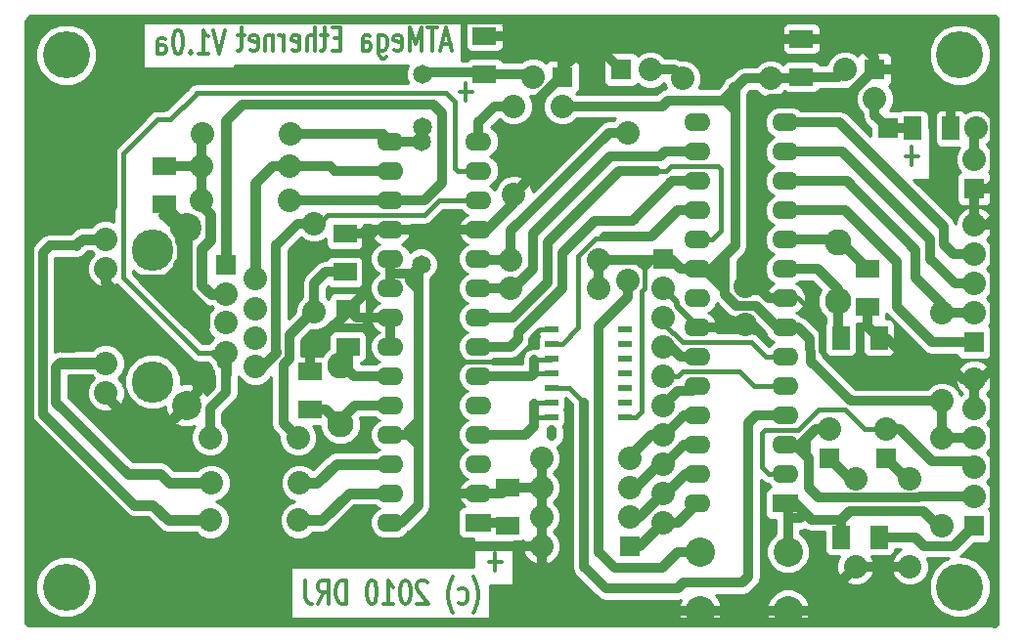
<source format=gbl>
G04 (created by PCBNEW-RS274X (2011-12-21 BZR 3253)-stable) date Saturday, February 11, 2012 02:53:21 PM*
G01*
G70*
G90*
%MOIN*%
G04 Gerber Fmt 3.4, Leading zero omitted, Abs format*
%FSLAX34Y34*%
G04 APERTURE LIST*
%ADD10C,0.006000*%
%ADD11C,0.012000*%
%ADD12R,0.070000X0.070000*%
%ADD13C,0.080000*%
%ADD14O,0.090000X0.062000*%
%ADD15R,0.090000X0.062000*%
%ADD16C,0.090000*%
%ADD17R,0.080000X0.060000*%
%ADD18R,0.060000X0.080000*%
%ADD19R,0.045000X0.020000*%
%ADD20C,0.160000*%
%ADD21C,0.100000*%
%ADD22C,0.141700*%
%ADD23C,0.065000*%
%ADD24C,0.034000*%
%ADD25C,0.017000*%
%ADD26C,0.035000*%
%ADD27C,0.020000*%
%ADD28C,0.010000*%
G04 APERTURE END LIST*
G54D10*
G54D11*
X56853Y-46694D02*
X56396Y-46694D01*
X56625Y-46999D02*
X56625Y-46389D01*
X71053Y-32844D02*
X70596Y-32844D01*
X70825Y-33149D02*
X70825Y-32539D01*
X55853Y-30669D02*
X55396Y-30669D01*
X55625Y-30974D02*
X55625Y-30364D01*
X55870Y-48429D02*
X55898Y-48390D01*
X55955Y-48276D01*
X55984Y-48200D01*
X56013Y-48086D01*
X56041Y-47895D01*
X56041Y-47743D01*
X56013Y-47552D01*
X55984Y-47438D01*
X55955Y-47362D01*
X55898Y-47248D01*
X55870Y-47210D01*
X55384Y-48086D02*
X55441Y-48124D01*
X55555Y-48124D01*
X55613Y-48086D01*
X55641Y-48048D01*
X55670Y-47971D01*
X55670Y-47743D01*
X55641Y-47667D01*
X55613Y-47629D01*
X55555Y-47590D01*
X55441Y-47590D01*
X55384Y-47629D01*
X55184Y-48429D02*
X55156Y-48390D01*
X55099Y-48276D01*
X55070Y-48200D01*
X55041Y-48086D01*
X55013Y-47895D01*
X55013Y-47743D01*
X55041Y-47552D01*
X55070Y-47438D01*
X55099Y-47362D01*
X55156Y-47248D01*
X55184Y-47210D01*
X54299Y-47400D02*
X54270Y-47362D01*
X54213Y-47324D01*
X54070Y-47324D01*
X54013Y-47362D01*
X53984Y-47400D01*
X53956Y-47476D01*
X53956Y-47552D01*
X53984Y-47667D01*
X54327Y-48124D01*
X53956Y-48124D01*
X53585Y-47324D02*
X53528Y-47324D01*
X53471Y-47362D01*
X53442Y-47400D01*
X53413Y-47476D01*
X53385Y-47629D01*
X53385Y-47819D01*
X53413Y-47971D01*
X53442Y-48048D01*
X53471Y-48086D01*
X53528Y-48124D01*
X53585Y-48124D01*
X53642Y-48086D01*
X53671Y-48048D01*
X53699Y-47971D01*
X53728Y-47819D01*
X53728Y-47629D01*
X53699Y-47476D01*
X53671Y-47400D01*
X53642Y-47362D01*
X53585Y-47324D01*
X52814Y-48124D02*
X53157Y-48124D01*
X52985Y-48124D02*
X52985Y-47324D01*
X53042Y-47438D01*
X53100Y-47514D01*
X53157Y-47552D01*
X52443Y-47324D02*
X52386Y-47324D01*
X52329Y-47362D01*
X52300Y-47400D01*
X52271Y-47476D01*
X52243Y-47629D01*
X52243Y-47819D01*
X52271Y-47971D01*
X52300Y-48048D01*
X52329Y-48086D01*
X52386Y-48124D01*
X52443Y-48124D01*
X52500Y-48086D01*
X52529Y-48048D01*
X52557Y-47971D01*
X52586Y-47819D01*
X52586Y-47629D01*
X52557Y-47476D01*
X52529Y-47400D01*
X52500Y-47362D01*
X52443Y-47324D01*
X51529Y-48124D02*
X51529Y-47324D01*
X51386Y-47324D01*
X51301Y-47362D01*
X51243Y-47438D01*
X51215Y-47514D01*
X51186Y-47667D01*
X51186Y-47781D01*
X51215Y-47933D01*
X51243Y-48010D01*
X51301Y-48086D01*
X51386Y-48124D01*
X51529Y-48124D01*
X50586Y-48124D02*
X50786Y-47743D01*
X50929Y-48124D02*
X50929Y-47324D01*
X50701Y-47324D01*
X50643Y-47362D01*
X50615Y-47400D01*
X50586Y-47476D01*
X50586Y-47590D01*
X50615Y-47667D01*
X50643Y-47705D01*
X50701Y-47743D01*
X50929Y-47743D01*
X50158Y-47324D02*
X50158Y-47895D01*
X50186Y-48010D01*
X50243Y-48086D01*
X50329Y-48124D01*
X50386Y-48124D01*
X47410Y-28549D02*
X47210Y-29349D01*
X47010Y-28549D01*
X46496Y-29349D02*
X46839Y-29349D01*
X46667Y-29349D02*
X46667Y-28549D01*
X46724Y-28663D01*
X46782Y-28739D01*
X46839Y-28777D01*
X46239Y-29273D02*
X46211Y-29311D01*
X46239Y-29349D01*
X46268Y-29311D01*
X46239Y-29273D01*
X46239Y-29349D01*
X45839Y-28549D02*
X45782Y-28549D01*
X45725Y-28587D01*
X45696Y-28625D01*
X45667Y-28701D01*
X45639Y-28854D01*
X45639Y-29044D01*
X45667Y-29196D01*
X45696Y-29273D01*
X45725Y-29311D01*
X45782Y-29349D01*
X45839Y-29349D01*
X45896Y-29311D01*
X45925Y-29273D01*
X45953Y-29196D01*
X45982Y-29044D01*
X45982Y-28854D01*
X45953Y-28701D01*
X45925Y-28625D01*
X45896Y-28587D01*
X45839Y-28549D01*
X45125Y-29349D02*
X45125Y-28930D01*
X45154Y-28854D01*
X45211Y-28815D01*
X45325Y-28815D01*
X45382Y-28854D01*
X45125Y-29311D02*
X45182Y-29349D01*
X45325Y-29349D01*
X45382Y-29311D01*
X45411Y-29235D01*
X45411Y-29158D01*
X45382Y-29082D01*
X45325Y-29044D01*
X45182Y-29044D01*
X45125Y-29006D01*
X55100Y-29020D02*
X54814Y-29020D01*
X55157Y-29249D02*
X54957Y-28449D01*
X54757Y-29249D01*
X54643Y-28449D02*
X54300Y-28449D01*
X54471Y-29249D02*
X54471Y-28449D01*
X54100Y-29249D02*
X54100Y-28449D01*
X53900Y-29020D01*
X53700Y-28449D01*
X53700Y-29249D01*
X53186Y-29211D02*
X53243Y-29249D01*
X53357Y-29249D01*
X53414Y-29211D01*
X53443Y-29135D01*
X53443Y-28830D01*
X53414Y-28754D01*
X53357Y-28715D01*
X53243Y-28715D01*
X53186Y-28754D01*
X53157Y-28830D01*
X53157Y-28906D01*
X53443Y-28982D01*
X52643Y-28715D02*
X52643Y-29363D01*
X52672Y-29439D01*
X52700Y-29477D01*
X52757Y-29515D01*
X52843Y-29515D01*
X52900Y-29477D01*
X52643Y-29211D02*
X52700Y-29249D01*
X52814Y-29249D01*
X52872Y-29211D01*
X52900Y-29173D01*
X52929Y-29096D01*
X52929Y-28868D01*
X52900Y-28792D01*
X52872Y-28754D01*
X52814Y-28715D01*
X52700Y-28715D01*
X52643Y-28754D01*
X52100Y-29249D02*
X52100Y-28830D01*
X52129Y-28754D01*
X52186Y-28715D01*
X52300Y-28715D01*
X52357Y-28754D01*
X52100Y-29211D02*
X52157Y-29249D01*
X52300Y-29249D01*
X52357Y-29211D01*
X52386Y-29135D01*
X52386Y-29058D01*
X52357Y-28982D01*
X52300Y-28944D01*
X52157Y-28944D01*
X52100Y-28906D01*
X51357Y-28830D02*
X51157Y-28830D01*
X51071Y-29249D02*
X51357Y-29249D01*
X51357Y-28449D01*
X51071Y-28449D01*
X50900Y-28715D02*
X50671Y-28715D01*
X50814Y-28449D02*
X50814Y-29135D01*
X50786Y-29211D01*
X50728Y-29249D01*
X50671Y-29249D01*
X50471Y-29249D02*
X50471Y-28449D01*
X50214Y-29249D02*
X50214Y-28830D01*
X50243Y-28754D01*
X50300Y-28715D01*
X50385Y-28715D01*
X50443Y-28754D01*
X50471Y-28792D01*
X49700Y-29211D02*
X49757Y-29249D01*
X49871Y-29249D01*
X49928Y-29211D01*
X49957Y-29135D01*
X49957Y-28830D01*
X49928Y-28754D01*
X49871Y-28715D01*
X49757Y-28715D01*
X49700Y-28754D01*
X49671Y-28830D01*
X49671Y-28906D01*
X49957Y-28982D01*
X49414Y-29249D02*
X49414Y-28715D01*
X49414Y-28868D02*
X49386Y-28792D01*
X49357Y-28754D01*
X49300Y-28715D01*
X49243Y-28715D01*
X49043Y-28715D02*
X49043Y-29249D01*
X49043Y-28792D02*
X49015Y-28754D01*
X48957Y-28715D01*
X48872Y-28715D01*
X48815Y-28754D01*
X48786Y-28830D01*
X48786Y-29249D01*
X48272Y-29211D02*
X48329Y-29249D01*
X48443Y-29249D01*
X48500Y-29211D01*
X48529Y-29135D01*
X48529Y-28830D01*
X48500Y-28754D01*
X48443Y-28715D01*
X48329Y-28715D01*
X48272Y-28754D01*
X48243Y-28830D01*
X48243Y-28906D01*
X48529Y-28982D01*
X48072Y-28715D02*
X47843Y-28715D01*
X47986Y-28449D02*
X47986Y-29135D01*
X47958Y-29211D01*
X47900Y-29249D01*
X47843Y-29249D01*
G54D12*
X70000Y-31900D03*
G54D13*
X73000Y-31900D03*
G54D14*
X66500Y-43700D03*
X66500Y-42700D03*
X66500Y-41700D03*
X66500Y-40700D03*
X66500Y-39700D03*
X66500Y-38700D03*
X66500Y-37700D03*
X66500Y-36700D03*
X66500Y-35700D03*
X66500Y-34700D03*
X66500Y-33700D03*
X66500Y-32700D03*
X66500Y-31700D03*
G54D15*
X66500Y-44700D03*
G54D14*
X63500Y-31700D03*
X63500Y-32700D03*
X63500Y-33700D03*
X63500Y-34700D03*
X63500Y-35700D03*
X63500Y-36700D03*
X63500Y-37700D03*
X63500Y-38700D03*
X63500Y-39700D03*
X63500Y-40700D03*
X63500Y-41700D03*
X63500Y-42700D03*
X63500Y-43700D03*
X63500Y-44700D03*
X56050Y-44350D03*
X56050Y-43350D03*
X56050Y-42350D03*
X56050Y-41350D03*
X56050Y-40350D03*
X56050Y-39350D03*
X56050Y-38350D03*
X56050Y-37350D03*
X56050Y-36350D03*
X56050Y-35350D03*
X56050Y-34350D03*
X56050Y-33350D03*
X56050Y-32350D03*
G54D15*
X56050Y-45350D03*
G54D14*
X53050Y-32350D03*
X53050Y-33350D03*
X53050Y-34350D03*
X53050Y-35350D03*
X53050Y-36350D03*
X53050Y-37350D03*
X53050Y-38350D03*
X53050Y-39350D03*
X53050Y-40350D03*
X53050Y-41350D03*
X53050Y-42350D03*
X53050Y-43350D03*
X53050Y-44350D03*
X53050Y-45350D03*
G54D16*
X68300Y-37800D03*
X68300Y-35800D03*
X51350Y-42000D03*
X51350Y-40000D03*
G54D13*
X69950Y-42150D03*
G54D12*
X69950Y-43150D03*
G54D13*
X68000Y-42150D03*
G54D12*
X68000Y-43150D03*
G54D13*
X61900Y-29900D03*
G54D12*
X60900Y-29900D03*
G54D13*
X58900Y-31150D03*
G54D12*
X58900Y-30150D03*
G54D13*
X57900Y-30150D03*
X69550Y-30900D03*
G54D12*
X69550Y-29900D03*
G54D13*
X68550Y-29900D03*
X71850Y-41200D03*
X71850Y-38200D03*
X57250Y-31150D03*
X57250Y-34150D03*
X68900Y-46850D03*
X68900Y-43850D03*
X46925Y-45275D03*
X49925Y-45275D03*
X50450Y-38150D03*
X50450Y-35150D03*
X70750Y-46850D03*
X70750Y-43850D03*
X46600Y-33200D03*
X49600Y-33200D03*
X46600Y-34350D03*
X49600Y-34350D03*
X66000Y-30200D03*
X63000Y-30200D03*
X60150Y-36400D03*
X57150Y-36400D03*
X60150Y-37350D03*
X57150Y-37350D03*
X71850Y-42450D03*
X71850Y-45450D03*
X49900Y-42450D03*
X46900Y-42450D03*
X46950Y-44000D03*
X49950Y-44000D03*
X46650Y-32100D03*
X49650Y-32100D03*
G54D12*
X62350Y-36350D03*
G54D13*
X62350Y-37350D03*
X62350Y-38350D03*
X62350Y-39350D03*
X62350Y-40350D03*
X62350Y-41350D03*
X62350Y-42350D03*
X62350Y-43350D03*
X62350Y-44350D03*
X62350Y-45350D03*
G54D12*
X72950Y-33950D03*
G54D13*
X72950Y-32950D03*
G54D12*
X72950Y-39200D03*
G54D13*
X72950Y-38200D03*
X72950Y-37200D03*
X72950Y-36200D03*
X72950Y-35200D03*
G54D12*
X72950Y-45450D03*
G54D13*
X72950Y-44450D03*
X72950Y-43450D03*
X72950Y-42450D03*
X72950Y-41450D03*
X72950Y-40450D03*
G54D17*
X69300Y-36700D03*
X69300Y-38000D03*
G54D18*
X69700Y-45850D03*
X68400Y-45850D03*
G54D17*
X67050Y-30150D03*
X67050Y-28850D03*
X50300Y-41500D03*
X50300Y-40200D03*
X51600Y-39350D03*
X51600Y-38050D03*
X45350Y-33200D03*
X45350Y-34500D03*
X51500Y-36800D03*
X51500Y-35500D03*
G54D18*
X68400Y-39050D03*
X69700Y-39050D03*
G54D17*
X56250Y-30050D03*
X56250Y-28750D03*
X57050Y-45450D03*
X57050Y-44150D03*
G54D18*
X70850Y-31900D03*
X72150Y-31900D03*
G54D19*
X58550Y-41750D03*
X58550Y-41250D03*
X58550Y-40750D03*
X58550Y-40250D03*
X58550Y-39750D03*
X58550Y-39250D03*
X58550Y-38750D03*
X61050Y-38750D03*
X61050Y-39250D03*
X61050Y-40250D03*
X61050Y-40750D03*
X61050Y-41250D03*
X61050Y-41750D03*
X61050Y-39750D03*
G54D12*
X61200Y-46150D03*
G54D13*
X61200Y-45150D03*
X61200Y-44150D03*
X61200Y-43150D03*
X58200Y-43150D03*
X58200Y-44150D03*
X58200Y-45150D03*
X58200Y-46150D03*
G54D20*
X72450Y-29400D03*
X72450Y-47550D03*
X42000Y-47550D03*
X42000Y-29400D03*
G54D21*
X63600Y-48350D03*
X63600Y-46350D03*
X66600Y-48350D03*
X66600Y-46350D03*
G54D22*
X44948Y-40544D03*
X44929Y-36056D03*
G54D12*
X47429Y-36568D03*
G54D13*
X48433Y-37040D03*
X47429Y-37552D03*
X48433Y-38064D03*
X47429Y-38536D03*
X48433Y-39048D03*
X47429Y-39560D03*
X48433Y-40032D03*
X43354Y-35682D03*
X43354Y-36686D03*
X43354Y-39914D03*
X43354Y-40918D03*
G54D21*
X46110Y-35288D03*
X46110Y-41351D03*
G54D23*
X54150Y-31850D03*
X54100Y-32350D03*
X54100Y-36550D03*
X54150Y-30050D03*
G54D13*
X65150Y-37300D03*
X65150Y-38600D03*
X61150Y-37100D03*
X61150Y-32050D03*
G54D24*
X58550Y-42200D02*
X58550Y-42400D01*
X67365Y-39693D02*
X67365Y-39693D01*
X48450Y-40050D02*
X48600Y-40050D01*
X54100Y-31900D02*
X54150Y-31850D01*
X53050Y-36850D02*
X53700Y-36850D01*
X53700Y-36850D02*
X53800Y-36850D01*
X53800Y-36850D02*
X54100Y-36550D01*
X54100Y-32350D02*
X53050Y-32350D01*
X53050Y-37350D02*
X53050Y-36850D01*
X53050Y-36850D02*
X53050Y-36350D01*
X49650Y-32100D02*
X52800Y-32100D01*
X52800Y-32100D02*
X53050Y-32350D01*
X56250Y-30050D02*
X57800Y-30050D01*
X57800Y-30050D02*
X57900Y-30150D01*
X53650Y-42250D02*
X54000Y-41900D01*
X53650Y-42350D02*
X53650Y-42250D01*
X53700Y-36850D02*
X53700Y-37100D01*
X53700Y-37100D02*
X54000Y-37400D01*
X54000Y-42700D02*
X54000Y-41900D01*
X54000Y-41900D02*
X54000Y-37400D01*
X54000Y-37400D02*
X54000Y-36650D01*
X54000Y-36650D02*
X54100Y-36550D01*
X53050Y-45350D02*
X53400Y-45350D01*
X53650Y-42350D02*
X53050Y-42350D01*
X54000Y-42700D02*
X53650Y-42350D01*
X54000Y-44750D02*
X54000Y-42700D01*
X53400Y-45350D02*
X54000Y-44750D01*
X54100Y-32350D02*
X54100Y-31900D01*
X56200Y-30000D02*
X56250Y-30050D01*
X54350Y-30000D02*
X56200Y-30000D01*
X54150Y-30050D02*
X54350Y-30000D01*
X65150Y-38600D02*
X65050Y-38700D01*
X54850Y-35850D02*
X54800Y-35850D01*
X54800Y-35850D02*
X54300Y-35350D01*
X55350Y-35350D02*
X54300Y-35350D01*
X54300Y-35350D02*
X53050Y-35350D01*
X56050Y-44350D02*
X55200Y-44350D01*
X55350Y-35350D02*
X56050Y-35350D01*
X72150Y-31900D02*
X72150Y-31250D01*
X69550Y-29900D02*
X71150Y-29900D01*
X56850Y-44350D02*
X57050Y-44150D01*
X56050Y-44350D02*
X56850Y-44350D01*
X56350Y-35350D02*
X57250Y-34450D01*
X57250Y-34450D02*
X57250Y-34150D01*
X56050Y-35350D02*
X56350Y-35350D01*
G54D25*
X55200Y-39850D02*
X54850Y-39850D01*
X58150Y-38750D02*
X57800Y-39100D01*
X57800Y-39100D02*
X57800Y-39300D01*
X57800Y-39300D02*
X57250Y-39850D01*
X57250Y-39850D02*
X55200Y-39850D01*
X58550Y-38750D02*
X58150Y-38750D01*
X55000Y-39650D02*
X55200Y-39850D01*
G54D24*
X40750Y-35600D02*
X40750Y-33150D01*
X40750Y-33150D02*
X40750Y-28300D01*
X40750Y-28300D02*
X40800Y-28250D01*
X73450Y-33950D02*
X72950Y-33950D01*
X73650Y-33750D02*
X73450Y-33950D01*
X73650Y-31500D02*
X73650Y-31550D01*
X73650Y-31550D02*
X73650Y-33750D01*
X72350Y-31050D02*
X73200Y-31050D01*
X73200Y-31050D02*
X73650Y-31500D01*
X72300Y-31050D02*
X72350Y-31050D01*
X71150Y-29900D02*
X72300Y-31050D01*
X67050Y-28850D02*
X68900Y-28850D01*
X69550Y-29500D02*
X69550Y-29900D01*
X68900Y-28850D02*
X69550Y-29500D01*
X60350Y-29350D02*
X60850Y-28850D01*
X60850Y-28850D02*
X67050Y-28850D01*
X58900Y-29650D02*
X59100Y-29650D01*
X59100Y-29650D02*
X59400Y-29350D01*
X58900Y-29350D02*
X59400Y-29350D01*
X59400Y-29350D02*
X60350Y-29350D01*
X60350Y-29350D02*
X60900Y-29900D01*
X68550Y-30900D02*
X69550Y-29900D01*
X58900Y-29350D02*
X58900Y-29650D01*
X58900Y-29650D02*
X58900Y-30150D01*
X58300Y-28750D02*
X58900Y-29350D01*
X58900Y-30150D02*
X58850Y-30150D01*
X58850Y-30150D02*
X58100Y-30900D01*
X58100Y-30900D02*
X58100Y-33300D01*
X58100Y-33300D02*
X57250Y-34150D01*
X51600Y-38050D02*
X51650Y-38050D01*
X52250Y-35650D02*
X52550Y-35350D01*
X52250Y-37450D02*
X52250Y-35650D01*
X51650Y-38050D02*
X52250Y-37450D01*
X50300Y-40200D02*
X50300Y-39450D01*
X51600Y-38150D02*
X51600Y-38050D01*
X50300Y-39450D02*
X51600Y-38150D01*
X68900Y-46850D02*
X70750Y-46850D01*
X66600Y-48350D02*
X67400Y-48350D01*
X67400Y-48350D02*
X68900Y-46850D01*
X63600Y-48350D02*
X66600Y-48350D01*
X58200Y-46150D02*
X58200Y-46750D01*
X58200Y-46750D02*
X59800Y-48350D01*
X59800Y-48350D02*
X63600Y-48350D01*
X53050Y-39350D02*
X53050Y-38350D01*
X51500Y-35500D02*
X52100Y-35500D01*
X52100Y-35500D02*
X52250Y-35350D01*
X52250Y-35350D02*
X52550Y-35350D01*
X52550Y-35350D02*
X53050Y-35350D01*
X53050Y-38350D02*
X51900Y-38350D01*
X51900Y-38350D02*
X51600Y-38050D01*
G54D25*
X54850Y-40100D02*
X54950Y-40100D01*
X54950Y-40100D02*
X55200Y-39850D01*
X54850Y-39650D02*
X55000Y-39650D01*
G54D24*
X56250Y-28750D02*
X58300Y-28750D01*
X73650Y-31550D02*
X73650Y-28200D01*
X73650Y-28200D02*
X59450Y-28200D01*
X59450Y-28200D02*
X40800Y-28200D01*
X40800Y-28200D02*
X40800Y-28250D01*
X40800Y-35200D02*
X40750Y-35200D01*
X40800Y-28250D02*
X40800Y-34650D01*
X40800Y-34650D02*
X40800Y-35200D01*
X73650Y-40000D02*
X73650Y-48800D01*
X40750Y-48750D02*
X40750Y-41900D01*
X66150Y-48750D02*
X40750Y-48750D01*
X73600Y-48750D02*
X66150Y-48750D01*
X73650Y-48800D02*
X73600Y-48750D01*
G54D25*
X66500Y-37700D02*
X66950Y-37700D01*
X68300Y-40100D02*
X71000Y-40100D01*
X67700Y-39500D02*
X68300Y-40100D01*
X67700Y-38450D02*
X67700Y-39500D01*
X66950Y-37700D02*
X67700Y-38450D01*
G54D24*
X69700Y-39050D02*
X69950Y-39050D01*
X69950Y-39050D02*
X71000Y-40100D01*
X72550Y-40450D02*
X72950Y-40450D01*
X71000Y-40100D02*
X72200Y-40100D01*
X72200Y-40100D02*
X72550Y-40450D01*
X69300Y-38000D02*
X69300Y-38650D01*
X69300Y-38650D02*
X69700Y-39050D01*
X40750Y-35200D02*
X40750Y-35600D01*
X40750Y-35600D02*
X40750Y-41900D01*
G54D26*
X46700Y-38050D02*
X46700Y-38675D01*
X46700Y-38675D02*
X46475Y-38900D01*
X46475Y-38900D02*
X44925Y-37350D01*
X46110Y-37040D02*
X46110Y-37460D01*
X44925Y-37350D02*
X44625Y-37050D01*
X44625Y-37050D02*
X45225Y-37050D01*
X45225Y-37050D02*
X45500Y-37325D01*
X45500Y-37325D02*
X45663Y-37488D01*
X45663Y-37488D02*
X45813Y-37638D01*
X45813Y-37638D02*
X46375Y-38200D01*
X46375Y-38200D02*
X46375Y-38500D01*
X46110Y-35288D02*
X46110Y-37040D01*
X45225Y-37350D02*
X46375Y-38500D01*
X40750Y-33150D02*
X40750Y-34750D01*
X46250Y-30225D02*
X53400Y-30225D01*
X45300Y-31175D02*
X46250Y-30225D01*
X44925Y-31175D02*
X45300Y-31175D01*
X43550Y-32550D02*
X44925Y-31175D01*
X43550Y-34550D02*
X43550Y-32550D01*
X43325Y-34775D02*
X43550Y-34550D01*
X42950Y-34775D02*
X43325Y-34775D01*
X42650Y-35075D02*
X42950Y-34775D01*
X41075Y-35075D02*
X42650Y-35075D01*
X40750Y-34750D02*
X41075Y-35075D01*
X44450Y-45600D02*
X44950Y-46100D01*
G54D27*
X62350Y-37350D02*
X62825Y-37825D01*
X63500Y-38650D02*
X63500Y-38700D01*
X62825Y-37975D02*
X63500Y-38650D01*
X62825Y-37825D02*
X62825Y-37975D01*
G54D26*
X45350Y-34825D02*
X45350Y-34850D01*
X45700Y-35200D02*
X45700Y-35375D01*
X45350Y-34850D02*
X45700Y-35200D01*
X45350Y-34500D02*
X45350Y-34825D01*
X45350Y-34825D02*
X45325Y-34850D01*
X45875Y-35750D02*
X45875Y-35550D01*
X45875Y-35550D02*
X45700Y-35375D01*
X45813Y-36662D02*
X45813Y-36537D01*
X45950Y-35825D02*
X45875Y-35750D01*
X45950Y-36400D02*
X45950Y-35825D01*
X45813Y-36537D02*
X45950Y-36400D01*
X45813Y-37638D02*
X45932Y-37638D01*
X45932Y-37638D02*
X46110Y-37460D01*
X45663Y-37488D02*
X45663Y-37487D01*
X45663Y-37487D02*
X46110Y-37040D01*
X45500Y-37325D02*
X45500Y-37300D01*
X45500Y-37300D02*
X45925Y-36875D01*
X45225Y-37050D02*
X45425Y-37050D01*
X45425Y-37050D02*
X45813Y-36662D01*
X45813Y-36662D02*
X45825Y-36650D01*
X44925Y-37350D02*
X45225Y-37350D01*
X46110Y-37460D02*
X46700Y-38050D01*
G54D24*
X73400Y-35200D02*
X73650Y-34950D01*
X65950Y-37700D02*
X65550Y-37300D01*
X65550Y-37300D02*
X65550Y-31350D01*
X65550Y-31350D02*
X66000Y-30900D01*
X66000Y-30900D02*
X68550Y-30900D01*
X73650Y-40000D02*
X73650Y-34950D01*
X66500Y-37700D02*
X65950Y-37700D01*
X58200Y-44150D02*
X58200Y-43150D01*
X57050Y-44150D02*
X58200Y-44150D01*
X58200Y-44150D02*
X58200Y-45150D01*
X58200Y-45150D02*
X58200Y-46150D01*
X73650Y-34950D02*
X73650Y-33750D01*
X65050Y-38700D02*
X63500Y-38700D01*
X65550Y-37300D02*
X65150Y-37300D01*
X55200Y-44350D02*
X54850Y-44000D01*
X54850Y-39650D02*
X54850Y-35850D01*
X54850Y-39850D02*
X54850Y-39650D01*
X54850Y-40100D02*
X54850Y-39850D01*
X54850Y-44000D02*
X54850Y-40100D01*
X54850Y-35850D02*
X55350Y-35350D01*
X72950Y-35200D02*
X73400Y-35200D01*
X72150Y-31250D02*
X72350Y-31050D01*
X72950Y-41450D02*
X72950Y-40450D01*
X40750Y-41900D02*
X44450Y-45600D01*
G54D26*
X48975Y-46100D02*
X49025Y-46150D01*
X44950Y-46100D02*
X48975Y-46100D01*
X45493Y-41968D02*
X45493Y-42693D01*
X45493Y-42693D02*
X46025Y-43225D01*
X46025Y-43225D02*
X48375Y-43225D01*
X48375Y-43225D02*
X48650Y-43500D01*
X48650Y-43500D02*
X48650Y-45775D01*
X48650Y-45775D02*
X49025Y-46150D01*
X49025Y-46150D02*
X52600Y-46150D01*
G54D24*
X52600Y-46150D02*
X58200Y-46150D01*
G54D26*
X45350Y-34500D02*
X45350Y-34528D01*
X45350Y-34528D02*
X46110Y-35288D01*
G54D24*
X72950Y-35200D02*
X72950Y-33950D01*
X72950Y-40450D02*
X73200Y-40450D01*
X73200Y-40450D02*
X73650Y-40000D01*
G54D26*
X43354Y-41029D02*
X44325Y-42000D01*
X44325Y-42000D02*
X45461Y-42000D01*
X45493Y-41968D02*
X46110Y-41351D01*
X45461Y-42000D02*
X45493Y-41968D01*
X43354Y-40918D02*
X43354Y-41029D01*
X46110Y-41240D02*
X46475Y-40875D01*
X46475Y-40875D02*
X46475Y-40275D01*
X46475Y-40275D02*
X43354Y-37154D01*
X43354Y-37154D02*
X43354Y-36686D01*
X46110Y-41351D02*
X46110Y-41240D01*
X47450Y-31650D02*
X47450Y-36547D01*
G54D24*
X53050Y-34350D02*
X51200Y-34350D01*
X51200Y-34350D02*
X49600Y-34350D01*
G54D26*
X47450Y-36547D02*
X47429Y-36568D01*
G54D24*
X53050Y-34350D02*
X53800Y-34350D01*
X48000Y-31100D02*
X53300Y-31100D01*
X47450Y-31650D02*
X48000Y-31100D01*
X53300Y-31100D02*
X54500Y-31100D01*
X54200Y-34350D02*
X53800Y-34350D01*
X54800Y-33750D02*
X54200Y-34350D01*
X54500Y-31100D02*
X54800Y-31400D01*
X54800Y-31400D02*
X54800Y-33750D01*
G54D25*
X54700Y-34350D02*
X56050Y-34350D01*
X54200Y-34850D02*
X54700Y-34350D01*
X50900Y-34850D02*
X54200Y-34850D01*
X50600Y-35150D02*
X50900Y-34850D01*
G54D26*
X49150Y-39500D02*
X49150Y-39550D01*
G54D24*
X50450Y-35150D02*
X49900Y-35150D01*
G54D25*
X50450Y-35150D02*
X50600Y-35150D01*
G54D26*
X49150Y-39550D02*
X48668Y-40032D01*
X48668Y-40032D02*
X48433Y-40032D01*
G54D24*
X49150Y-35900D02*
X49900Y-35150D01*
X49150Y-39500D02*
X49150Y-35900D01*
X63050Y-41700D02*
X63500Y-41700D01*
X62400Y-42350D02*
X63050Y-41700D01*
X61200Y-43150D02*
X61200Y-43100D01*
X61950Y-42350D02*
X62350Y-42350D01*
X61200Y-43100D02*
X61950Y-42350D01*
X62350Y-42350D02*
X62400Y-42350D01*
X61200Y-44150D02*
X61400Y-44150D01*
X62200Y-43350D02*
X62350Y-43350D01*
X62350Y-43350D02*
X62400Y-43350D01*
X61400Y-44150D02*
X62200Y-43350D01*
X63050Y-42700D02*
X63500Y-42700D01*
X62400Y-43350D02*
X63050Y-42700D01*
X61200Y-45150D02*
X61550Y-45150D01*
X63100Y-43700D02*
X63500Y-43700D01*
X62450Y-44350D02*
X63100Y-43700D01*
X62350Y-44350D02*
X62450Y-44350D01*
X61550Y-45150D02*
X62350Y-44350D01*
X61200Y-46150D02*
X61550Y-46150D01*
X62350Y-45350D02*
X62850Y-45350D01*
X62850Y-45350D02*
X63500Y-44700D01*
X61550Y-46150D02*
X62350Y-45350D01*
X62700Y-29900D02*
X63000Y-30200D01*
X61900Y-29900D02*
X62700Y-29900D01*
G54D26*
X44950Y-44750D02*
X45475Y-45275D01*
X45475Y-45275D02*
X46925Y-45275D01*
G54D24*
X41450Y-35900D02*
X42350Y-35900D01*
X41200Y-36150D02*
X41450Y-35900D01*
X44300Y-44750D02*
X41200Y-41650D01*
G54D26*
X43354Y-35682D02*
X42543Y-35682D01*
X42350Y-35875D02*
X42543Y-35682D01*
X42350Y-35900D02*
X42350Y-35875D01*
G54D24*
X41200Y-41650D02*
X41200Y-36150D01*
G54D26*
X44300Y-44750D02*
X44950Y-44750D01*
X51200Y-43350D02*
X53050Y-43350D01*
X50550Y-44000D02*
X51200Y-43350D01*
X49950Y-44000D02*
X50550Y-44000D01*
G54D24*
X42275Y-39900D02*
X42350Y-39900D01*
X41800Y-39900D02*
X42275Y-39900D01*
G54D26*
X43340Y-39900D02*
X43354Y-39914D01*
X42275Y-39900D02*
X43340Y-39900D01*
X41786Y-39914D02*
X41800Y-39900D01*
X43354Y-39914D02*
X41786Y-39914D01*
X45200Y-43700D02*
X45500Y-44000D01*
X45500Y-44000D02*
X46950Y-44000D01*
G54D24*
X44100Y-43700D02*
X41650Y-41250D01*
X41800Y-39900D02*
X41650Y-40050D01*
X41650Y-41250D02*
X41650Y-40050D01*
G54D26*
X44100Y-43700D02*
X45200Y-43700D01*
G54D24*
X49050Y-33200D02*
X48450Y-33800D01*
G54D26*
X48450Y-33800D02*
X48450Y-37023D01*
G54D24*
X51150Y-33350D02*
X51000Y-33200D01*
X51000Y-33200D02*
X49600Y-33200D01*
X53050Y-33350D02*
X51150Y-33350D01*
G54D26*
X48450Y-37023D02*
X48433Y-37040D01*
G54D24*
X49600Y-33200D02*
X49050Y-33200D01*
X63500Y-33700D02*
X62650Y-33700D01*
X58900Y-36150D02*
X58900Y-37350D01*
X62650Y-33700D02*
X61300Y-35050D01*
X61300Y-35050D02*
X60000Y-35050D01*
X57400Y-39100D02*
X57150Y-39350D01*
X57400Y-38850D02*
X57400Y-39100D01*
X58900Y-37350D02*
X57400Y-38850D01*
X57150Y-39350D02*
X56050Y-39350D01*
X60000Y-35050D02*
X58900Y-36150D01*
X57900Y-35500D02*
X60550Y-32850D01*
X60550Y-32850D02*
X62250Y-32850D01*
X57900Y-36700D02*
X57900Y-35500D01*
X57250Y-37350D02*
X57900Y-36700D01*
X56050Y-37350D02*
X57150Y-37350D01*
X57150Y-37350D02*
X57250Y-37350D01*
X62400Y-32700D02*
X63500Y-32700D01*
X62250Y-32850D02*
X62400Y-32700D01*
X56050Y-45350D02*
X56950Y-45350D01*
X56950Y-45350D02*
X57050Y-45450D01*
X57850Y-40350D02*
X57950Y-40250D01*
G54D25*
X58500Y-39800D02*
X58550Y-39750D01*
G54D24*
X56050Y-40350D02*
X57850Y-40350D01*
X57950Y-40250D02*
X57950Y-39800D01*
G54D25*
X57950Y-40250D02*
X58550Y-40250D01*
X57950Y-39800D02*
X58500Y-39800D01*
G54D24*
X72300Y-37200D02*
X72950Y-37200D01*
X68450Y-32700D02*
X71450Y-35700D01*
X71450Y-35700D02*
X71450Y-36350D01*
X66500Y-32700D02*
X68450Y-32700D01*
X71450Y-36350D02*
X72300Y-37200D01*
X71500Y-39200D02*
X72950Y-39200D01*
X66500Y-34700D02*
X68550Y-34700D01*
X70300Y-38000D02*
X71500Y-39200D01*
X70300Y-36450D02*
X70300Y-38000D01*
X68550Y-34700D02*
X70300Y-36450D01*
X63050Y-47400D02*
X65050Y-47400D01*
X62850Y-47600D02*
X63050Y-47400D01*
X59650Y-46850D02*
X60400Y-47600D01*
G54D25*
X59150Y-40750D02*
X59650Y-41250D01*
G54D24*
X66500Y-41700D02*
X65500Y-41700D01*
X59650Y-41250D02*
X59650Y-46850D01*
X60400Y-47600D02*
X62850Y-47600D01*
X65250Y-47200D02*
X65250Y-41950D01*
X65050Y-47400D02*
X65250Y-47200D01*
G54D25*
X59150Y-40750D02*
X58550Y-40750D01*
G54D24*
X65250Y-41950D02*
X65500Y-41700D01*
G54D25*
X63000Y-40200D02*
X64950Y-40200D01*
X62850Y-40350D02*
X63000Y-40200D01*
X62350Y-40350D02*
X62850Y-40350D01*
X65450Y-40700D02*
X66500Y-40700D01*
X64950Y-40200D02*
X65450Y-40700D01*
X62350Y-38550D02*
X63000Y-39200D01*
X65850Y-39700D02*
X66500Y-39700D01*
X65350Y-39200D02*
X65850Y-39700D01*
X63000Y-39200D02*
X65350Y-39200D01*
X62350Y-38350D02*
X62350Y-38550D01*
X66950Y-42200D02*
X65800Y-42200D01*
X65950Y-43700D02*
X66500Y-43700D01*
X69200Y-42150D02*
X68550Y-41500D01*
G54D24*
X69950Y-42150D02*
X70400Y-42150D01*
X72750Y-43250D02*
X72950Y-43450D01*
G54D25*
X67650Y-41500D02*
X66950Y-42200D01*
G54D24*
X70400Y-42150D02*
X71500Y-43250D01*
G54D25*
X65700Y-43450D02*
X65950Y-43700D01*
X69950Y-42150D02*
X69200Y-42150D01*
G54D24*
X71500Y-43250D02*
X72750Y-43250D01*
G54D25*
X65700Y-42300D02*
X65700Y-43450D01*
X65800Y-42200D02*
X65700Y-42300D01*
X68550Y-41500D02*
X67650Y-41500D01*
G54D24*
X68300Y-37800D02*
X68300Y-38950D01*
X68300Y-38950D02*
X68400Y-39050D01*
X68300Y-37400D02*
X68300Y-37800D01*
X67600Y-36700D02*
X68300Y-37400D01*
X66500Y-36700D02*
X67600Y-36700D01*
X68200Y-35700D02*
X68300Y-35800D01*
X66500Y-35700D02*
X68200Y-35700D01*
X68400Y-35800D02*
X69300Y-36700D01*
X68300Y-35800D02*
X68400Y-35800D01*
X69700Y-45850D02*
X70950Y-45850D01*
X72250Y-46150D02*
X72950Y-45450D01*
X71250Y-46150D02*
X72250Y-46150D01*
X70950Y-45850D02*
X71250Y-46150D01*
X67200Y-43050D02*
X67200Y-42500D01*
X67200Y-42500D02*
X67250Y-42450D01*
X72950Y-44450D02*
X71100Y-44450D01*
X66850Y-42700D02*
X66500Y-42700D01*
X67300Y-43150D02*
X67200Y-43050D01*
X67550Y-42150D02*
X68000Y-42150D01*
X71100Y-44450D02*
X71050Y-44500D01*
X71050Y-44500D02*
X67650Y-44500D01*
X67250Y-42450D02*
X67550Y-42150D01*
X66500Y-42700D02*
X67000Y-42700D01*
X67000Y-42700D02*
X67250Y-42450D01*
X67200Y-43050D02*
X66850Y-42700D01*
X67300Y-44150D02*
X67300Y-43150D01*
X67650Y-44500D02*
X67300Y-44150D01*
X62950Y-39700D02*
X63500Y-39700D01*
X62350Y-39350D02*
X62600Y-39350D01*
X62600Y-39350D02*
X62950Y-39700D01*
X62350Y-41350D02*
X62850Y-40850D01*
X63350Y-40850D02*
X63500Y-40700D01*
X62850Y-40850D02*
X63350Y-40850D01*
X63500Y-34700D02*
X62850Y-34700D01*
G54D25*
X58900Y-39250D02*
X58550Y-39250D01*
X60350Y-35600D02*
X60300Y-35650D01*
G54D24*
X61950Y-35600D02*
X60350Y-35600D01*
G54D25*
X59450Y-38700D02*
X58900Y-39250D01*
X59450Y-36250D02*
X59450Y-38700D01*
X60050Y-35650D02*
X59450Y-36250D01*
X60300Y-35650D02*
X60050Y-35650D01*
G54D24*
X62850Y-34700D02*
X61950Y-35600D01*
X70950Y-37000D02*
X70950Y-36050D01*
X71850Y-38200D02*
X71850Y-37900D01*
X68600Y-33700D02*
X66500Y-33700D01*
X71850Y-37900D02*
X70950Y-37000D01*
X72950Y-38200D02*
X71850Y-38200D01*
X70950Y-36050D02*
X68600Y-33700D01*
X66500Y-31700D02*
X68350Y-31700D01*
X68350Y-31700D02*
X71900Y-35250D01*
X71900Y-35250D02*
X71900Y-35850D01*
X71900Y-35850D02*
X72250Y-36200D01*
X72250Y-36200D02*
X72950Y-36200D01*
G54D25*
X57950Y-41300D02*
X58000Y-41250D01*
G54D24*
X57950Y-42050D02*
X57950Y-41750D01*
X57650Y-42350D02*
X57950Y-42050D01*
G54D25*
X57950Y-41750D02*
X58550Y-41750D01*
G54D24*
X56050Y-42350D02*
X57650Y-42350D01*
G54D25*
X58000Y-41250D02*
X58550Y-41250D01*
G54D24*
X57950Y-41750D02*
X57950Y-41300D01*
X57200Y-38350D02*
X56050Y-38350D01*
X62100Y-33350D02*
X60850Y-33350D01*
X58400Y-35800D02*
X58400Y-37150D01*
X60850Y-33350D02*
X58400Y-35800D01*
G54D25*
X63500Y-35700D02*
X64000Y-35700D01*
X62450Y-33350D02*
X62100Y-33350D01*
X62600Y-33200D02*
X62450Y-33350D01*
X64000Y-35700D02*
X64300Y-35400D01*
X64200Y-33200D02*
X62600Y-33200D01*
X64300Y-33300D02*
X64200Y-33200D01*
X64300Y-35400D02*
X64300Y-33300D01*
G54D24*
X58400Y-37150D02*
X57200Y-38350D01*
X45350Y-33200D02*
X46600Y-33200D01*
X46600Y-32150D02*
X46650Y-32100D01*
X46600Y-33200D02*
X46600Y-32150D01*
X46600Y-33200D02*
X46600Y-34350D01*
G54D26*
X46600Y-34525D02*
X46900Y-34825D01*
X46900Y-34825D02*
X46900Y-35725D01*
X46900Y-35725D02*
X46625Y-36000D01*
X46625Y-36000D02*
X46625Y-37250D01*
X46625Y-37250D02*
X46927Y-37552D01*
X46927Y-37552D02*
X47429Y-37552D01*
X46600Y-34350D02*
X46600Y-34525D01*
G54D24*
X49400Y-39950D02*
X49400Y-41950D01*
X49600Y-38950D02*
X49600Y-39750D01*
X50400Y-38150D02*
X49600Y-38950D01*
X50450Y-37200D02*
X50450Y-38150D01*
X49600Y-39750D02*
X49400Y-39950D01*
X50450Y-38150D02*
X50400Y-38150D01*
X49400Y-41950D02*
X49900Y-42450D01*
X50850Y-36800D02*
X50450Y-37200D01*
X51500Y-36800D02*
X50850Y-36800D01*
G54D25*
X55250Y-33250D02*
X55250Y-31000D01*
X55250Y-31000D02*
X54950Y-30700D01*
X54950Y-30700D02*
X46450Y-30700D01*
X46450Y-30700D02*
X46400Y-30750D01*
X56050Y-33350D02*
X55350Y-33350D01*
X46500Y-39550D02*
X47025Y-39550D01*
X43950Y-37000D02*
X46500Y-39550D01*
X43950Y-32750D02*
X43950Y-37000D01*
G54D24*
X46900Y-41450D02*
X47450Y-40900D01*
X47450Y-40900D02*
X47450Y-40300D01*
X47450Y-40300D02*
X47450Y-39550D01*
X46900Y-42450D02*
X46900Y-41450D01*
G54D25*
X47025Y-39550D02*
X47450Y-39550D01*
X55350Y-33350D02*
X55250Y-33250D01*
X46400Y-30750D02*
X45550Y-31600D01*
X45550Y-31600D02*
X45100Y-31600D01*
X45100Y-31600D02*
X43950Y-32750D01*
G54D26*
X47450Y-39581D02*
X47429Y-39560D01*
X47450Y-40000D02*
X47450Y-39581D01*
X47450Y-40300D02*
X47450Y-40000D01*
G54D27*
X47025Y-39625D02*
X47025Y-39550D01*
X47300Y-40000D02*
X47250Y-39950D01*
X47450Y-40000D02*
X47300Y-40000D01*
X47050Y-39625D02*
X47250Y-39825D01*
X47250Y-39825D02*
X47250Y-39950D01*
X47025Y-39625D02*
X47050Y-39625D01*
G54D26*
X49925Y-45275D02*
X50725Y-45275D01*
X50725Y-45275D02*
X51650Y-44350D01*
X51650Y-44350D02*
X53050Y-44350D01*
G54D24*
X51350Y-40000D02*
X51450Y-40000D01*
X51600Y-39750D02*
X51350Y-40000D01*
X51800Y-40350D02*
X53050Y-40350D01*
X51600Y-39350D02*
X51600Y-39750D01*
X51450Y-40000D02*
X51800Y-40350D01*
X50300Y-41500D02*
X50850Y-41500D01*
X51850Y-41350D02*
X53050Y-41350D01*
X51350Y-41850D02*
X51850Y-41350D01*
X51350Y-42000D02*
X51350Y-41850D01*
X50850Y-41500D02*
X51350Y-42000D01*
X56600Y-31150D02*
X56050Y-31700D01*
X56050Y-31700D02*
X56050Y-32350D01*
X57250Y-31150D02*
X56600Y-31150D01*
X70650Y-43850D02*
X69950Y-43150D01*
X70750Y-43850D02*
X70650Y-43850D01*
X68900Y-43850D02*
X68700Y-43850D01*
X68700Y-43850D02*
X68000Y-43150D01*
X69550Y-30900D02*
X69550Y-31450D01*
X69550Y-31450D02*
X70000Y-31900D01*
X70000Y-31900D02*
X70850Y-31900D01*
X72950Y-31950D02*
X73000Y-31900D01*
X72950Y-32950D02*
X72950Y-31950D01*
X61150Y-32050D02*
X60500Y-32050D01*
X60500Y-32050D02*
X57150Y-35400D01*
X57150Y-35400D02*
X57150Y-36400D01*
X57150Y-36400D02*
X56100Y-36400D01*
X67000Y-45200D02*
X67175Y-45025D01*
X66600Y-45200D02*
X67000Y-45200D01*
X71200Y-44950D02*
X68700Y-44950D01*
X71700Y-45450D02*
X71200Y-44950D01*
X60150Y-38650D02*
X61150Y-37650D01*
X68400Y-45250D02*
X68400Y-45850D01*
X68700Y-44950D02*
X68400Y-45250D01*
X67400Y-45250D02*
X68400Y-45250D01*
X67175Y-45025D02*
X67400Y-45250D01*
X71850Y-45450D02*
X71700Y-45450D01*
X66500Y-44700D02*
X66850Y-44700D01*
X66600Y-44800D02*
X66500Y-44700D01*
X66600Y-45200D02*
X66600Y-44800D01*
X66600Y-46350D02*
X66600Y-45200D01*
X63600Y-46350D02*
X62850Y-46350D01*
X61150Y-37650D02*
X61150Y-37100D01*
X66850Y-44700D02*
X67175Y-45025D01*
X60150Y-46350D02*
X60150Y-38650D01*
X60700Y-46900D02*
X60150Y-46350D01*
X62300Y-46900D02*
X60700Y-46900D01*
X62850Y-46350D02*
X62300Y-46900D01*
X56100Y-36400D02*
X56050Y-36350D01*
X60150Y-36400D02*
X61550Y-36400D01*
X62600Y-36350D02*
X62950Y-36700D01*
X62950Y-36700D02*
X63500Y-36700D01*
X62350Y-36350D02*
X62600Y-36350D01*
X64450Y-36950D02*
X64450Y-36250D01*
X64450Y-36250D02*
X64800Y-35900D01*
X64800Y-35900D02*
X64800Y-31300D01*
G54D25*
X61700Y-36450D02*
X61700Y-36400D01*
X61700Y-36400D02*
X61700Y-36450D01*
X61600Y-37450D02*
X61700Y-37350D01*
X61700Y-36700D02*
X61700Y-36400D01*
X61700Y-37350D02*
X61700Y-36700D01*
X61600Y-38050D02*
X61600Y-41550D01*
X61600Y-41550D02*
X61400Y-41750D01*
X61050Y-41750D02*
X61400Y-41750D01*
G54D24*
X61550Y-36400D02*
X61700Y-36400D01*
X61700Y-36400D02*
X61850Y-36400D01*
X61850Y-36400D02*
X62300Y-36400D01*
X62300Y-36400D02*
X62350Y-36350D01*
X64450Y-37400D02*
X64450Y-36950D01*
X64400Y-30950D02*
X64450Y-30950D01*
X64450Y-30950D02*
X64800Y-31300D01*
X64800Y-30550D02*
X64750Y-30500D01*
X64800Y-31300D02*
X64800Y-30550D01*
X63500Y-36700D02*
X63750Y-36700D01*
X63750Y-36700D02*
X64450Y-37400D01*
X64450Y-37400D02*
X64450Y-37550D01*
X64450Y-37550D02*
X64850Y-37950D01*
X64850Y-37950D02*
X65500Y-37950D01*
X64750Y-30600D02*
X65150Y-30200D01*
X65500Y-37950D02*
X66250Y-38700D01*
X63500Y-36700D02*
X64200Y-36700D01*
X64000Y-36700D02*
X64450Y-36250D01*
X63500Y-36700D02*
X64000Y-36700D01*
X66250Y-38700D02*
X66500Y-38700D01*
X66000Y-30200D02*
X67000Y-30200D01*
X67000Y-30200D02*
X67050Y-30150D01*
X58900Y-31150D02*
X62300Y-31150D01*
X62300Y-31150D02*
X62500Y-30950D01*
X62500Y-30950D02*
X64400Y-30950D01*
X64450Y-30900D02*
X64750Y-30600D01*
X64400Y-30950D02*
X64450Y-30900D01*
X65150Y-30200D02*
X66000Y-30200D01*
X64200Y-36700D02*
X64450Y-36950D01*
X66950Y-38700D02*
X67350Y-39100D01*
X67350Y-39100D02*
X67368Y-39847D01*
X68300Y-30150D02*
X68550Y-29900D01*
X68750Y-41200D02*
X69100Y-41200D01*
X69100Y-41200D02*
X71850Y-41200D01*
X66500Y-38700D02*
X66950Y-38700D01*
X71850Y-41200D02*
X71850Y-42450D01*
X71850Y-42450D02*
X72950Y-42450D01*
X60150Y-36400D02*
X60150Y-37350D01*
X67050Y-30150D02*
X68300Y-30150D01*
G54D25*
X61700Y-36700D02*
X62000Y-36400D01*
X61850Y-36550D02*
X61850Y-36400D01*
X62000Y-36400D02*
X61850Y-36550D01*
X61700Y-36700D02*
X61400Y-36400D01*
G54D24*
X67368Y-39847D02*
X68750Y-41200D01*
X64750Y-30500D02*
X64750Y-30600D01*
G54D25*
X61550Y-36550D02*
X61550Y-36400D01*
X61400Y-36400D02*
X61550Y-36550D01*
X61600Y-38050D02*
X61600Y-37450D01*
G54D28*
X55474Y-28225D02*
X55742Y-28225D01*
X56757Y-28225D02*
X73625Y-28225D01*
X55474Y-28305D02*
X55643Y-28305D01*
X56857Y-28305D02*
X66592Y-28305D01*
X67510Y-28305D02*
X73625Y-28305D01*
X55474Y-28385D02*
X55608Y-28385D01*
X56893Y-28385D02*
X66463Y-28385D01*
X67637Y-28385D02*
X72158Y-28385D01*
X72745Y-28385D02*
X73625Y-28385D01*
X55474Y-28465D02*
X55601Y-28465D01*
X56899Y-28465D02*
X66416Y-28465D01*
X67685Y-28465D02*
X71965Y-28465D01*
X72937Y-28465D02*
X73625Y-28465D01*
X55474Y-28545D02*
X55601Y-28545D01*
X56899Y-28545D02*
X66401Y-28545D01*
X67699Y-28545D02*
X71821Y-28545D01*
X73080Y-28545D02*
X73625Y-28545D01*
X55474Y-28625D02*
X55601Y-28625D01*
X56899Y-28625D02*
X66401Y-28625D01*
X67699Y-28625D02*
X71741Y-28625D01*
X73160Y-28625D02*
X73625Y-28625D01*
X55474Y-28705D02*
X55601Y-28705D01*
X56899Y-28705D02*
X66401Y-28705D01*
X67699Y-28705D02*
X71661Y-28705D01*
X73240Y-28705D02*
X73625Y-28705D01*
X55474Y-28785D02*
X55601Y-28785D01*
X56899Y-28785D02*
X66401Y-28785D01*
X67699Y-28785D02*
X71581Y-28785D01*
X73320Y-28785D02*
X73625Y-28785D01*
X55474Y-28865D02*
X55601Y-28865D01*
X56899Y-28865D02*
X66401Y-28865D01*
X67699Y-28865D02*
X71536Y-28865D01*
X73365Y-28865D02*
X73625Y-28865D01*
X55474Y-28945D02*
X55601Y-28945D01*
X56899Y-28945D02*
X66401Y-28945D01*
X67699Y-28945D02*
X71502Y-28945D01*
X73398Y-28945D02*
X73625Y-28945D01*
X55474Y-29025D02*
X55601Y-29025D01*
X56899Y-29025D02*
X66401Y-29025D01*
X67699Y-29025D02*
X71469Y-29025D01*
X73431Y-29025D02*
X73625Y-29025D01*
X55474Y-29105D02*
X55603Y-29105D01*
X56896Y-29105D02*
X66401Y-29105D01*
X67699Y-29105D02*
X71436Y-29105D01*
X73464Y-29105D02*
X73625Y-29105D01*
X55474Y-29185D02*
X55636Y-29185D01*
X56863Y-29185D02*
X66401Y-29185D01*
X67699Y-29185D02*
X71403Y-29185D01*
X73498Y-29185D02*
X73625Y-29185D01*
X55474Y-29265D02*
X55718Y-29265D01*
X56781Y-29265D02*
X61738Y-29265D01*
X62063Y-29265D02*
X66428Y-29265D01*
X67671Y-29265D02*
X68388Y-29265D01*
X68713Y-29265D02*
X71400Y-29265D01*
X73500Y-29265D02*
X73625Y-29265D01*
X55474Y-29345D02*
X60403Y-29345D01*
X61397Y-29345D02*
X61545Y-29345D01*
X62256Y-29345D02*
X66493Y-29345D01*
X67607Y-29345D02*
X68195Y-29345D01*
X68906Y-29345D02*
X69053Y-29345D01*
X70047Y-29345D02*
X71400Y-29345D01*
X73500Y-29345D02*
X73625Y-29345D01*
X55474Y-29425D02*
X60333Y-29425D01*
X62343Y-29425D02*
X68107Y-29425D01*
X70118Y-29425D02*
X71400Y-29425D01*
X73500Y-29425D02*
X73625Y-29425D01*
X55474Y-29505D02*
X55792Y-29505D01*
X56710Y-29505D02*
X57762Y-29505D01*
X58039Y-29505D02*
X60301Y-29505D01*
X62826Y-29505D02*
X68027Y-29505D01*
X70149Y-29505D02*
X71400Y-29505D01*
X73500Y-29505D02*
X73625Y-29505D01*
X56837Y-29585D02*
X57569Y-29585D01*
X58232Y-29585D02*
X58419Y-29585D01*
X59382Y-29585D02*
X60301Y-29585D01*
X63212Y-29585D02*
X65789Y-29585D01*
X66212Y-29585D02*
X67978Y-29585D01*
X70149Y-29585D02*
X71400Y-29585D01*
X73500Y-29585D02*
X73625Y-29585D01*
X58333Y-29665D02*
X58336Y-29665D01*
X59464Y-29665D02*
X60301Y-29665D01*
X63383Y-29665D02*
X65617Y-29665D01*
X66383Y-29665D02*
X66483Y-29665D01*
X67617Y-29665D02*
X67945Y-29665D01*
X70149Y-29665D02*
X71423Y-29665D01*
X73477Y-29665D02*
X73625Y-29665D01*
X59497Y-29745D02*
X60301Y-29745D01*
X63463Y-29745D02*
X65537Y-29745D01*
X70149Y-29745D02*
X71456Y-29745D01*
X73443Y-29745D02*
X73625Y-29745D01*
X59499Y-29825D02*
X60301Y-29825D01*
X63543Y-29825D02*
X64970Y-29825D01*
X70149Y-29825D02*
X71489Y-29825D01*
X73410Y-29825D02*
X73625Y-29825D01*
X59499Y-29905D02*
X60301Y-29905D01*
X63581Y-29905D02*
X64850Y-29905D01*
X70149Y-29905D02*
X71523Y-29905D01*
X73377Y-29905D02*
X73625Y-29905D01*
X59499Y-29985D02*
X60301Y-29985D01*
X63614Y-29985D02*
X64770Y-29985D01*
X70149Y-29985D02*
X71556Y-29985D01*
X73344Y-29985D02*
X73625Y-29985D01*
X59499Y-30065D02*
X60301Y-30065D01*
X63647Y-30065D02*
X64690Y-30065D01*
X70149Y-30065D02*
X71630Y-30065D01*
X73269Y-30065D02*
X73625Y-30065D01*
X59499Y-30145D02*
X60301Y-30145D01*
X63649Y-30145D02*
X64540Y-30145D01*
X70149Y-30145D02*
X71710Y-30145D01*
X73189Y-30145D02*
X73625Y-30145D01*
X59499Y-30225D02*
X60301Y-30225D01*
X63649Y-30225D02*
X64439Y-30225D01*
X70149Y-30225D02*
X71790Y-30225D01*
X73109Y-30225D02*
X73625Y-30225D01*
X59499Y-30305D02*
X60303Y-30305D01*
X63649Y-30305D02*
X64385Y-30305D01*
X70146Y-30305D02*
X71891Y-30305D01*
X73007Y-30305D02*
X73625Y-30305D01*
X59499Y-30385D02*
X60336Y-30385D01*
X61463Y-30385D02*
X61467Y-30385D01*
X62332Y-30385D02*
X62374Y-30385D01*
X63625Y-30385D02*
X64353Y-30385D01*
X70113Y-30385D02*
X72083Y-30385D01*
X72814Y-30385D02*
X73625Y-30385D01*
X59499Y-30465D02*
X60418Y-30465D01*
X61381Y-30465D02*
X61568Y-30465D01*
X62231Y-30465D02*
X62407Y-30465D01*
X63592Y-30465D02*
X64290Y-30465D01*
X70033Y-30465D02*
X73625Y-30465D01*
X59499Y-30545D02*
X61761Y-30545D01*
X62038Y-30545D02*
X62424Y-30545D01*
X70106Y-30545D02*
X73625Y-30545D01*
X59467Y-30625D02*
X62245Y-30625D01*
X70139Y-30625D02*
X73625Y-30625D01*
X59397Y-30705D02*
X62151Y-30705D01*
X70172Y-30705D02*
X73625Y-30705D01*
X70199Y-30785D02*
X73625Y-30785D01*
X70199Y-30865D02*
X73625Y-30865D01*
X70199Y-30945D02*
X73625Y-30945D01*
X70199Y-31025D02*
X73625Y-31025D01*
X70167Y-31105D02*
X73625Y-31105D01*
X70134Y-31185D02*
X73625Y-31185D01*
X70101Y-31265D02*
X70468Y-31265D01*
X71234Y-31265D02*
X71768Y-31265D01*
X72534Y-31265D02*
X72838Y-31265D01*
X73163Y-31265D02*
X73625Y-31265D01*
X71347Y-31345D02*
X71653Y-31345D01*
X73356Y-31345D02*
X73625Y-31345D01*
X71389Y-31425D02*
X71612Y-31425D01*
X73443Y-31425D02*
X73625Y-31425D01*
X71399Y-31505D02*
X71601Y-31505D01*
X73523Y-31505D02*
X73625Y-31505D01*
X71399Y-31585D02*
X71601Y-31585D01*
X73572Y-31585D02*
X73625Y-31585D01*
X71399Y-31665D02*
X71601Y-31665D01*
X73606Y-31665D02*
X73625Y-31665D01*
X71399Y-31745D02*
X71601Y-31745D01*
X71399Y-31825D02*
X71601Y-31825D01*
X71457Y-31905D02*
X71601Y-31905D01*
X71457Y-31985D02*
X71601Y-31985D01*
X71457Y-32065D02*
X71601Y-32065D01*
X71457Y-32145D02*
X71601Y-32145D01*
X73600Y-32145D02*
X73625Y-32145D01*
X71457Y-32225D02*
X71601Y-32225D01*
X73567Y-32225D02*
X73625Y-32225D01*
X71457Y-32305D02*
X71601Y-32305D01*
X73513Y-32305D02*
X73625Y-32305D01*
X71457Y-32385D02*
X71615Y-32385D01*
X73433Y-32385D02*
X73625Y-32385D01*
X71457Y-32465D02*
X71663Y-32465D01*
X73383Y-32465D02*
X73625Y-32465D01*
X71457Y-32545D02*
X71790Y-32545D01*
X73463Y-32545D02*
X73625Y-32545D01*
X71457Y-32625D02*
X72383Y-32625D01*
X73518Y-32625D02*
X73625Y-32625D01*
X71457Y-32705D02*
X72350Y-32705D01*
X73551Y-32705D02*
X73625Y-32705D01*
X71457Y-32785D02*
X72316Y-32785D01*
X73585Y-32785D02*
X73625Y-32785D01*
X71457Y-32865D02*
X72301Y-32865D01*
X73599Y-32865D02*
X73625Y-32865D01*
X71457Y-32945D02*
X72301Y-32945D01*
X73599Y-32945D02*
X73625Y-32945D01*
X71457Y-33025D02*
X72301Y-33025D01*
X73599Y-33025D02*
X73625Y-33025D01*
X71457Y-33105D02*
X72311Y-33105D01*
X73588Y-33105D02*
X73625Y-33105D01*
X71457Y-33185D02*
X72344Y-33185D01*
X73555Y-33185D02*
X73625Y-33185D01*
X71457Y-33265D02*
X72378Y-33265D01*
X73521Y-33265D02*
X73625Y-33265D01*
X71457Y-33345D02*
X72427Y-33345D01*
X73472Y-33345D02*
X73625Y-33345D01*
X71457Y-33425D02*
X72423Y-33425D01*
X73477Y-33425D02*
X73625Y-33425D01*
X71457Y-33505D02*
X72370Y-33505D01*
X73530Y-33505D02*
X73625Y-33505D01*
X71457Y-33585D02*
X72351Y-33585D01*
X73549Y-33585D02*
X73625Y-33585D01*
X70909Y-33665D02*
X72351Y-33665D01*
X73549Y-33665D02*
X73625Y-33665D01*
X70989Y-33745D02*
X72351Y-33745D01*
X73549Y-33745D02*
X73625Y-33745D01*
X71069Y-33825D02*
X72351Y-33825D01*
X73549Y-33825D02*
X73625Y-33825D01*
X71149Y-33905D02*
X72351Y-33905D01*
X73549Y-33905D02*
X73625Y-33905D01*
X71229Y-33985D02*
X72351Y-33985D01*
X73549Y-33985D02*
X73625Y-33985D01*
X71309Y-34065D02*
X72351Y-34065D01*
X73549Y-34065D02*
X73625Y-34065D01*
X71389Y-34145D02*
X72351Y-34145D01*
X73549Y-34145D02*
X73625Y-34145D01*
X71469Y-34225D02*
X72351Y-34225D01*
X73549Y-34225D02*
X73625Y-34225D01*
X71549Y-34305D02*
X72351Y-34305D01*
X73549Y-34305D02*
X73625Y-34305D01*
X71629Y-34385D02*
X72365Y-34385D01*
X73534Y-34385D02*
X73625Y-34385D01*
X71709Y-34465D02*
X72413Y-34465D01*
X73487Y-34465D02*
X73625Y-34465D01*
X71789Y-34545D02*
X72540Y-34545D01*
X73358Y-34545D02*
X73625Y-34545D01*
X71869Y-34625D02*
X72643Y-34625D01*
X73258Y-34625D02*
X73625Y-34625D01*
X71949Y-34705D02*
X72527Y-34705D01*
X73373Y-34705D02*
X73625Y-34705D01*
X72029Y-34785D02*
X72447Y-34785D01*
X73453Y-34785D02*
X73625Y-34785D01*
X72109Y-34865D02*
X72387Y-34865D01*
X73514Y-34865D02*
X73625Y-34865D01*
X72189Y-34945D02*
X72354Y-34945D01*
X73547Y-34945D02*
X73625Y-34945D01*
X72246Y-35025D02*
X72321Y-35025D01*
X73580Y-35025D02*
X73625Y-35025D01*
X72292Y-35105D02*
X72301Y-35105D01*
X73599Y-35105D02*
X73625Y-35105D01*
X73599Y-35185D02*
X73625Y-35185D01*
X73599Y-35265D02*
X73625Y-35265D01*
X73592Y-35345D02*
X73625Y-35345D01*
X73559Y-35425D02*
X73625Y-35425D01*
X73526Y-35505D02*
X73625Y-35505D01*
X73482Y-35585D02*
X73625Y-35585D01*
X73401Y-35665D02*
X73625Y-35665D01*
X73413Y-35745D02*
X73625Y-35745D01*
X73493Y-35825D02*
X73625Y-35825D01*
X73531Y-35905D02*
X73625Y-35905D01*
X73564Y-35985D02*
X73625Y-35985D01*
X73597Y-36065D02*
X73625Y-36065D01*
X73599Y-36145D02*
X73625Y-36145D01*
X73599Y-36225D02*
X73625Y-36225D01*
X73599Y-36305D02*
X73625Y-36305D01*
X73575Y-36385D02*
X73625Y-36385D01*
X73542Y-36465D02*
X73625Y-36465D01*
X73509Y-36545D02*
X73625Y-36545D01*
X73442Y-36625D02*
X73625Y-36625D01*
X73373Y-36705D02*
X73625Y-36705D01*
X73453Y-36785D02*
X73625Y-36785D01*
X73514Y-36865D02*
X73625Y-36865D01*
X73547Y-36945D02*
X73625Y-36945D01*
X73580Y-37025D02*
X73625Y-37025D01*
X73599Y-37105D02*
X73625Y-37105D01*
X66914Y-37185D02*
X67490Y-37185D01*
X73599Y-37185D02*
X73625Y-37185D01*
X66994Y-37265D02*
X67570Y-37265D01*
X73599Y-37265D02*
X73625Y-37265D01*
X67074Y-37345D02*
X67650Y-37345D01*
X73592Y-37345D02*
X73625Y-37345D01*
X67133Y-37425D02*
X67699Y-37425D01*
X73559Y-37425D02*
X73625Y-37425D01*
X67167Y-37505D02*
X67666Y-37505D01*
X73526Y-37505D02*
X73625Y-37505D01*
X67200Y-37585D02*
X67633Y-37585D01*
X73482Y-37585D02*
X73625Y-37585D01*
X67202Y-37665D02*
X67601Y-37665D01*
X73401Y-37665D02*
X73625Y-37665D01*
X67202Y-37745D02*
X67601Y-37745D01*
X73413Y-37745D02*
X73625Y-37745D01*
X67195Y-37825D02*
X67601Y-37825D01*
X73493Y-37825D02*
X73625Y-37825D01*
X67162Y-37905D02*
X67601Y-37905D01*
X73531Y-37905D02*
X73625Y-37905D01*
X67128Y-37985D02*
X67620Y-37985D01*
X73564Y-37985D02*
X73625Y-37985D01*
X67064Y-38065D02*
X67653Y-38065D01*
X73597Y-38065D02*
X73625Y-38065D01*
X66984Y-38145D02*
X67686Y-38145D01*
X73599Y-38145D02*
X73625Y-38145D01*
X66940Y-38225D02*
X67737Y-38225D01*
X69949Y-38225D02*
X69955Y-38225D01*
X73599Y-38225D02*
X73625Y-38225D01*
X67077Y-38305D02*
X67817Y-38305D01*
X69949Y-38305D02*
X70011Y-38305D01*
X73599Y-38305D02*
X73625Y-38305D01*
X67221Y-38385D02*
X67880Y-38385D01*
X69933Y-38385D02*
X70091Y-38385D01*
X73575Y-38385D02*
X73625Y-38385D01*
X67309Y-38465D02*
X67880Y-38465D01*
X70167Y-38465D02*
X70171Y-38465D01*
X73542Y-38465D02*
X73625Y-38465D01*
X67389Y-38545D02*
X67874Y-38545D01*
X70226Y-38545D02*
X70251Y-38545D01*
X73509Y-38545D02*
X73625Y-38545D01*
X67469Y-38625D02*
X67851Y-38625D01*
X68949Y-38625D02*
X69151Y-38625D01*
X70249Y-38625D02*
X70331Y-38625D01*
X73442Y-38625D02*
X73625Y-38625D01*
X67549Y-38705D02*
X67851Y-38705D01*
X68949Y-38705D02*
X69151Y-38705D01*
X70249Y-38705D02*
X70411Y-38705D01*
X73507Y-38705D02*
X73625Y-38705D01*
X67629Y-38785D02*
X67851Y-38785D01*
X68949Y-38785D02*
X69151Y-38785D01*
X70249Y-38785D02*
X70491Y-38785D01*
X73543Y-38785D02*
X73625Y-38785D01*
X67689Y-38865D02*
X67851Y-38865D01*
X68949Y-38865D02*
X69151Y-38865D01*
X70249Y-38865D02*
X70571Y-38865D01*
X73549Y-38865D02*
X73625Y-38865D01*
X67740Y-38945D02*
X67851Y-38945D01*
X68949Y-38945D02*
X69151Y-38945D01*
X70249Y-38945D02*
X70651Y-38945D01*
X73549Y-38945D02*
X73625Y-38945D01*
X67755Y-39025D02*
X67851Y-39025D01*
X68949Y-39025D02*
X69151Y-39025D01*
X70249Y-39025D02*
X70731Y-39025D01*
X73549Y-39025D02*
X73625Y-39025D01*
X67771Y-39105D02*
X67851Y-39105D01*
X68949Y-39105D02*
X69151Y-39105D01*
X70249Y-39105D02*
X70811Y-39105D01*
X73549Y-39105D02*
X73625Y-39105D01*
X67773Y-39185D02*
X67851Y-39185D01*
X68949Y-39185D02*
X69151Y-39185D01*
X70249Y-39185D02*
X70891Y-39185D01*
X73549Y-39185D02*
X73625Y-39185D01*
X67774Y-39265D02*
X67851Y-39265D01*
X68949Y-39265D02*
X69151Y-39265D01*
X70249Y-39265D02*
X70971Y-39265D01*
X73549Y-39265D02*
X73625Y-39265D01*
X67776Y-39345D02*
X67851Y-39345D01*
X68949Y-39345D02*
X69151Y-39345D01*
X70249Y-39345D02*
X71051Y-39345D01*
X73549Y-39345D02*
X73625Y-39345D01*
X67778Y-39425D02*
X67851Y-39425D01*
X68949Y-39425D02*
X69151Y-39425D01*
X70249Y-39425D02*
X71131Y-39425D01*
X73549Y-39425D02*
X73625Y-39425D01*
X67780Y-39505D02*
X67853Y-39505D01*
X68946Y-39505D02*
X69153Y-39505D01*
X70246Y-39505D02*
X71215Y-39505D01*
X73549Y-39505D02*
X73625Y-39505D01*
X67782Y-39585D02*
X67886Y-39585D01*
X68913Y-39585D02*
X69186Y-39585D01*
X70213Y-39585D02*
X71334Y-39585D01*
X73549Y-39585D02*
X73625Y-39585D01*
X67783Y-39665D02*
X67968Y-39665D01*
X68831Y-39665D02*
X69268Y-39665D01*
X70131Y-39665D02*
X72378Y-39665D01*
X73521Y-39665D02*
X73625Y-39665D01*
X67864Y-39745D02*
X72443Y-39745D01*
X73457Y-39745D02*
X73625Y-39745D01*
X67946Y-39825D02*
X72764Y-39825D01*
X73137Y-39825D02*
X73625Y-39825D01*
X68028Y-39905D02*
X72577Y-39905D01*
X73323Y-39905D02*
X73625Y-39905D01*
X68109Y-39985D02*
X72497Y-39985D01*
X73403Y-39985D02*
X73625Y-39985D01*
X68191Y-40065D02*
X72417Y-40065D01*
X73483Y-40065D02*
X73625Y-40065D01*
X68273Y-40145D02*
X72374Y-40145D01*
X73527Y-40145D02*
X73625Y-40145D01*
X68355Y-40225D02*
X72341Y-40225D01*
X73560Y-40225D02*
X73625Y-40225D01*
X68436Y-40305D02*
X72308Y-40305D01*
X73593Y-40305D02*
X73625Y-40305D01*
X68518Y-40385D02*
X72301Y-40385D01*
X73599Y-40385D02*
X73625Y-40385D01*
X68600Y-40465D02*
X72301Y-40465D01*
X73599Y-40465D02*
X73625Y-40465D01*
X68681Y-40545D02*
X72301Y-40545D01*
X73599Y-40545D02*
X73625Y-40545D01*
X68763Y-40625D02*
X71543Y-40625D01*
X72158Y-40625D02*
X72320Y-40625D01*
X73579Y-40625D02*
X73625Y-40625D01*
X68845Y-40705D02*
X71427Y-40705D01*
X72273Y-40705D02*
X72353Y-40705D01*
X73546Y-40705D02*
X73625Y-40705D01*
X72353Y-40785D02*
X72386Y-40785D01*
X73513Y-40785D02*
X73625Y-40785D01*
X72414Y-40865D02*
X72447Y-40865D01*
X73452Y-40865D02*
X73625Y-40865D01*
X72447Y-40945D02*
X72527Y-40945D01*
X73371Y-40945D02*
X73625Y-40945D01*
X73443Y-41025D02*
X73625Y-41025D01*
X73510Y-41105D02*
X73625Y-41105D01*
X73543Y-41185D02*
X73625Y-41185D01*
X73576Y-41265D02*
X73625Y-41265D01*
X73599Y-41345D02*
X73625Y-41345D01*
X73599Y-41425D02*
X73625Y-41425D01*
X73599Y-41505D02*
X73625Y-41505D01*
X73596Y-41585D02*
X73625Y-41585D01*
X73563Y-41665D02*
X73625Y-41665D01*
X73530Y-41745D02*
X73625Y-41745D01*
X73492Y-41825D02*
X73625Y-41825D01*
X73411Y-41905D02*
X73625Y-41905D01*
X73403Y-41985D02*
X73625Y-41985D01*
X73483Y-42065D02*
X73625Y-42065D01*
X73527Y-42145D02*
X73625Y-42145D01*
X73560Y-42225D02*
X73625Y-42225D01*
X73593Y-42305D02*
X73625Y-42305D01*
X73599Y-42385D02*
X73625Y-42385D01*
X73599Y-42465D02*
X73625Y-42465D01*
X73599Y-42545D02*
X73625Y-42545D01*
X73579Y-42625D02*
X73625Y-42625D01*
X73546Y-42705D02*
X73625Y-42705D01*
X73513Y-42785D02*
X73625Y-42785D01*
X73452Y-42865D02*
X73625Y-42865D01*
X73371Y-42945D02*
X73625Y-42945D01*
X73443Y-43025D02*
X73625Y-43025D01*
X73510Y-43105D02*
X73625Y-43105D01*
X73543Y-43185D02*
X73625Y-43185D01*
X73576Y-43265D02*
X73625Y-43265D01*
X73599Y-43345D02*
X73625Y-43345D01*
X73599Y-43425D02*
X73625Y-43425D01*
X73599Y-43505D02*
X73625Y-43505D01*
X73596Y-43585D02*
X73625Y-43585D01*
X73563Y-43665D02*
X73625Y-43665D01*
X73530Y-43745D02*
X73625Y-43745D01*
X73492Y-43825D02*
X73625Y-43825D01*
X65670Y-43905D02*
X65682Y-43905D01*
X73411Y-43905D02*
X73625Y-43905D01*
X65670Y-43985D02*
X65785Y-43985D01*
X73403Y-43985D02*
X73625Y-43985D01*
X65670Y-44065D02*
X65936Y-44065D01*
X73483Y-44065D02*
X73625Y-44065D01*
X65670Y-44145D02*
X65992Y-44145D01*
X73527Y-44145D02*
X73625Y-44145D01*
X65670Y-44225D02*
X65863Y-44225D01*
X73560Y-44225D02*
X73625Y-44225D01*
X65670Y-44305D02*
X65816Y-44305D01*
X73593Y-44305D02*
X73625Y-44305D01*
X65670Y-44385D02*
X65801Y-44385D01*
X73599Y-44385D02*
X73625Y-44385D01*
X65670Y-44465D02*
X65801Y-44465D01*
X73599Y-44465D02*
X73625Y-44465D01*
X65670Y-44545D02*
X65801Y-44545D01*
X73599Y-44545D02*
X73625Y-44545D01*
X65670Y-44625D02*
X65801Y-44625D01*
X73579Y-44625D02*
X73625Y-44625D01*
X65670Y-44705D02*
X65801Y-44705D01*
X73546Y-44705D02*
X73625Y-44705D01*
X65670Y-44785D02*
X65801Y-44785D01*
X73513Y-44785D02*
X73625Y-44785D01*
X65670Y-44865D02*
X65801Y-44865D01*
X73452Y-44865D02*
X73625Y-44865D01*
X65670Y-44945D02*
X65801Y-44945D01*
X73497Y-44945D02*
X73625Y-44945D01*
X65670Y-45025D02*
X65801Y-45025D01*
X73539Y-45025D02*
X73625Y-45025D01*
X65670Y-45105D02*
X65820Y-45105D01*
X73549Y-45105D02*
X73625Y-45105D01*
X65670Y-45185D02*
X65873Y-45185D01*
X73549Y-45185D02*
X73625Y-45185D01*
X65670Y-45265D02*
X66180Y-45265D01*
X73549Y-45265D02*
X73625Y-45265D01*
X65670Y-45345D02*
X66180Y-45345D01*
X73549Y-45345D02*
X73625Y-45345D01*
X65670Y-45425D02*
X66180Y-45425D01*
X73549Y-45425D02*
X73625Y-45425D01*
X65670Y-45505D02*
X66180Y-45505D01*
X73549Y-45505D02*
X73625Y-45505D01*
X65670Y-45585D02*
X66180Y-45585D01*
X73549Y-45585D02*
X73625Y-45585D01*
X65670Y-45665D02*
X66180Y-45665D01*
X67020Y-45665D02*
X67374Y-45665D01*
X73549Y-45665D02*
X73625Y-45665D01*
X65670Y-45745D02*
X66147Y-45745D01*
X67054Y-45745D02*
X67851Y-45745D01*
X73549Y-45745D02*
X73625Y-45745D01*
X65670Y-45825D02*
X66067Y-45825D01*
X67134Y-45825D02*
X67851Y-45825D01*
X73549Y-45825D02*
X73625Y-45825D01*
X65670Y-45905D02*
X65987Y-45905D01*
X67214Y-45905D02*
X67851Y-45905D01*
X73526Y-45905D02*
X73625Y-45905D01*
X65670Y-45985D02*
X65941Y-45985D01*
X67260Y-45985D02*
X67851Y-45985D01*
X73467Y-45985D02*
X73625Y-45985D01*
X65670Y-46065D02*
X65908Y-46065D01*
X67293Y-46065D02*
X67851Y-46065D01*
X72929Y-46065D02*
X73625Y-46065D01*
X65670Y-46145D02*
X65874Y-46145D01*
X67326Y-46145D02*
X67851Y-46145D01*
X72849Y-46145D02*
X73625Y-46145D01*
X65670Y-46225D02*
X65851Y-46225D01*
X67349Y-46225D02*
X67851Y-46225D01*
X72769Y-46225D02*
X73625Y-46225D01*
X65670Y-46305D02*
X65851Y-46305D01*
X67349Y-46305D02*
X67853Y-46305D01*
X70246Y-46305D02*
X70377Y-46305D01*
X72689Y-46305D02*
X73625Y-46305D01*
X65670Y-46385D02*
X65851Y-46385D01*
X67349Y-46385D02*
X67886Y-46385D01*
X70213Y-46385D02*
X70297Y-46385D01*
X72609Y-46385D02*
X73625Y-46385D01*
X65670Y-46465D02*
X65851Y-46465D01*
X67349Y-46465D02*
X67968Y-46465D01*
X70131Y-46465D02*
X70217Y-46465D01*
X72519Y-46465D02*
X73625Y-46465D01*
X65670Y-46545D02*
X65870Y-46545D01*
X67330Y-46545D02*
X68324Y-46545D01*
X69477Y-46545D02*
X70174Y-46545D01*
X72769Y-46545D02*
X73625Y-46545D01*
X65670Y-46625D02*
X65903Y-46625D01*
X67296Y-46625D02*
X68291Y-46625D01*
X69510Y-46625D02*
X70141Y-46625D01*
X71359Y-46625D02*
X71941Y-46625D01*
X72961Y-46625D02*
X73625Y-46625D01*
X65670Y-46705D02*
X65936Y-46705D01*
X67263Y-46705D02*
X68258Y-46705D01*
X69543Y-46705D02*
X70108Y-46705D01*
X71393Y-46705D02*
X71811Y-46705D01*
X73090Y-46705D02*
X73625Y-46705D01*
X65670Y-46785D02*
X65976Y-46785D01*
X67223Y-46785D02*
X68251Y-46785D01*
X69549Y-46785D02*
X70101Y-46785D01*
X71399Y-46785D02*
X71731Y-46785D01*
X73170Y-46785D02*
X73625Y-46785D01*
X65670Y-46865D02*
X66056Y-46865D01*
X67143Y-46865D02*
X68251Y-46865D01*
X69549Y-46865D02*
X70101Y-46865D01*
X71399Y-46865D02*
X71651Y-46865D01*
X73250Y-46865D02*
X73625Y-46865D01*
X65670Y-46945D02*
X66136Y-46945D01*
X67063Y-46945D02*
X68251Y-46945D01*
X69549Y-46945D02*
X70101Y-46945D01*
X71399Y-46945D02*
X71571Y-46945D01*
X73330Y-46945D02*
X73625Y-46945D01*
X65670Y-47025D02*
X66273Y-47025D01*
X66926Y-47025D02*
X68270Y-47025D01*
X69529Y-47025D02*
X70120Y-47025D01*
X71379Y-47025D02*
X71531Y-47025D01*
X73369Y-47025D02*
X73625Y-47025D01*
X65670Y-47105D02*
X68303Y-47105D01*
X69496Y-47105D02*
X70153Y-47105D01*
X71346Y-47105D02*
X71498Y-47105D01*
X73402Y-47105D02*
X73625Y-47105D01*
X65670Y-47185D02*
X68336Y-47185D01*
X69463Y-47185D02*
X70186Y-47185D01*
X71313Y-47185D02*
X71465Y-47185D01*
X73435Y-47185D02*
X73625Y-47185D01*
X65657Y-47265D02*
X68397Y-47265D01*
X69403Y-47265D02*
X70247Y-47265D01*
X71253Y-47265D02*
X71432Y-47265D01*
X73469Y-47265D02*
X73625Y-47265D01*
X65641Y-47345D02*
X68477Y-47345D01*
X69323Y-47345D02*
X70327Y-47345D01*
X71173Y-47345D02*
X71400Y-47345D01*
X73500Y-47345D02*
X73625Y-47345D01*
X65595Y-47425D02*
X68592Y-47425D01*
X69207Y-47425D02*
X70442Y-47425D01*
X71057Y-47425D02*
X71400Y-47425D01*
X73500Y-47425D02*
X73625Y-47425D01*
X65539Y-47505D02*
X71400Y-47505D01*
X73500Y-47505D02*
X73625Y-47505D01*
X65459Y-47585D02*
X71400Y-47585D01*
X73500Y-47585D02*
X73625Y-47585D01*
X65379Y-47665D02*
X66298Y-47665D01*
X66904Y-47665D02*
X71400Y-47665D01*
X73500Y-47665D02*
X73625Y-47665D01*
X65275Y-47745D02*
X66147Y-47745D01*
X67054Y-47745D02*
X71400Y-47745D01*
X73500Y-47745D02*
X73625Y-47745D01*
X64133Y-47825D02*
X66067Y-47825D01*
X67134Y-47825D02*
X71427Y-47825D01*
X73472Y-47825D02*
X73625Y-47825D01*
X64213Y-47905D02*
X65987Y-47905D01*
X67214Y-47905D02*
X71460Y-47905D01*
X73439Y-47905D02*
X73625Y-47905D01*
X64260Y-47985D02*
X65941Y-47985D01*
X67260Y-47985D02*
X71494Y-47985D01*
X73406Y-47985D02*
X73625Y-47985D01*
X64293Y-48065D02*
X65908Y-48065D01*
X67293Y-48065D02*
X71527Y-48065D01*
X73373Y-48065D02*
X73625Y-48065D01*
X64326Y-48145D02*
X65874Y-48145D01*
X67326Y-48145D02*
X71560Y-48145D01*
X73340Y-48145D02*
X73625Y-48145D01*
X64349Y-48225D02*
X65851Y-48225D01*
X67349Y-48225D02*
X71640Y-48225D01*
X73259Y-48225D02*
X73625Y-48225D01*
X64349Y-48305D02*
X65851Y-48305D01*
X67349Y-48305D02*
X71720Y-48305D01*
X73179Y-48305D02*
X73625Y-48305D01*
X64349Y-48385D02*
X65851Y-48385D01*
X67349Y-48385D02*
X71800Y-48385D01*
X73099Y-48385D02*
X73625Y-48385D01*
X64349Y-48465D02*
X65851Y-48465D01*
X67349Y-48465D02*
X71915Y-48465D01*
X72983Y-48465D02*
X73625Y-48465D01*
X64330Y-48545D02*
X65870Y-48545D01*
X67330Y-48545D02*
X72107Y-48545D01*
X72790Y-48545D02*
X73625Y-48545D01*
X64296Y-48625D02*
X65903Y-48625D01*
X67296Y-48625D02*
X73625Y-48625D01*
X64262Y-48705D02*
X65936Y-48705D01*
X67262Y-48705D02*
X73625Y-48705D01*
X54838Y-34685D02*
X55455Y-34685D01*
X54758Y-34765D02*
X55535Y-34765D01*
X54678Y-34845D02*
X55658Y-34845D01*
X54598Y-34925D02*
X55546Y-34925D01*
X54518Y-35005D02*
X55466Y-35005D01*
X54438Y-35085D02*
X55413Y-35085D01*
X54298Y-35165D02*
X55380Y-35165D01*
X53752Y-35245D02*
X55348Y-35245D01*
X53752Y-35325D02*
X55348Y-35325D01*
X53752Y-35405D02*
X55348Y-35405D01*
X53741Y-35485D02*
X55358Y-35485D01*
X53707Y-35565D02*
X55392Y-35565D01*
X53674Y-35645D02*
X55425Y-35645D01*
X53604Y-35725D02*
X55496Y-35725D01*
X53524Y-35805D02*
X55576Y-35805D01*
X53514Y-35885D02*
X55586Y-35885D01*
X53594Y-35965D02*
X55506Y-35965D01*
X53671Y-36045D02*
X53817Y-36045D01*
X54383Y-36045D02*
X55430Y-36045D01*
X42701Y-36125D02*
X42878Y-36125D01*
X53704Y-36125D02*
X53712Y-36125D01*
X54488Y-36125D02*
X55397Y-36125D01*
X42645Y-36205D02*
X42916Y-36205D01*
X54568Y-36205D02*
X55363Y-36205D01*
X42525Y-36285D02*
X42837Y-36285D01*
X54613Y-36285D02*
X55348Y-36285D01*
X41620Y-36365D02*
X42785Y-36365D01*
X54646Y-36365D02*
X55348Y-36365D01*
X41620Y-36445D02*
X42752Y-36445D01*
X54675Y-36445D02*
X55348Y-36445D01*
X41620Y-36525D02*
X42719Y-36525D01*
X54675Y-36525D02*
X55375Y-36525D01*
X41620Y-36605D02*
X42705Y-36605D01*
X54675Y-36605D02*
X55408Y-36605D01*
X41620Y-36685D02*
X42705Y-36685D01*
X54666Y-36685D02*
X55456Y-36685D01*
X41620Y-36765D02*
X42705Y-36765D01*
X54633Y-36765D02*
X55536Y-36765D01*
X41620Y-36845D02*
X42717Y-36845D01*
X54599Y-36845D02*
X55660Y-36845D01*
X41620Y-36925D02*
X42750Y-36925D01*
X54538Y-36925D02*
X55546Y-36925D01*
X41620Y-37005D02*
X42783Y-37005D01*
X54458Y-37005D02*
X55466Y-37005D01*
X41620Y-37085D02*
X42835Y-37085D01*
X54420Y-37085D02*
X55413Y-37085D01*
X41620Y-37165D02*
X42915Y-37165D01*
X54420Y-37165D02*
X55380Y-37165D01*
X41620Y-37245D02*
X43007Y-37245D01*
X43697Y-37245D02*
X43721Y-37245D01*
X54420Y-37245D02*
X55348Y-37245D01*
X41620Y-37325D02*
X43200Y-37325D01*
X43506Y-37325D02*
X43801Y-37325D01*
X54420Y-37325D02*
X55348Y-37325D01*
X41620Y-37405D02*
X43881Y-37405D01*
X54420Y-37405D02*
X55348Y-37405D01*
X41620Y-37485D02*
X43961Y-37485D01*
X54420Y-37485D02*
X55358Y-37485D01*
X41620Y-37565D02*
X44041Y-37565D01*
X54420Y-37565D02*
X55392Y-37565D01*
X41620Y-37645D02*
X44121Y-37645D01*
X54420Y-37645D02*
X55425Y-37645D01*
X41620Y-37725D02*
X44201Y-37725D01*
X54420Y-37725D02*
X55496Y-37725D01*
X41620Y-37805D02*
X44281Y-37805D01*
X54420Y-37805D02*
X55576Y-37805D01*
X41620Y-37885D02*
X44361Y-37885D01*
X54420Y-37885D02*
X55586Y-37885D01*
X41620Y-37965D02*
X44441Y-37965D01*
X54420Y-37965D02*
X55506Y-37965D01*
X41620Y-38045D02*
X44521Y-38045D01*
X54420Y-38045D02*
X55430Y-38045D01*
X41620Y-38125D02*
X44601Y-38125D01*
X54420Y-38125D02*
X55397Y-38125D01*
X41620Y-38205D02*
X44681Y-38205D01*
X54420Y-38205D02*
X55363Y-38205D01*
X41620Y-38285D02*
X44761Y-38285D01*
X54420Y-38285D02*
X55348Y-38285D01*
X41620Y-38365D02*
X44841Y-38365D01*
X54420Y-38365D02*
X55348Y-38365D01*
X41620Y-38445D02*
X44921Y-38445D01*
X54420Y-38445D02*
X55348Y-38445D01*
X41620Y-38525D02*
X45001Y-38525D01*
X54420Y-38525D02*
X55375Y-38525D01*
X41620Y-38605D02*
X45081Y-38605D01*
X54420Y-38605D02*
X55408Y-38605D01*
X41620Y-38685D02*
X45161Y-38685D01*
X54420Y-38685D02*
X55456Y-38685D01*
X41620Y-38765D02*
X45241Y-38765D01*
X54420Y-38765D02*
X55536Y-38765D01*
X41620Y-38845D02*
X45321Y-38845D01*
X54420Y-38845D02*
X55658Y-38845D01*
X41620Y-38925D02*
X45401Y-38925D01*
X54420Y-38925D02*
X55546Y-38925D01*
X41620Y-39005D02*
X45481Y-39005D01*
X54420Y-39005D02*
X55466Y-39005D01*
X41620Y-39085D02*
X45561Y-39085D01*
X54420Y-39085D02*
X55413Y-39085D01*
X41620Y-39165D02*
X45641Y-39165D01*
X54420Y-39165D02*
X55380Y-39165D01*
X41620Y-39245D02*
X45721Y-39245D01*
X54420Y-39245D02*
X55348Y-39245D01*
X41620Y-39325D02*
X43081Y-39325D01*
X43628Y-39325D02*
X45801Y-39325D01*
X54420Y-39325D02*
X55348Y-39325D01*
X41620Y-39405D02*
X42945Y-39405D01*
X43763Y-39405D02*
X45881Y-39405D01*
X54420Y-39405D02*
X55348Y-39405D01*
X41620Y-39485D02*
X41749Y-39485D01*
X43843Y-39485D02*
X45961Y-39485D01*
X54420Y-39485D02*
X55358Y-39485D01*
X43912Y-39565D02*
X46041Y-39565D01*
X54420Y-39565D02*
X55392Y-39565D01*
X43946Y-39645D02*
X44619Y-39645D01*
X45279Y-39645D02*
X46121Y-39645D01*
X54420Y-39645D02*
X55425Y-39645D01*
X43979Y-39725D02*
X44426Y-39725D01*
X45471Y-39725D02*
X46201Y-39725D01*
X54420Y-39725D02*
X55496Y-39725D01*
X44003Y-39805D02*
X44334Y-39805D01*
X45562Y-39805D02*
X46290Y-39805D01*
X54420Y-39805D02*
X55576Y-39805D01*
X44003Y-39885D02*
X44254Y-39885D01*
X45642Y-39885D02*
X46797Y-39885D01*
X54420Y-39885D02*
X55586Y-39885D01*
X44003Y-39965D02*
X44174Y-39965D01*
X45722Y-39965D02*
X46895Y-39965D01*
X54420Y-39965D02*
X55506Y-39965D01*
X44002Y-40045D02*
X44120Y-40045D01*
X45777Y-40045D02*
X46918Y-40045D01*
X54420Y-40045D02*
X55430Y-40045D01*
X43969Y-40125D02*
X44086Y-40125D01*
X45811Y-40125D02*
X46954Y-40125D01*
X54420Y-40125D02*
X55397Y-40125D01*
X43935Y-40205D02*
X44053Y-40205D01*
X45844Y-40205D02*
X47011Y-40205D01*
X54420Y-40205D02*
X55363Y-40205D01*
X43900Y-40285D02*
X44020Y-40285D01*
X45877Y-40285D02*
X47025Y-40285D01*
X54420Y-40285D02*
X55348Y-40285D01*
X42070Y-40365D02*
X42887Y-40365D01*
X43819Y-40365D02*
X43991Y-40365D01*
X45905Y-40365D02*
X47030Y-40365D01*
X54420Y-40365D02*
X55348Y-40365D01*
X42070Y-40445D02*
X42908Y-40445D01*
X43799Y-40445D02*
X43991Y-40445D01*
X45905Y-40445D02*
X47030Y-40445D01*
X47870Y-40445D02*
X47928Y-40445D01*
X48938Y-40445D02*
X48980Y-40445D01*
X54420Y-40445D02*
X55348Y-40445D01*
X42070Y-40525D02*
X42829Y-40525D01*
X43879Y-40525D02*
X43991Y-40525D01*
X45905Y-40525D02*
X47030Y-40525D01*
X47870Y-40525D02*
X48008Y-40525D01*
X48858Y-40525D02*
X48980Y-40525D01*
X54420Y-40525D02*
X55375Y-40525D01*
X42070Y-40605D02*
X42782Y-40605D01*
X43927Y-40605D02*
X43991Y-40605D01*
X45905Y-40605D02*
X45955Y-40605D01*
X46268Y-40605D02*
X47030Y-40605D01*
X47870Y-40605D02*
X48120Y-40605D01*
X48745Y-40605D02*
X48980Y-40605D01*
X54420Y-40605D02*
X55408Y-40605D01*
X42070Y-40685D02*
X42749Y-40685D01*
X43960Y-40685D02*
X43991Y-40685D01*
X46459Y-40685D02*
X47030Y-40685D01*
X47870Y-40685D02*
X48980Y-40685D01*
X54420Y-40685D02*
X55456Y-40685D01*
X42070Y-40765D02*
X42715Y-40765D01*
X43994Y-40765D02*
X44003Y-40765D01*
X46583Y-40765D02*
X46991Y-40765D01*
X47870Y-40765D02*
X48980Y-40765D01*
X54420Y-40765D02*
X55536Y-40765D01*
X42070Y-40845D02*
X42705Y-40845D01*
X44003Y-40845D02*
X44037Y-40845D01*
X46663Y-40845D02*
X46911Y-40845D01*
X47870Y-40845D02*
X48980Y-40845D01*
X54420Y-40845D02*
X55660Y-40845D01*
X42070Y-40925D02*
X42705Y-40925D01*
X44003Y-40925D02*
X44070Y-40925D01*
X46743Y-40925D02*
X46831Y-40925D01*
X47865Y-40925D02*
X48980Y-40925D01*
X54420Y-40925D02*
X55546Y-40925D01*
X42070Y-41005D02*
X42705Y-41005D01*
X44003Y-41005D02*
X44103Y-41005D01*
X47849Y-41005D02*
X48980Y-41005D01*
X54420Y-41005D02*
X55466Y-41005D01*
X42079Y-41085D02*
X42720Y-41085D01*
X43987Y-41085D02*
X44136Y-41085D01*
X47821Y-41085D02*
X48980Y-41085D01*
X54420Y-41085D02*
X55413Y-41085D01*
X42159Y-41165D02*
X42753Y-41165D01*
X43954Y-41165D02*
X44216Y-41165D01*
X47768Y-41165D02*
X48980Y-41165D01*
X54420Y-41165D02*
X55380Y-41165D01*
X59024Y-41165D02*
X59091Y-41165D01*
X42239Y-41245D02*
X42787Y-41245D01*
X43920Y-41245D02*
X44296Y-41245D01*
X47699Y-41245D02*
X48980Y-41245D01*
X54420Y-41245D02*
X55348Y-41245D01*
X59024Y-41245D02*
X59171Y-41245D01*
X42319Y-41325D02*
X42843Y-41325D01*
X43865Y-41325D02*
X44376Y-41325D01*
X47619Y-41325D02*
X48980Y-41325D01*
X54420Y-41325D02*
X55348Y-41325D01*
X59024Y-41325D02*
X59230Y-41325D01*
X42399Y-41405D02*
X42923Y-41405D01*
X43785Y-41405D02*
X44526Y-41405D01*
X47539Y-41405D02*
X48980Y-41405D01*
X54420Y-41405D02*
X55348Y-41405D01*
X59021Y-41405D02*
X59230Y-41405D01*
X42479Y-41485D02*
X43027Y-41485D01*
X43680Y-41485D02*
X44718Y-41485D01*
X45176Y-41485D02*
X45361Y-41485D01*
X47459Y-41485D02*
X48980Y-41485D01*
X54420Y-41485D02*
X55358Y-41485D01*
X58988Y-41485D02*
X59230Y-41485D01*
X42559Y-41565D02*
X43220Y-41565D01*
X43487Y-41565D02*
X45388Y-41565D01*
X47379Y-41565D02*
X48980Y-41565D01*
X54420Y-41565D02*
X55392Y-41565D01*
X59010Y-41565D02*
X59230Y-41565D01*
X42639Y-41645D02*
X45421Y-41645D01*
X47320Y-41645D02*
X48980Y-41645D01*
X54420Y-41645D02*
X55425Y-41645D01*
X59024Y-41645D02*
X59230Y-41645D01*
X42719Y-41725D02*
X45454Y-41725D01*
X47320Y-41725D02*
X48980Y-41725D01*
X54420Y-41725D02*
X55496Y-41725D01*
X59024Y-41725D02*
X59230Y-41725D01*
X42799Y-41805D02*
X45505Y-41805D01*
X47320Y-41805D02*
X48980Y-41805D01*
X52025Y-41805D02*
X52576Y-41805D01*
X54420Y-41805D02*
X55576Y-41805D01*
X59024Y-41805D02*
X59230Y-41805D01*
X40825Y-41885D02*
X40861Y-41885D01*
X42879Y-41885D02*
X45585Y-41885D01*
X47320Y-41885D02*
X48980Y-41885D01*
X52049Y-41885D02*
X52586Y-41885D01*
X54420Y-41885D02*
X55586Y-41885D01*
X59024Y-41885D02*
X59230Y-41885D01*
X40825Y-41965D02*
X40921Y-41965D01*
X42959Y-41965D02*
X45665Y-41965D01*
X47333Y-41965D02*
X48982Y-41965D01*
X52049Y-41965D02*
X52506Y-41965D01*
X54420Y-41965D02*
X55506Y-41965D01*
X58996Y-41965D02*
X59230Y-41965D01*
X40825Y-42045D02*
X41001Y-42045D01*
X43039Y-42045D02*
X45828Y-42045D01*
X47413Y-42045D02*
X48998Y-42045D01*
X52049Y-42045D02*
X52430Y-42045D01*
X54420Y-42045D02*
X55430Y-42045D01*
X58940Y-42045D02*
X59230Y-42045D01*
X40825Y-42125D02*
X41081Y-42125D01*
X43119Y-42125D02*
X46333Y-42125D01*
X47468Y-42125D02*
X49021Y-42125D01*
X50468Y-42125D02*
X50651Y-42125D01*
X52049Y-42125D02*
X52397Y-42125D01*
X54420Y-42125D02*
X55397Y-42125D01*
X58956Y-42125D02*
X59230Y-42125D01*
X40825Y-42205D02*
X41161Y-42205D01*
X43199Y-42205D02*
X46300Y-42205D01*
X47501Y-42205D02*
X49074Y-42205D01*
X50501Y-42205D02*
X50678Y-42205D01*
X52021Y-42205D02*
X52363Y-42205D01*
X54420Y-42205D02*
X55363Y-42205D01*
X58970Y-42205D02*
X59230Y-42205D01*
X40825Y-42285D02*
X41241Y-42285D01*
X43279Y-42285D02*
X46266Y-42285D01*
X47535Y-42285D02*
X49141Y-42285D01*
X50535Y-42285D02*
X50711Y-42285D01*
X51988Y-42285D02*
X52348Y-42285D01*
X54420Y-42285D02*
X55348Y-42285D01*
X58970Y-42285D02*
X59230Y-42285D01*
X40825Y-42365D02*
X41321Y-42365D01*
X43359Y-42365D02*
X46251Y-42365D01*
X47549Y-42365D02*
X49221Y-42365D01*
X50549Y-42365D02*
X50744Y-42365D01*
X51955Y-42365D02*
X52348Y-42365D01*
X54420Y-42365D02*
X55348Y-42365D01*
X58970Y-42365D02*
X59230Y-42365D01*
X40825Y-42445D02*
X41401Y-42445D01*
X43439Y-42445D02*
X46251Y-42445D01*
X47549Y-42445D02*
X49251Y-42445D01*
X50549Y-42445D02*
X50806Y-42445D01*
X51893Y-42445D02*
X52348Y-42445D01*
X54420Y-42445D02*
X55348Y-42445D01*
X58961Y-42445D02*
X59230Y-42445D01*
X40825Y-42525D02*
X41481Y-42525D01*
X43519Y-42525D02*
X46251Y-42525D01*
X47549Y-42525D02*
X49251Y-42525D01*
X50549Y-42525D02*
X50886Y-42525D01*
X51813Y-42525D02*
X52375Y-42525D01*
X54420Y-42525D02*
X55375Y-42525D01*
X58945Y-42525D02*
X59230Y-42525D01*
X40825Y-42605D02*
X41561Y-42605D01*
X43599Y-42605D02*
X46261Y-42605D01*
X47538Y-42605D02*
X49261Y-42605D01*
X50538Y-42605D02*
X50984Y-42605D01*
X51715Y-42605D02*
X52408Y-42605D01*
X54420Y-42605D02*
X55408Y-42605D01*
X58908Y-42605D02*
X59230Y-42605D01*
X40825Y-42685D02*
X41641Y-42685D01*
X43679Y-42685D02*
X46294Y-42685D01*
X47505Y-42685D02*
X49294Y-42685D01*
X50505Y-42685D02*
X51176Y-42685D01*
X51521Y-42685D02*
X52456Y-42685D01*
X54420Y-42685D02*
X55456Y-42685D01*
X58855Y-42685D02*
X59230Y-42685D01*
X40825Y-42765D02*
X41721Y-42765D01*
X43759Y-42765D02*
X46328Y-42765D01*
X47471Y-42765D02*
X49328Y-42765D01*
X50471Y-42765D02*
X52536Y-42765D01*
X54420Y-42765D02*
X55536Y-42765D01*
X58743Y-42765D02*
X59230Y-42765D01*
X40825Y-42845D02*
X41801Y-42845D01*
X43839Y-42845D02*
X46377Y-42845D01*
X47423Y-42845D02*
X49377Y-42845D01*
X50423Y-42845D02*
X52658Y-42845D01*
X54420Y-42845D02*
X55658Y-42845D01*
X58777Y-42845D02*
X59230Y-42845D01*
X40825Y-42925D02*
X41881Y-42925D01*
X43919Y-42925D02*
X46457Y-42925D01*
X47343Y-42925D02*
X49457Y-42925D01*
X50343Y-42925D02*
X51196Y-42925D01*
X54420Y-42925D02*
X55546Y-42925D01*
X58810Y-42925D02*
X59230Y-42925D01*
X40825Y-43005D02*
X41961Y-43005D01*
X43999Y-43005D02*
X46544Y-43005D01*
X47255Y-43005D02*
X49544Y-43005D01*
X50255Y-43005D02*
X50965Y-43005D01*
X54420Y-43005D02*
X55466Y-43005D01*
X58843Y-43005D02*
X59230Y-43005D01*
X40825Y-43085D02*
X42041Y-43085D01*
X44079Y-43085D02*
X46737Y-43085D01*
X47062Y-43085D02*
X49737Y-43085D01*
X50062Y-43085D02*
X50863Y-43085D01*
X54420Y-43085D02*
X55413Y-43085D01*
X58849Y-43085D02*
X59230Y-43085D01*
X40825Y-43165D02*
X42121Y-43165D01*
X44159Y-43165D02*
X50783Y-43165D01*
X54420Y-43165D02*
X55380Y-43165D01*
X58849Y-43165D02*
X59230Y-43165D01*
X40825Y-43245D02*
X42201Y-43245D01*
X44239Y-43245D02*
X50703Y-43245D01*
X54420Y-43245D02*
X55348Y-43245D01*
X58849Y-43245D02*
X59230Y-43245D01*
X40825Y-43325D02*
X42281Y-43325D01*
X45390Y-43325D02*
X50623Y-43325D01*
X54420Y-43325D02*
X55348Y-43325D01*
X58829Y-43325D02*
X59230Y-43325D01*
X40825Y-43405D02*
X42361Y-43405D01*
X45507Y-43405D02*
X46691Y-43405D01*
X47210Y-43405D02*
X49691Y-43405D01*
X50210Y-43405D02*
X50543Y-43405D01*
X54420Y-43405D02*
X55348Y-43405D01*
X58796Y-43405D02*
X59230Y-43405D01*
X40825Y-43485D02*
X42441Y-43485D01*
X45587Y-43485D02*
X46547Y-43485D01*
X47353Y-43485D02*
X49547Y-43485D01*
X50353Y-43485D02*
X50463Y-43485D01*
X54420Y-43485D02*
X55358Y-43485D01*
X58763Y-43485D02*
X59230Y-43485D01*
X40825Y-43565D02*
X42521Y-43565D01*
X45667Y-43565D02*
X46467Y-43565D01*
X47433Y-43565D02*
X49467Y-43565D01*
X54420Y-43565D02*
X55392Y-43565D01*
X58702Y-43565D02*
X59230Y-43565D01*
X40825Y-43645D02*
X42601Y-43645D01*
X47506Y-43645D02*
X49395Y-43645D01*
X54420Y-43645D02*
X55425Y-43645D01*
X58621Y-43645D02*
X59230Y-43645D01*
X40825Y-43725D02*
X42681Y-43725D01*
X47539Y-43725D02*
X49362Y-43725D01*
X54420Y-43725D02*
X55496Y-43725D01*
X58693Y-43725D02*
X59230Y-43725D01*
X40825Y-43805D02*
X42761Y-43805D01*
X47572Y-43805D02*
X49329Y-43805D01*
X54420Y-43805D02*
X55576Y-43805D01*
X58760Y-43805D02*
X59230Y-43805D01*
X40825Y-43885D02*
X42841Y-43885D01*
X47599Y-43885D02*
X49301Y-43885D01*
X54420Y-43885D02*
X55586Y-43885D01*
X58793Y-43885D02*
X59230Y-43885D01*
X40825Y-43965D02*
X42921Y-43965D01*
X47599Y-43965D02*
X49301Y-43965D01*
X54420Y-43965D02*
X55506Y-43965D01*
X58826Y-43965D02*
X59230Y-43965D01*
X40825Y-44045D02*
X43001Y-44045D01*
X47599Y-44045D02*
X49301Y-44045D01*
X54420Y-44045D02*
X55430Y-44045D01*
X58849Y-44045D02*
X59230Y-44045D01*
X40825Y-44125D02*
X43081Y-44125D01*
X47599Y-44125D02*
X49301Y-44125D01*
X54420Y-44125D02*
X55397Y-44125D01*
X58849Y-44125D02*
X59230Y-44125D01*
X40825Y-44205D02*
X43161Y-44205D01*
X47567Y-44205D02*
X49332Y-44205D01*
X54420Y-44205D02*
X55363Y-44205D01*
X58849Y-44205D02*
X59230Y-44205D01*
X40825Y-44285D02*
X43241Y-44285D01*
X47534Y-44285D02*
X49365Y-44285D01*
X54420Y-44285D02*
X55348Y-44285D01*
X58846Y-44285D02*
X59230Y-44285D01*
X40825Y-44365D02*
X43321Y-44365D01*
X47501Y-44365D02*
X49398Y-44365D01*
X54420Y-44365D02*
X55348Y-44365D01*
X58813Y-44365D02*
X59230Y-44365D01*
X40825Y-44445D02*
X43401Y-44445D01*
X47423Y-44445D02*
X49477Y-44445D01*
X54420Y-44445D02*
X55348Y-44445D01*
X58780Y-44445D02*
X59230Y-44445D01*
X40825Y-44525D02*
X43481Y-44525D01*
X47343Y-44525D02*
X49557Y-44525D01*
X54420Y-44525D02*
X55375Y-44525D01*
X58742Y-44525D02*
X59230Y-44525D01*
X40825Y-44605D02*
X43561Y-44605D01*
X47184Y-44605D02*
X49714Y-44605D01*
X54420Y-44605D02*
X55408Y-44605D01*
X58661Y-44605D02*
X59230Y-44605D01*
X40825Y-44685D02*
X43641Y-44685D01*
X47198Y-44685D02*
X49653Y-44685D01*
X54420Y-44685D02*
X55456Y-44685D01*
X58653Y-44685D02*
X59230Y-44685D01*
X40825Y-44765D02*
X43721Y-44765D01*
X47333Y-44765D02*
X49517Y-44765D01*
X54417Y-44765D02*
X55536Y-44765D01*
X58733Y-44765D02*
X59230Y-44765D01*
X40825Y-44845D02*
X43801Y-44845D01*
X47413Y-44845D02*
X49437Y-44845D01*
X51756Y-44845D02*
X52658Y-44845D01*
X54401Y-44845D02*
X55443Y-44845D01*
X58777Y-44845D02*
X59230Y-44845D01*
X40825Y-44925D02*
X43881Y-44925D01*
X47483Y-44925D02*
X49368Y-44925D01*
X51676Y-44925D02*
X52546Y-44925D01*
X54378Y-44925D02*
X55379Y-44925D01*
X58810Y-44925D02*
X59230Y-44925D01*
X40825Y-45005D02*
X43961Y-45005D01*
X47516Y-45005D02*
X49335Y-45005D01*
X51596Y-45005D02*
X52466Y-45005D01*
X54325Y-45005D02*
X55351Y-45005D01*
X58843Y-45005D02*
X59230Y-45005D01*
X40825Y-45085D02*
X44050Y-45085D01*
X47549Y-45085D02*
X49302Y-45085D01*
X51516Y-45085D02*
X52413Y-45085D01*
X54259Y-45085D02*
X55351Y-45085D01*
X58849Y-45085D02*
X59230Y-45085D01*
X40825Y-45165D02*
X44249Y-45165D01*
X47574Y-45165D02*
X49276Y-45165D01*
X51436Y-45165D02*
X52380Y-45165D01*
X54179Y-45165D02*
X55351Y-45165D01*
X58849Y-45165D02*
X59230Y-45165D01*
X40825Y-45245D02*
X44843Y-45245D01*
X47574Y-45245D02*
X49276Y-45245D01*
X51356Y-45245D02*
X52348Y-45245D01*
X54099Y-45245D02*
X55351Y-45245D01*
X58849Y-45245D02*
X59230Y-45245D01*
X40825Y-45325D02*
X44923Y-45325D01*
X47574Y-45325D02*
X49276Y-45325D01*
X51276Y-45325D02*
X52348Y-45325D01*
X54019Y-45325D02*
X55351Y-45325D01*
X58829Y-45325D02*
X59230Y-45325D01*
X40825Y-45405D02*
X45003Y-45405D01*
X47573Y-45405D02*
X49276Y-45405D01*
X51196Y-45405D02*
X52348Y-45405D01*
X53939Y-45405D02*
X55351Y-45405D01*
X58796Y-45405D02*
X59230Y-45405D01*
X40825Y-45485D02*
X45083Y-45485D01*
X47540Y-45485D02*
X49309Y-45485D01*
X51116Y-45485D02*
X52358Y-45485D01*
X53859Y-45485D02*
X55351Y-45485D01*
X58763Y-45485D02*
X59230Y-45485D01*
X40825Y-45565D02*
X45163Y-45565D01*
X47507Y-45565D02*
X49342Y-45565D01*
X51036Y-45565D02*
X52392Y-45565D01*
X53779Y-45565D02*
X55351Y-45565D01*
X58702Y-45565D02*
X59230Y-45565D01*
X40825Y-45645D02*
X45277Y-45645D01*
X47473Y-45645D02*
X49377Y-45645D01*
X50922Y-45645D02*
X52425Y-45645D01*
X53699Y-45645D02*
X55351Y-45645D01*
X58621Y-45645D02*
X59230Y-45645D01*
X40825Y-45725D02*
X46456Y-45725D01*
X47393Y-45725D02*
X49457Y-45725D01*
X50392Y-45725D02*
X52496Y-45725D01*
X53603Y-45725D02*
X55357Y-45725D01*
X58693Y-45725D02*
X59230Y-45725D01*
X40825Y-45805D02*
X46536Y-45805D01*
X47313Y-45805D02*
X49537Y-45805D01*
X50312Y-45805D02*
X52576Y-45805D01*
X53523Y-45805D02*
X55393Y-45805D01*
X58760Y-45805D02*
X59230Y-45805D01*
X40825Y-45885D02*
X46701Y-45885D01*
X47148Y-45885D02*
X49701Y-45885D01*
X50148Y-45885D02*
X52754Y-45885D01*
X53345Y-45885D02*
X55492Y-45885D01*
X58793Y-45885D02*
X59230Y-45885D01*
X40825Y-45965D02*
X55874Y-45965D01*
X58826Y-45965D02*
X59230Y-45965D01*
X40825Y-46045D02*
X55874Y-46045D01*
X57257Y-46045D02*
X57551Y-46045D01*
X58849Y-46045D02*
X59230Y-46045D01*
X40825Y-46125D02*
X55874Y-46125D01*
X57257Y-46125D02*
X57551Y-46125D01*
X58849Y-46125D02*
X59230Y-46125D01*
X40825Y-46205D02*
X55874Y-46205D01*
X57257Y-46205D02*
X57551Y-46205D01*
X58849Y-46205D02*
X59230Y-46205D01*
X40825Y-46285D02*
X55874Y-46285D01*
X57257Y-46285D02*
X57553Y-46285D01*
X58846Y-46285D02*
X59230Y-46285D01*
X40825Y-46365D02*
X55874Y-46365D01*
X57257Y-46365D02*
X57586Y-46365D01*
X58813Y-46365D02*
X59230Y-46365D01*
X40825Y-46445D02*
X55874Y-46445D01*
X57257Y-46445D02*
X57619Y-46445D01*
X58780Y-46445D02*
X59230Y-46445D01*
X40825Y-46525D02*
X41732Y-46525D01*
X42271Y-46525D02*
X55874Y-46525D01*
X57257Y-46525D02*
X57657Y-46525D01*
X58743Y-46525D02*
X59230Y-46525D01*
X40825Y-46605D02*
X41539Y-46605D01*
X42463Y-46605D02*
X55874Y-46605D01*
X57257Y-46605D02*
X57737Y-46605D01*
X58663Y-46605D02*
X59230Y-46605D01*
X40825Y-46685D02*
X41381Y-46685D01*
X42620Y-46685D02*
X55874Y-46685D01*
X57257Y-46685D02*
X57817Y-46685D01*
X58583Y-46685D02*
X59230Y-46685D01*
X40825Y-46765D02*
X41301Y-46765D01*
X42700Y-46765D02*
X55874Y-46765D01*
X57257Y-46765D02*
X57988Y-46765D01*
X58411Y-46765D02*
X59230Y-46765D01*
X40825Y-46845D02*
X41221Y-46845D01*
X42780Y-46845D02*
X55874Y-46845D01*
X57257Y-46845D02*
X59230Y-46845D01*
X40825Y-46925D02*
X41141Y-46925D01*
X42860Y-46925D02*
X49636Y-46925D01*
X57257Y-46925D02*
X59244Y-46925D01*
X40825Y-47005D02*
X41090Y-47005D01*
X42911Y-47005D02*
X49636Y-47005D01*
X57257Y-47005D02*
X59260Y-47005D01*
X40825Y-47085D02*
X41056Y-47085D01*
X42944Y-47085D02*
X49636Y-47085D01*
X57257Y-47085D02*
X59311Y-47085D01*
X40825Y-47165D02*
X41023Y-47165D01*
X42977Y-47165D02*
X49636Y-47165D01*
X57257Y-47165D02*
X59371Y-47165D01*
X40825Y-47245D02*
X40990Y-47245D01*
X43010Y-47245D02*
X49636Y-47245D01*
X57257Y-47245D02*
X59451Y-47245D01*
X40825Y-47325D02*
X40957Y-47325D01*
X43043Y-47325D02*
X49636Y-47325D01*
X57257Y-47325D02*
X59531Y-47325D01*
X40825Y-47405D02*
X40950Y-47405D01*
X43050Y-47405D02*
X49636Y-47405D01*
X57257Y-47405D02*
X59611Y-47405D01*
X40825Y-47485D02*
X40950Y-47485D01*
X43050Y-47485D02*
X49636Y-47485D01*
X57257Y-47485D02*
X59691Y-47485D01*
X40825Y-47565D02*
X40950Y-47565D01*
X43050Y-47565D02*
X49636Y-47565D01*
X56445Y-47565D02*
X59771Y-47565D01*
X40825Y-47645D02*
X40950Y-47645D01*
X43050Y-47645D02*
X49636Y-47645D01*
X56445Y-47645D02*
X59851Y-47645D01*
X40825Y-47725D02*
X40950Y-47725D01*
X43050Y-47725D02*
X49636Y-47725D01*
X56445Y-47725D02*
X59931Y-47725D01*
X40825Y-47805D02*
X40969Y-47805D01*
X43031Y-47805D02*
X49636Y-47805D01*
X56445Y-47805D02*
X60011Y-47805D01*
X40825Y-47885D02*
X41002Y-47885D01*
X42998Y-47885D02*
X49636Y-47885D01*
X56445Y-47885D02*
X60091Y-47885D01*
X40825Y-47965D02*
X41035Y-47965D01*
X42964Y-47965D02*
X49636Y-47965D01*
X56445Y-47965D02*
X60204Y-47965D01*
X40825Y-48045D02*
X41068Y-48045D01*
X42931Y-48045D02*
X49636Y-48045D01*
X56445Y-48045D02*
X62916Y-48045D01*
X40825Y-48125D02*
X41102Y-48125D01*
X42898Y-48125D02*
X49636Y-48125D01*
X56445Y-48125D02*
X62883Y-48125D01*
X40825Y-48205D02*
X41170Y-48205D01*
X42829Y-48205D02*
X49636Y-48205D01*
X56445Y-48205D02*
X62851Y-48205D01*
X40825Y-48285D02*
X41250Y-48285D01*
X42749Y-48285D02*
X49636Y-48285D01*
X56445Y-48285D02*
X62851Y-48285D01*
X40825Y-48365D02*
X41330Y-48365D01*
X42669Y-48365D02*
X49636Y-48365D01*
X56445Y-48365D02*
X62851Y-48365D01*
X40825Y-48445D02*
X41417Y-48445D01*
X42581Y-48445D02*
X49636Y-48445D01*
X56445Y-48445D02*
X62851Y-48445D01*
X40825Y-48525D02*
X41609Y-48525D01*
X42388Y-48525D02*
X49636Y-48525D01*
X56445Y-48525D02*
X62862Y-48525D01*
X40825Y-48605D02*
X49636Y-48605D01*
X56445Y-48605D02*
X62895Y-48605D01*
X40825Y-48685D02*
X62928Y-48685D01*
X58076Y-38768D02*
X58076Y-38768D01*
X57996Y-38848D02*
X58076Y-38848D01*
X57916Y-38928D02*
X58087Y-38928D01*
X57836Y-39008D02*
X58115Y-39008D01*
X57820Y-39088D02*
X58082Y-39088D01*
X57806Y-39168D02*
X58076Y-39168D01*
X57790Y-39248D02*
X58076Y-39248D01*
X57743Y-39328D02*
X58076Y-39328D01*
X57686Y-39408D02*
X57810Y-39408D01*
X57606Y-39488D02*
X57676Y-39488D01*
X57526Y-39568D02*
X57610Y-39568D01*
X57445Y-39648D02*
X57561Y-39648D01*
X57325Y-39728D02*
X57545Y-39728D01*
X56520Y-39808D02*
X57530Y-39808D01*
X56517Y-39888D02*
X57530Y-39888D01*
X52149Y-35185D02*
X52371Y-35185D01*
X52149Y-35265D02*
X52348Y-35265D01*
X52149Y-35345D02*
X52348Y-35345D01*
X52149Y-35425D02*
X52348Y-35425D01*
X52149Y-35505D02*
X52367Y-35505D01*
X52149Y-35585D02*
X52400Y-35585D01*
X49977Y-35665D02*
X50047Y-35665D01*
X52149Y-35665D02*
X52436Y-35665D01*
X49897Y-35745D02*
X50190Y-35745D01*
X50709Y-35745D02*
X50851Y-35745D01*
X52149Y-35745D02*
X52516Y-35745D01*
X49817Y-35825D02*
X50851Y-35825D01*
X52149Y-35825D02*
X52610Y-35825D01*
X49738Y-35905D02*
X50874Y-35905D01*
X52126Y-35905D02*
X52566Y-35905D01*
X49658Y-35985D02*
X50933Y-35985D01*
X52067Y-35985D02*
X52486Y-35985D01*
X49578Y-36065D02*
X52422Y-36065D01*
X49570Y-36145D02*
X52388Y-36145D01*
X49570Y-36225D02*
X52355Y-36225D01*
X49570Y-36305D02*
X50943Y-36305D01*
X52057Y-36305D02*
X52348Y-36305D01*
X49570Y-36385D02*
X50825Y-36385D01*
X52122Y-36385D02*
X52348Y-36385D01*
X49570Y-36465D02*
X50610Y-36465D01*
X52149Y-36465D02*
X52350Y-36465D01*
X49570Y-36545D02*
X50511Y-36545D01*
X52149Y-36545D02*
X52383Y-36545D01*
X49570Y-36625D02*
X50431Y-36625D01*
X52149Y-36625D02*
X52417Y-36625D01*
X49570Y-36705D02*
X50351Y-36705D01*
X52149Y-36705D02*
X52476Y-36705D01*
X49570Y-36785D02*
X50271Y-36785D01*
X52149Y-36785D02*
X52556Y-36785D01*
X49570Y-36865D02*
X50191Y-36865D01*
X52149Y-36865D02*
X52630Y-36865D01*
X49570Y-36945D02*
X50125Y-36945D01*
X52149Y-36945D02*
X52526Y-36945D01*
X49570Y-37025D02*
X50072Y-37025D01*
X52149Y-37025D02*
X52446Y-37025D01*
X49570Y-37105D02*
X50049Y-37105D01*
X52149Y-37105D02*
X52405Y-37105D01*
X49570Y-37185D02*
X50033Y-37185D01*
X52134Y-37185D02*
X52372Y-37185D01*
X49570Y-37265D02*
X50030Y-37265D01*
X52087Y-37265D02*
X52348Y-37265D01*
X49570Y-37345D02*
X50030Y-37345D01*
X50898Y-37345D02*
X51040Y-37345D01*
X51958Y-37345D02*
X52348Y-37345D01*
X49570Y-37425D02*
X50030Y-37425D01*
X50870Y-37425D02*
X52348Y-37425D01*
X49570Y-37505D02*
X50030Y-37505D01*
X50870Y-37505D02*
X51142Y-37505D01*
X52060Y-37505D02*
X52367Y-37505D01*
X49570Y-37585D02*
X50030Y-37585D01*
X50870Y-37585D02*
X51013Y-37585D01*
X52187Y-37585D02*
X52400Y-37585D01*
X49570Y-37665D02*
X50017Y-37665D01*
X50883Y-37665D02*
X50966Y-37665D01*
X52235Y-37665D02*
X52436Y-37665D01*
X49570Y-37745D02*
X49937Y-37745D01*
X52249Y-37745D02*
X52516Y-37745D01*
X49570Y-37825D02*
X49883Y-37825D01*
X52249Y-37825D02*
X52610Y-37825D01*
X49570Y-37905D02*
X49850Y-37905D01*
X52249Y-37905D02*
X52566Y-37905D01*
X49570Y-37985D02*
X49816Y-37985D01*
X52249Y-37985D02*
X52486Y-37985D01*
X49570Y-38065D02*
X49801Y-38065D01*
X52249Y-38065D02*
X52422Y-38065D01*
X49570Y-38145D02*
X49801Y-38145D01*
X52249Y-38145D02*
X52388Y-38145D01*
X49570Y-38225D02*
X49731Y-38225D01*
X52249Y-38225D02*
X52355Y-38225D01*
X49570Y-38305D02*
X49651Y-38305D01*
X52249Y-38305D02*
X52348Y-38305D01*
X49570Y-38385D02*
X49571Y-38385D01*
X52249Y-38385D02*
X52348Y-38385D01*
X52221Y-38465D02*
X52350Y-38465D01*
X50973Y-38545D02*
X51043Y-38545D01*
X52157Y-38545D02*
X52383Y-38545D01*
X50893Y-38625D02*
X52417Y-38625D01*
X50805Y-38705D02*
X52476Y-38705D01*
X50612Y-38785D02*
X52556Y-38785D01*
X50279Y-38865D02*
X51033Y-38865D01*
X52167Y-38865D02*
X52634Y-38865D01*
X50199Y-38945D02*
X50974Y-38945D01*
X52226Y-38945D02*
X52526Y-38945D01*
X50119Y-39025D02*
X50951Y-39025D01*
X52249Y-39025D02*
X52446Y-39025D01*
X50039Y-39105D02*
X50951Y-39105D01*
X52249Y-39105D02*
X52405Y-39105D01*
X50020Y-39185D02*
X50951Y-39185D01*
X52249Y-39185D02*
X52372Y-39185D01*
X50020Y-39265D02*
X50951Y-39265D01*
X52249Y-39265D02*
X52348Y-39265D01*
X50020Y-39345D02*
X50951Y-39345D01*
X52249Y-39345D02*
X52348Y-39345D01*
X50020Y-39425D02*
X50936Y-39425D01*
X52249Y-39425D02*
X52348Y-39425D01*
X50020Y-39505D02*
X50856Y-39505D01*
X52249Y-39505D02*
X52367Y-39505D01*
X50020Y-39585D02*
X50776Y-39585D01*
X52249Y-39585D02*
X52400Y-39585D01*
X52249Y-39665D02*
X52436Y-39665D01*
X52230Y-39745D02*
X52516Y-39745D01*
X52177Y-39825D02*
X52610Y-39825D01*
X52049Y-39905D02*
X52566Y-39905D01*
X64176Y-37870D02*
X64176Y-37870D01*
X64143Y-37950D02*
X64256Y-37950D01*
X64099Y-38030D02*
X64336Y-38030D01*
X64019Y-38110D02*
X64416Y-38110D01*
X63901Y-38190D02*
X64496Y-38190D01*
X63999Y-38270D02*
X64587Y-38270D01*
X64079Y-38350D02*
X64749Y-38350D01*
X64136Y-38430D02*
X65386Y-38430D01*
X64169Y-38510D02*
X65466Y-38510D01*
X64202Y-38590D02*
X65546Y-38590D01*
X64202Y-38670D02*
X65626Y-38670D01*
X64202Y-38750D02*
X65706Y-38750D01*
X64193Y-38830D02*
X65786Y-38830D01*
X65507Y-38910D02*
X65839Y-38910D01*
X65614Y-38990D02*
X65873Y-38990D01*
X65694Y-39070D02*
X65941Y-39070D01*
X65774Y-39150D02*
X66021Y-39150D01*
X65854Y-39230D02*
X66048Y-39230D01*
X65934Y-39310D02*
X65961Y-39310D01*
X45886Y-36006D02*
X45886Y-36006D01*
X45886Y-36086D02*
X46200Y-36086D01*
X45886Y-36166D02*
X46200Y-36166D01*
X45886Y-36246D02*
X46200Y-36246D01*
X45853Y-36326D02*
X46200Y-36326D01*
X45819Y-36406D02*
X46200Y-36406D01*
X45786Y-36486D02*
X46200Y-36486D01*
X45753Y-36566D02*
X46200Y-36566D01*
X45692Y-36646D02*
X46200Y-36646D01*
X45612Y-36726D02*
X46200Y-36726D01*
X44285Y-36806D02*
X44326Y-36806D01*
X45532Y-36806D02*
X46200Y-36806D01*
X44311Y-36886D02*
X44432Y-36886D01*
X45425Y-36886D02*
X46200Y-36886D01*
X44391Y-36966D02*
X44625Y-36966D01*
X45232Y-36966D02*
X46200Y-36966D01*
X44471Y-37046D02*
X46200Y-37046D01*
X44551Y-37126D02*
X46200Y-37126D01*
X44631Y-37206D02*
X46200Y-37206D01*
X44711Y-37286D02*
X46206Y-37286D01*
X44791Y-37366D02*
X46222Y-37366D01*
X44871Y-37446D02*
X46254Y-37446D01*
X44951Y-37526D02*
X46307Y-37526D01*
X45031Y-37606D02*
X46379Y-37606D01*
X45111Y-37686D02*
X46459Y-37686D01*
X45191Y-37766D02*
X46539Y-37766D01*
X45271Y-37846D02*
X46619Y-37846D01*
X45351Y-37926D02*
X46735Y-37926D01*
X45431Y-38006D02*
X46964Y-38006D01*
X45511Y-38086D02*
X46960Y-38086D01*
X45591Y-38166D02*
X46881Y-38166D01*
X45671Y-38246D02*
X46847Y-38246D01*
X45751Y-38326D02*
X46814Y-38326D01*
X45831Y-38406D02*
X46781Y-38406D01*
X45911Y-38486D02*
X46780Y-38486D01*
X45991Y-38566D02*
X46780Y-38566D01*
X46071Y-38646D02*
X46780Y-38646D01*
X46151Y-38726D02*
X46805Y-38726D01*
X46231Y-38806D02*
X46838Y-38806D01*
X46311Y-38886D02*
X46871Y-38886D01*
X46391Y-38966D02*
X46941Y-38966D01*
X46471Y-39046D02*
X47021Y-39046D01*
X46551Y-39126D02*
X46945Y-39126D01*
X46631Y-39206D02*
X46873Y-39206D01*
X68985Y-30382D02*
X68985Y-30382D01*
X68889Y-30462D02*
X69061Y-30462D01*
X68695Y-30542D02*
X68996Y-30542D01*
X65322Y-30622D02*
X65503Y-30622D01*
X67630Y-30622D02*
X68963Y-30622D01*
X65242Y-30702D02*
X65583Y-30702D01*
X66415Y-30702D02*
X68930Y-30702D01*
X65220Y-30782D02*
X65709Y-30782D01*
X66290Y-30782D02*
X68901Y-30782D01*
X65220Y-30862D02*
X68901Y-30862D01*
X65220Y-30942D02*
X68901Y-30942D01*
X65220Y-31022D02*
X68901Y-31022D01*
X65220Y-31102D02*
X68931Y-31102D01*
X65220Y-31182D02*
X66164Y-31182D01*
X66837Y-31182D02*
X68964Y-31182D01*
X65220Y-31262D02*
X66009Y-31262D01*
X66991Y-31262D02*
X68997Y-31262D01*
X65220Y-31342D02*
X65929Y-31342D01*
X68556Y-31342D02*
X69074Y-31342D01*
X65220Y-31422D02*
X65869Y-31422D01*
X68666Y-31422D02*
X69130Y-31422D01*
X65220Y-31502D02*
X65836Y-31502D01*
X68746Y-31502D02*
X69140Y-31502D01*
X65220Y-31582D02*
X65802Y-31582D01*
X68826Y-31582D02*
X69156Y-31582D01*
X65220Y-31662D02*
X65798Y-31662D01*
X68906Y-31662D02*
X69196Y-31662D01*
X65220Y-31742D02*
X65798Y-31742D01*
X68986Y-31742D02*
X69249Y-31742D01*
X65220Y-31822D02*
X65803Y-31822D01*
X69066Y-31822D02*
X69328Y-31822D01*
X65220Y-31902D02*
X65836Y-31902D01*
X69146Y-31902D02*
X69401Y-31902D01*
X65220Y-31982D02*
X65869Y-31982D01*
X69226Y-31982D02*
X69401Y-31982D01*
X65220Y-32062D02*
X65933Y-32062D01*
X69306Y-32062D02*
X69401Y-32062D01*
X65220Y-32142D02*
X66013Y-32142D01*
X69386Y-32142D02*
X69401Y-32142D01*
X65220Y-32222D02*
X66067Y-32222D01*
X65220Y-32302D02*
X65969Y-32302D01*
X65220Y-32382D02*
X65889Y-32382D01*
X65220Y-32462D02*
X65852Y-32462D01*
X65220Y-32542D02*
X65819Y-32542D01*
X65220Y-32622D02*
X65798Y-32622D01*
X65220Y-32702D02*
X65798Y-32702D01*
X65220Y-32782D02*
X65798Y-32782D01*
X65220Y-32862D02*
X65820Y-32862D01*
X65220Y-32942D02*
X65853Y-32942D01*
X65220Y-33022D02*
X65893Y-33022D01*
X65220Y-33102D02*
X65973Y-33102D01*
X65220Y-33182D02*
X66078Y-33182D01*
X65220Y-33262D02*
X66009Y-33262D01*
X65220Y-33342D02*
X65929Y-33342D01*
X65220Y-33422D02*
X65869Y-33422D01*
X65220Y-33502D02*
X65836Y-33502D01*
X65220Y-33582D02*
X65802Y-33582D01*
X65220Y-33662D02*
X65798Y-33662D01*
X65220Y-33742D02*
X65798Y-33742D01*
X65220Y-33822D02*
X65803Y-33822D01*
X65220Y-33902D02*
X65836Y-33902D01*
X65220Y-33982D02*
X65869Y-33982D01*
X65220Y-34062D02*
X65933Y-34062D01*
X65220Y-34142D02*
X66013Y-34142D01*
X65220Y-34222D02*
X66068Y-34222D01*
X65220Y-34302D02*
X65969Y-34302D01*
X65220Y-34382D02*
X65889Y-34382D01*
X65220Y-34462D02*
X65852Y-34462D01*
X65220Y-34542D02*
X65819Y-34542D01*
X65220Y-34622D02*
X65798Y-34622D01*
X65220Y-34702D02*
X65798Y-34702D01*
X65220Y-34782D02*
X65798Y-34782D01*
X65220Y-34862D02*
X65820Y-34862D01*
X65220Y-34942D02*
X65853Y-34942D01*
X65220Y-35022D02*
X65893Y-35022D01*
X65220Y-35102D02*
X65973Y-35102D01*
X65220Y-35182D02*
X66076Y-35182D01*
X65220Y-35262D02*
X66009Y-35262D01*
X65220Y-35342D02*
X65929Y-35342D01*
X65220Y-35422D02*
X65869Y-35422D01*
X65220Y-35502D02*
X65836Y-35502D01*
X65220Y-35582D02*
X65802Y-35582D01*
X65220Y-35662D02*
X65798Y-35662D01*
X65220Y-35742D02*
X65798Y-35742D01*
X65220Y-35822D02*
X65803Y-35822D01*
X65219Y-35902D02*
X65836Y-35902D01*
X65203Y-35982D02*
X65869Y-35982D01*
X65186Y-36062D02*
X65933Y-36062D01*
X65133Y-36142D02*
X66013Y-36142D01*
X65072Y-36222D02*
X66068Y-36222D01*
X64992Y-36302D02*
X65969Y-36302D01*
X64912Y-36382D02*
X65889Y-36382D01*
X64870Y-36462D02*
X65852Y-36462D01*
X64870Y-36542D02*
X65819Y-36542D01*
X64870Y-36622D02*
X65798Y-36622D01*
X64870Y-36702D02*
X65798Y-36702D01*
X64870Y-36782D02*
X65798Y-36782D01*
X64870Y-36862D02*
X65820Y-36862D01*
X64870Y-36942D02*
X65853Y-36942D01*
X64870Y-37022D02*
X65893Y-37022D01*
X64870Y-37102D02*
X65973Y-37102D01*
X64870Y-37182D02*
X66078Y-37182D01*
X64870Y-37262D02*
X66009Y-37262D01*
X64870Y-37342D02*
X65929Y-37342D01*
X64916Y-37422D02*
X65869Y-37422D01*
X64996Y-37502D02*
X65836Y-37502D01*
X65691Y-37582D02*
X65802Y-37582D01*
X40825Y-28225D02*
X44603Y-28225D01*
X40825Y-28305D02*
X44603Y-28305D01*
X40825Y-28385D02*
X41708Y-28385D01*
X42295Y-28385D02*
X44603Y-28385D01*
X40825Y-28465D02*
X41515Y-28465D01*
X42487Y-28465D02*
X44603Y-28465D01*
X40825Y-28545D02*
X41371Y-28545D01*
X42630Y-28545D02*
X44603Y-28545D01*
X40825Y-28625D02*
X41291Y-28625D01*
X42710Y-28625D02*
X44603Y-28625D01*
X40825Y-28705D02*
X41211Y-28705D01*
X42790Y-28705D02*
X44603Y-28705D01*
X40825Y-28785D02*
X41131Y-28785D01*
X42870Y-28785D02*
X44603Y-28785D01*
X40825Y-28865D02*
X41086Y-28865D01*
X42915Y-28865D02*
X44603Y-28865D01*
X40825Y-28945D02*
X41052Y-28945D01*
X42948Y-28945D02*
X44603Y-28945D01*
X40825Y-29025D02*
X41019Y-29025D01*
X42981Y-29025D02*
X44603Y-29025D01*
X40825Y-29105D02*
X40986Y-29105D01*
X43014Y-29105D02*
X44603Y-29105D01*
X40825Y-29185D02*
X40953Y-29185D01*
X43048Y-29185D02*
X44603Y-29185D01*
X40825Y-29265D02*
X40950Y-29265D01*
X43050Y-29265D02*
X44603Y-29265D01*
X40825Y-29345D02*
X40950Y-29345D01*
X43050Y-29345D02*
X44603Y-29345D01*
X40825Y-29425D02*
X40950Y-29425D01*
X43050Y-29425D02*
X44603Y-29425D01*
X40825Y-29505D02*
X40950Y-29505D01*
X43050Y-29505D02*
X44603Y-29505D01*
X40825Y-29585D02*
X40950Y-29585D01*
X43050Y-29585D02*
X44603Y-29585D01*
X40825Y-29665D02*
X40973Y-29665D01*
X43027Y-29665D02*
X44603Y-29665D01*
X40825Y-29745D02*
X41006Y-29745D01*
X42993Y-29745D02*
X44603Y-29745D01*
X47728Y-29745D02*
X53654Y-29745D01*
X40825Y-29825D02*
X41039Y-29825D01*
X42960Y-29825D02*
X44603Y-29825D01*
X47728Y-29825D02*
X53621Y-29825D01*
X40825Y-29905D02*
X41073Y-29905D01*
X42927Y-29905D02*
X53588Y-29905D01*
X40825Y-29985D02*
X41106Y-29985D01*
X42894Y-29985D02*
X53575Y-29985D01*
X40825Y-30065D02*
X41180Y-30065D01*
X42819Y-30065D02*
X53575Y-30065D01*
X40825Y-30145D02*
X41260Y-30145D01*
X42739Y-30145D02*
X53575Y-30145D01*
X40825Y-30225D02*
X41340Y-30225D01*
X42659Y-30225D02*
X53599Y-30225D01*
X40825Y-30305D02*
X41441Y-30305D01*
X42557Y-30305D02*
X53632Y-30305D01*
X40825Y-30385D02*
X41633Y-30385D01*
X42364Y-30385D02*
X46352Y-30385D01*
X40825Y-30465D02*
X46211Y-30465D01*
X40825Y-30545D02*
X46131Y-30545D01*
X40825Y-30625D02*
X46051Y-30625D01*
X40825Y-30705D02*
X45971Y-30705D01*
X40825Y-30785D02*
X45891Y-30785D01*
X40825Y-30865D02*
X45811Y-30865D01*
X40825Y-30945D02*
X45731Y-30945D01*
X40825Y-31025D02*
X45651Y-31025D01*
X40825Y-31105D02*
X45571Y-31105D01*
X40825Y-31185D02*
X45491Y-31185D01*
X40825Y-31265D02*
X45100Y-31265D01*
X40825Y-31345D02*
X44891Y-31345D01*
X40825Y-31425D02*
X44801Y-31425D01*
X40825Y-31505D02*
X44721Y-31505D01*
X40825Y-31585D02*
X44641Y-31585D01*
X40825Y-31665D02*
X44561Y-31665D01*
X40825Y-31745D02*
X44481Y-31745D01*
X40825Y-31825D02*
X44401Y-31825D01*
X40825Y-31905D02*
X44321Y-31905D01*
X40825Y-31985D02*
X44241Y-31985D01*
X40825Y-32065D02*
X44161Y-32065D01*
X40825Y-32145D02*
X44081Y-32145D01*
X40825Y-32225D02*
X44001Y-32225D01*
X40825Y-32305D02*
X43921Y-32305D01*
X40825Y-32385D02*
X43841Y-32385D01*
X40825Y-32465D02*
X43761Y-32465D01*
X40825Y-32545D02*
X43692Y-32545D01*
X40825Y-32625D02*
X43641Y-32625D01*
X40825Y-32705D02*
X43625Y-32705D01*
X40825Y-32785D02*
X43615Y-32785D01*
X40825Y-32865D02*
X43615Y-32865D01*
X40825Y-32945D02*
X43615Y-32945D01*
X40825Y-33025D02*
X43615Y-33025D01*
X40825Y-33105D02*
X43615Y-33105D01*
X40825Y-33185D02*
X43615Y-33185D01*
X40825Y-33265D02*
X43615Y-33265D01*
X40825Y-33345D02*
X43615Y-33345D01*
X40825Y-33425D02*
X43615Y-33425D01*
X40825Y-33505D02*
X43615Y-33505D01*
X40825Y-33585D02*
X43615Y-33585D01*
X40825Y-33665D02*
X43615Y-33665D01*
X40825Y-33745D02*
X43615Y-33745D01*
X40825Y-33825D02*
X43615Y-33825D01*
X40825Y-33905D02*
X43615Y-33905D01*
X40825Y-33985D02*
X43615Y-33985D01*
X40825Y-34065D02*
X43615Y-34065D01*
X40825Y-34145D02*
X43615Y-34145D01*
X40825Y-34225D02*
X43615Y-34225D01*
X40825Y-34305D02*
X43615Y-34305D01*
X40825Y-34385D02*
X43615Y-34385D01*
X40825Y-34465D02*
X43615Y-34465D01*
X40825Y-34545D02*
X43615Y-34545D01*
X40825Y-34625D02*
X43615Y-34625D01*
X40825Y-34705D02*
X43615Y-34705D01*
X40825Y-34785D02*
X43615Y-34785D01*
X40825Y-34865D02*
X43615Y-34865D01*
X40825Y-34945D02*
X43615Y-34945D01*
X40825Y-35025D02*
X43615Y-35025D01*
X40825Y-35105D02*
X43052Y-35105D01*
X40825Y-35185D02*
X42933Y-35185D01*
X40825Y-35265D02*
X42500Y-35265D01*
X40825Y-35345D02*
X42296Y-35345D01*
X40825Y-35425D02*
X42198Y-35425D01*
X40825Y-35505D02*
X41325Y-35505D01*
X40825Y-35585D02*
X41180Y-35585D01*
X40825Y-35665D02*
X41091Y-35665D01*
X40825Y-35745D02*
X41011Y-35745D01*
X40825Y-35825D02*
X40931Y-35825D01*
X40825Y-35905D02*
X40869Y-35905D01*
X58335Y-30632D02*
X58335Y-30632D01*
X58239Y-30712D02*
X58411Y-30712D01*
X58045Y-30792D02*
X58346Y-30792D01*
X57838Y-30872D02*
X58313Y-30872D01*
X57871Y-30952D02*
X58280Y-30952D01*
X57899Y-31032D02*
X58251Y-31032D01*
X57899Y-31112D02*
X58251Y-31112D01*
X57899Y-31192D02*
X58251Y-31192D01*
X57899Y-31272D02*
X58251Y-31272D01*
X57868Y-31352D02*
X58281Y-31352D01*
X57835Y-31432D02*
X58314Y-31432D01*
X57802Y-31512D02*
X58347Y-31512D01*
X56750Y-31592D02*
X56774Y-31592D01*
X57726Y-31592D02*
X58424Y-31592D01*
X59375Y-31592D02*
X60689Y-31592D01*
X56670Y-31672D02*
X56854Y-31672D01*
X57646Y-31672D02*
X58504Y-31672D01*
X59295Y-31672D02*
X60324Y-31672D01*
X56590Y-31752D02*
X57007Y-31752D01*
X57492Y-31752D02*
X58657Y-31752D01*
X59142Y-31752D02*
X60202Y-31752D01*
X56510Y-31832D02*
X60123Y-31832D01*
X56541Y-31912D02*
X60043Y-31912D01*
X56621Y-31992D02*
X59963Y-31992D01*
X56682Y-32072D02*
X59883Y-32072D01*
X56715Y-32152D02*
X59803Y-32152D01*
X56749Y-32232D02*
X59723Y-32232D01*
X56752Y-32312D02*
X59643Y-32312D01*
X56752Y-32392D02*
X59563Y-32392D01*
X56746Y-32472D02*
X59483Y-32472D01*
X56713Y-32552D02*
X59403Y-32552D01*
X56680Y-32632D02*
X59323Y-32632D01*
X56617Y-32712D02*
X59243Y-32712D01*
X56537Y-32792D02*
X59163Y-32792D01*
X56483Y-32872D02*
X59083Y-32872D01*
X56581Y-32952D02*
X59004Y-32952D01*
X56661Y-33032D02*
X58924Y-33032D01*
X56699Y-33112D02*
X58844Y-33112D01*
X56732Y-33192D02*
X58764Y-33192D01*
X56752Y-33272D02*
X58684Y-33272D01*
X56752Y-33352D02*
X58604Y-33352D01*
X56752Y-33432D02*
X58524Y-33432D01*
X56729Y-33512D02*
X57095Y-33512D01*
X57406Y-33512D02*
X58444Y-33512D01*
X56696Y-33592D02*
X56902Y-33592D01*
X57599Y-33592D02*
X58364Y-33592D01*
X56657Y-33672D02*
X56810Y-33672D01*
X57690Y-33672D02*
X58284Y-33672D01*
X56577Y-33752D02*
X56730Y-33752D01*
X57770Y-33752D02*
X58204Y-33752D01*
X56472Y-33832D02*
X56680Y-33832D01*
X57821Y-33832D02*
X58124Y-33832D01*
X56541Y-33912D02*
X56646Y-33912D01*
X57854Y-33912D02*
X58044Y-33912D01*
X57887Y-33992D02*
X57964Y-33992D01*
X73625Y-48725D02*
X73625Y-32086D01*
X73550Y-32268D01*
X73370Y-32448D01*
X73370Y-32452D01*
X73500Y-32582D01*
X73599Y-32821D01*
X73599Y-33079D01*
X73500Y-33318D01*
X73432Y-33385D01*
X73441Y-33389D01*
X73511Y-33459D01*
X73549Y-33551D01*
X73549Y-34350D01*
X73511Y-34441D01*
X73441Y-34511D01*
X73349Y-34549D01*
X72550Y-34549D01*
X72459Y-34511D01*
X72389Y-34441D01*
X72351Y-34349D01*
X72351Y-33550D01*
X72389Y-33459D01*
X72459Y-33389D01*
X72467Y-33385D01*
X72400Y-33318D01*
X72301Y-33079D01*
X72301Y-32821D01*
X72400Y-32582D01*
X72433Y-32549D01*
X71800Y-32549D01*
X71709Y-32511D01*
X71639Y-32441D01*
X71601Y-32349D01*
X71601Y-31450D01*
X71639Y-31359D01*
X71709Y-31289D01*
X71801Y-31251D01*
X72240Y-31251D01*
X72240Y-30450D01*
X71855Y-30290D01*
X71560Y-29994D01*
X71400Y-29608D01*
X71400Y-29190D01*
X71560Y-28805D01*
X71856Y-28510D01*
X72242Y-28350D01*
X72660Y-28350D01*
X73045Y-28510D01*
X73340Y-28806D01*
X73500Y-29192D01*
X73500Y-29610D01*
X73340Y-29995D01*
X73044Y-30290D01*
X72658Y-30450D01*
X72240Y-30450D01*
X72240Y-31251D01*
X72500Y-31251D01*
X72591Y-31289D01*
X72646Y-31344D01*
X72871Y-31251D01*
X73129Y-31251D01*
X73368Y-31350D01*
X73550Y-31532D01*
X73625Y-31713D01*
X73625Y-28225D01*
X56757Y-28225D01*
X56791Y-28239D01*
X56861Y-28309D01*
X56899Y-28401D01*
X56899Y-29100D01*
X56861Y-29191D01*
X56791Y-29261D01*
X56699Y-29299D01*
X55800Y-29299D01*
X55709Y-29261D01*
X55639Y-29191D01*
X55601Y-29099D01*
X55601Y-28400D01*
X55639Y-28309D01*
X55709Y-28239D01*
X55742Y-28225D01*
X55474Y-28225D01*
X55474Y-29580D01*
X55667Y-29580D01*
X55709Y-29539D01*
X55801Y-29501D01*
X56700Y-29501D01*
X56791Y-29539D01*
X56861Y-29609D01*
X56869Y-29629D01*
X57501Y-29630D01*
X57532Y-29600D01*
X57771Y-29501D01*
X58029Y-29501D01*
X58268Y-29600D01*
X58335Y-29667D01*
X58339Y-29659D01*
X58409Y-29589D01*
X58501Y-29551D01*
X59300Y-29551D01*
X59391Y-29589D01*
X59461Y-29659D01*
X59499Y-29751D01*
X59499Y-30550D01*
X59461Y-30641D01*
X59391Y-30711D01*
X59382Y-30714D01*
X59397Y-30730D01*
X62125Y-30730D01*
X62202Y-30654D01*
X62202Y-30653D01*
X62203Y-30653D01*
X62339Y-30562D01*
X62439Y-30542D01*
X62362Y-30355D01*
X62268Y-30450D01*
X62029Y-30549D01*
X61771Y-30549D01*
X61532Y-30450D01*
X61464Y-30382D01*
X61461Y-30391D01*
X61391Y-30461D01*
X61299Y-30499D01*
X60500Y-30499D01*
X60409Y-30461D01*
X60339Y-30391D01*
X60301Y-30299D01*
X60301Y-29500D01*
X60339Y-29409D01*
X60409Y-29339D01*
X60501Y-29301D01*
X61300Y-29301D01*
X61391Y-29339D01*
X61461Y-29409D01*
X61464Y-29417D01*
X61532Y-29350D01*
X61771Y-29251D01*
X62029Y-29251D01*
X62268Y-29350D01*
X62397Y-29480D01*
X62700Y-29480D01*
X62861Y-29512D01*
X62919Y-29551D01*
X63129Y-29551D01*
X63368Y-29650D01*
X63550Y-29832D01*
X63649Y-30071D01*
X63649Y-30329D01*
X63565Y-30530D01*
X64225Y-30530D01*
X64348Y-30407D01*
X64362Y-30339D01*
X64453Y-30203D01*
X64589Y-30112D01*
X64657Y-30098D01*
X64852Y-29903D01*
X64989Y-29812D01*
X65150Y-29780D01*
X65502Y-29780D01*
X65632Y-29650D01*
X65871Y-29551D01*
X66129Y-29551D01*
X66368Y-29650D01*
X66435Y-29717D01*
X66439Y-29709D01*
X66509Y-29639D01*
X66600Y-29601D01*
X66600Y-29399D01*
X66509Y-29361D01*
X66439Y-29291D01*
X66401Y-29199D01*
X66401Y-28500D01*
X66439Y-28409D01*
X66509Y-28339D01*
X66601Y-28301D01*
X67500Y-28301D01*
X67591Y-28339D01*
X67661Y-28409D01*
X67699Y-28501D01*
X67699Y-29200D01*
X67661Y-29291D01*
X67591Y-29361D01*
X67499Y-29399D01*
X66600Y-29399D01*
X66600Y-29601D01*
X66601Y-29601D01*
X67500Y-29601D01*
X67591Y-29639D01*
X67661Y-29709D01*
X67669Y-29730D01*
X67917Y-29730D01*
X68000Y-29532D01*
X68182Y-29350D01*
X68421Y-29251D01*
X68679Y-29251D01*
X68918Y-29350D01*
X68985Y-29417D01*
X68989Y-29409D01*
X69059Y-29339D01*
X69151Y-29301D01*
X69950Y-29301D01*
X70041Y-29339D01*
X70111Y-29409D01*
X70149Y-29501D01*
X70149Y-30300D01*
X70111Y-30391D01*
X70041Y-30461D01*
X70032Y-30464D01*
X70100Y-30532D01*
X70199Y-30771D01*
X70199Y-31029D01*
X70100Y-31268D01*
X70067Y-31301D01*
X70396Y-31301D01*
X70409Y-31289D01*
X70501Y-31251D01*
X71200Y-31251D01*
X71291Y-31289D01*
X71361Y-31359D01*
X71399Y-31451D01*
X71399Y-31885D01*
X71457Y-31885D01*
X71457Y-33645D01*
X70889Y-33645D01*
X72197Y-34953D01*
X72288Y-35089D01*
X72301Y-35154D01*
X72301Y-35071D01*
X72400Y-34832D01*
X72582Y-34650D01*
X72821Y-34551D01*
X73079Y-34551D01*
X73318Y-34650D01*
X73500Y-34832D01*
X73599Y-35071D01*
X73599Y-35329D01*
X73500Y-35568D01*
X73367Y-35699D01*
X73500Y-35832D01*
X73599Y-36071D01*
X73599Y-36329D01*
X73500Y-36568D01*
X73367Y-36699D01*
X73500Y-36832D01*
X73599Y-37071D01*
X73599Y-37329D01*
X73500Y-37568D01*
X73367Y-37699D01*
X73500Y-37832D01*
X73599Y-38071D01*
X73599Y-38329D01*
X73500Y-38568D01*
X73432Y-38635D01*
X73441Y-38639D01*
X73511Y-38709D01*
X73549Y-38801D01*
X73549Y-39600D01*
X73511Y-39691D01*
X73441Y-39761D01*
X73349Y-39799D01*
X72550Y-39799D01*
X72459Y-39761D01*
X72389Y-39691D01*
X72359Y-39620D01*
X71500Y-39620D01*
X71339Y-39588D01*
X71202Y-39496D01*
X70003Y-38297D01*
X69949Y-38216D01*
X69949Y-38350D01*
X69927Y-38401D01*
X70050Y-38401D01*
X70141Y-38439D01*
X70211Y-38509D01*
X70249Y-38601D01*
X70249Y-39500D01*
X70211Y-39591D01*
X70141Y-39661D01*
X70049Y-39699D01*
X69350Y-39699D01*
X69259Y-39661D01*
X69189Y-39591D01*
X69151Y-39499D01*
X69151Y-38600D01*
X69172Y-38549D01*
X68927Y-38549D01*
X68949Y-38601D01*
X68949Y-39500D01*
X68911Y-39591D01*
X68841Y-39661D01*
X68749Y-39699D01*
X68050Y-39699D01*
X67959Y-39661D01*
X67889Y-39591D01*
X67851Y-39499D01*
X67851Y-38600D01*
X67880Y-38530D01*
X67880Y-38368D01*
X67707Y-38195D01*
X67601Y-37938D01*
X67601Y-37660D01*
X67708Y-37403D01*
X67708Y-37402D01*
X67425Y-37120D01*
X67009Y-37120D01*
X66964Y-37165D01*
X66879Y-37199D01*
X66964Y-37235D01*
X67118Y-37389D01*
X67202Y-37591D01*
X67202Y-37809D01*
X67118Y-38011D01*
X66964Y-38165D01*
X66879Y-38200D01*
X66964Y-38235D01*
X67023Y-38294D01*
X67111Y-38312D01*
X67247Y-38403D01*
X67640Y-38796D01*
X67647Y-38803D01*
X67690Y-38867D01*
X67734Y-38930D01*
X67735Y-38934D01*
X67738Y-38939D01*
X67752Y-39014D01*
X67770Y-39090D01*
X67783Y-39666D01*
X68921Y-40780D01*
X69100Y-40780D01*
X71352Y-40780D01*
X71482Y-40650D01*
X71721Y-40551D01*
X71979Y-40551D01*
X72218Y-40650D01*
X72400Y-40832D01*
X72473Y-41008D01*
X72531Y-40949D01*
X72400Y-40818D01*
X72301Y-40579D01*
X72301Y-40321D01*
X72400Y-40082D01*
X72582Y-39900D01*
X72821Y-39801D01*
X73079Y-39801D01*
X73318Y-39900D01*
X73500Y-40082D01*
X73599Y-40321D01*
X73599Y-40579D01*
X73500Y-40818D01*
X73367Y-40949D01*
X73500Y-41082D01*
X73599Y-41321D01*
X73599Y-41579D01*
X73500Y-41818D01*
X73367Y-41949D01*
X73500Y-42082D01*
X73599Y-42321D01*
X73599Y-42579D01*
X73500Y-42818D01*
X73367Y-42949D01*
X73500Y-43082D01*
X73599Y-43321D01*
X73599Y-43579D01*
X73500Y-43818D01*
X73367Y-43949D01*
X73500Y-44082D01*
X73599Y-44321D01*
X73599Y-44579D01*
X73500Y-44818D01*
X73432Y-44885D01*
X73441Y-44889D01*
X73511Y-44959D01*
X73549Y-45051D01*
X73549Y-45850D01*
X73511Y-45941D01*
X73441Y-46011D01*
X73349Y-46049D01*
X72945Y-46049D01*
X72547Y-46447D01*
X72467Y-46500D01*
X72660Y-46500D01*
X73045Y-46660D01*
X73340Y-46956D01*
X73500Y-47342D01*
X73500Y-47760D01*
X73340Y-48145D01*
X73044Y-48440D01*
X72658Y-48600D01*
X72240Y-48600D01*
X71855Y-48440D01*
X71560Y-48144D01*
X71400Y-47758D01*
X71400Y-47340D01*
X71560Y-46955D01*
X71856Y-46660D01*
X72073Y-46570D01*
X71336Y-46570D01*
X71399Y-46721D01*
X71399Y-46979D01*
X71300Y-47218D01*
X71118Y-47400D01*
X70879Y-47499D01*
X70621Y-47499D01*
X70382Y-47400D01*
X70200Y-47218D01*
X70101Y-46979D01*
X70101Y-46721D01*
X70200Y-46482D01*
X70382Y-46300D01*
X70454Y-46270D01*
X70249Y-46270D01*
X70249Y-46300D01*
X70211Y-46391D01*
X70141Y-46461D01*
X70049Y-46499D01*
X69457Y-46499D01*
X69549Y-46721D01*
X69549Y-46979D01*
X69450Y-47218D01*
X69268Y-47400D01*
X69029Y-47499D01*
X68771Y-47499D01*
X68532Y-47400D01*
X68350Y-47218D01*
X68251Y-46979D01*
X68251Y-46721D01*
X68342Y-46499D01*
X68050Y-46499D01*
X67959Y-46461D01*
X67889Y-46391D01*
X67851Y-46299D01*
X67851Y-45670D01*
X67400Y-45670D01*
X67239Y-45638D01*
X67162Y-45586D01*
X67161Y-45588D01*
X67020Y-45616D01*
X67020Y-45713D01*
X67025Y-45716D01*
X67235Y-45927D01*
X67349Y-46202D01*
X67349Y-46500D01*
X67234Y-46775D01*
X67023Y-46985D01*
X66748Y-47099D01*
X66450Y-47099D01*
X66175Y-46984D01*
X65965Y-46773D01*
X65851Y-46498D01*
X65851Y-46200D01*
X65966Y-45925D01*
X66177Y-45715D01*
X66180Y-45713D01*
X66180Y-45259D01*
X66000Y-45259D01*
X65909Y-45221D01*
X65839Y-45151D01*
X65801Y-45059D01*
X65801Y-44340D01*
X65839Y-44249D01*
X65909Y-44179D01*
X66001Y-44141D01*
X66012Y-44141D01*
X65894Y-44023D01*
X65822Y-44009D01*
X65713Y-43937D01*
X65711Y-43934D01*
X65670Y-43893D01*
X65670Y-47200D01*
X65638Y-47361D01*
X65547Y-47497D01*
X65546Y-47497D01*
X65546Y-47498D01*
X65347Y-47697D01*
X65211Y-47788D01*
X65050Y-47820D01*
X64128Y-47820D01*
X64235Y-47927D01*
X64349Y-48202D01*
X64349Y-48500D01*
X64254Y-48725D01*
X65945Y-48725D01*
X65851Y-48498D01*
X65851Y-48200D01*
X65966Y-47925D01*
X66177Y-47715D01*
X66452Y-47601D01*
X66750Y-47601D01*
X67025Y-47716D01*
X67235Y-47927D01*
X67349Y-48202D01*
X67349Y-48500D01*
X67254Y-48725D01*
X73625Y-48725D01*
X55474Y-28225D02*
X55742Y-28225D01*
X56757Y-28225D02*
X73625Y-28225D01*
X55474Y-28305D02*
X55643Y-28305D01*
X56857Y-28305D02*
X66592Y-28305D01*
X67510Y-28305D02*
X73625Y-28305D01*
X55474Y-28385D02*
X55608Y-28385D01*
X56893Y-28385D02*
X66463Y-28385D01*
X67637Y-28385D02*
X72158Y-28385D01*
X72745Y-28385D02*
X73625Y-28385D01*
X55474Y-28465D02*
X55601Y-28465D01*
X56899Y-28465D02*
X66416Y-28465D01*
X67685Y-28465D02*
X71965Y-28465D01*
X72937Y-28465D02*
X73625Y-28465D01*
X55474Y-28545D02*
X55601Y-28545D01*
X56899Y-28545D02*
X66401Y-28545D01*
X67699Y-28545D02*
X71821Y-28545D01*
X73080Y-28545D02*
X73625Y-28545D01*
X55474Y-28625D02*
X55601Y-28625D01*
X56899Y-28625D02*
X66401Y-28625D01*
X67699Y-28625D02*
X71741Y-28625D01*
X73160Y-28625D02*
X73625Y-28625D01*
X55474Y-28705D02*
X55601Y-28705D01*
X56899Y-28705D02*
X66401Y-28705D01*
X67699Y-28705D02*
X71661Y-28705D01*
X73240Y-28705D02*
X73625Y-28705D01*
X55474Y-28785D02*
X55601Y-28785D01*
X56899Y-28785D02*
X66401Y-28785D01*
X67699Y-28785D02*
X71581Y-28785D01*
X73320Y-28785D02*
X73625Y-28785D01*
X55474Y-28865D02*
X55601Y-28865D01*
X56899Y-28865D02*
X66401Y-28865D01*
X67699Y-28865D02*
X71536Y-28865D01*
X73365Y-28865D02*
X73625Y-28865D01*
X55474Y-28945D02*
X55601Y-28945D01*
X56899Y-28945D02*
X66401Y-28945D01*
X67699Y-28945D02*
X71502Y-28945D01*
X73398Y-28945D02*
X73625Y-28945D01*
X55474Y-29025D02*
X55601Y-29025D01*
X56899Y-29025D02*
X66401Y-29025D01*
X67699Y-29025D02*
X71469Y-29025D01*
X73431Y-29025D02*
X73625Y-29025D01*
X55474Y-29105D02*
X55603Y-29105D01*
X56896Y-29105D02*
X66401Y-29105D01*
X67699Y-29105D02*
X71436Y-29105D01*
X73464Y-29105D02*
X73625Y-29105D01*
X55474Y-29185D02*
X55636Y-29185D01*
X56863Y-29185D02*
X66401Y-29185D01*
X67699Y-29185D02*
X71403Y-29185D01*
X73498Y-29185D02*
X73625Y-29185D01*
X55474Y-29265D02*
X55718Y-29265D01*
X56781Y-29265D02*
X61738Y-29265D01*
X62063Y-29265D02*
X66428Y-29265D01*
X67671Y-29265D02*
X68388Y-29265D01*
X68713Y-29265D02*
X71400Y-29265D01*
X73500Y-29265D02*
X73625Y-29265D01*
X55474Y-29345D02*
X60403Y-29345D01*
X61397Y-29345D02*
X61545Y-29345D01*
X62256Y-29345D02*
X66493Y-29345D01*
X67607Y-29345D02*
X68195Y-29345D01*
X68906Y-29345D02*
X69053Y-29345D01*
X70047Y-29345D02*
X71400Y-29345D01*
X73500Y-29345D02*
X73625Y-29345D01*
X55474Y-29425D02*
X60333Y-29425D01*
X62343Y-29425D02*
X68107Y-29425D01*
X70118Y-29425D02*
X71400Y-29425D01*
X73500Y-29425D02*
X73625Y-29425D01*
X55474Y-29505D02*
X55792Y-29505D01*
X56710Y-29505D02*
X57762Y-29505D01*
X58039Y-29505D02*
X60301Y-29505D01*
X62826Y-29505D02*
X68027Y-29505D01*
X70149Y-29505D02*
X71400Y-29505D01*
X73500Y-29505D02*
X73625Y-29505D01*
X56837Y-29585D02*
X57569Y-29585D01*
X58232Y-29585D02*
X58419Y-29585D01*
X59382Y-29585D02*
X60301Y-29585D01*
X63212Y-29585D02*
X65789Y-29585D01*
X66212Y-29585D02*
X67978Y-29585D01*
X70149Y-29585D02*
X71400Y-29585D01*
X73500Y-29585D02*
X73625Y-29585D01*
X58333Y-29665D02*
X58336Y-29665D01*
X59464Y-29665D02*
X60301Y-29665D01*
X63383Y-29665D02*
X65617Y-29665D01*
X66383Y-29665D02*
X66483Y-29665D01*
X67617Y-29665D02*
X67945Y-29665D01*
X70149Y-29665D02*
X71423Y-29665D01*
X73477Y-29665D02*
X73625Y-29665D01*
X59497Y-29745D02*
X60301Y-29745D01*
X63463Y-29745D02*
X65537Y-29745D01*
X70149Y-29745D02*
X71456Y-29745D01*
X73443Y-29745D02*
X73625Y-29745D01*
X59499Y-29825D02*
X60301Y-29825D01*
X63543Y-29825D02*
X64970Y-29825D01*
X70149Y-29825D02*
X71489Y-29825D01*
X73410Y-29825D02*
X73625Y-29825D01*
X59499Y-29905D02*
X60301Y-29905D01*
X63581Y-29905D02*
X64850Y-29905D01*
X70149Y-29905D02*
X71523Y-29905D01*
X73377Y-29905D02*
X73625Y-29905D01*
X59499Y-29985D02*
X60301Y-29985D01*
X63614Y-29985D02*
X64770Y-29985D01*
X70149Y-29985D02*
X71556Y-29985D01*
X73344Y-29985D02*
X73625Y-29985D01*
X59499Y-30065D02*
X60301Y-30065D01*
X63647Y-30065D02*
X64690Y-30065D01*
X70149Y-30065D02*
X71630Y-30065D01*
X73269Y-30065D02*
X73625Y-30065D01*
X59499Y-30145D02*
X60301Y-30145D01*
X63649Y-30145D02*
X64540Y-30145D01*
X70149Y-30145D02*
X71710Y-30145D01*
X73189Y-30145D02*
X73625Y-30145D01*
X59499Y-30225D02*
X60301Y-30225D01*
X63649Y-30225D02*
X64439Y-30225D01*
X70149Y-30225D02*
X71790Y-30225D01*
X73109Y-30225D02*
X73625Y-30225D01*
X59499Y-30305D02*
X60303Y-30305D01*
X63649Y-30305D02*
X64385Y-30305D01*
X70146Y-30305D02*
X71891Y-30305D01*
X73007Y-30305D02*
X73625Y-30305D01*
X59499Y-30385D02*
X60336Y-30385D01*
X61463Y-30385D02*
X61467Y-30385D01*
X62332Y-30385D02*
X62374Y-30385D01*
X63625Y-30385D02*
X64353Y-30385D01*
X70113Y-30385D02*
X72083Y-30385D01*
X72814Y-30385D02*
X73625Y-30385D01*
X59499Y-30465D02*
X60418Y-30465D01*
X61381Y-30465D02*
X61568Y-30465D01*
X62231Y-30465D02*
X62407Y-30465D01*
X63592Y-30465D02*
X64290Y-30465D01*
X70033Y-30465D02*
X73625Y-30465D01*
X59499Y-30545D02*
X61761Y-30545D01*
X62038Y-30545D02*
X62424Y-30545D01*
X70106Y-30545D02*
X73625Y-30545D01*
X59467Y-30625D02*
X62245Y-30625D01*
X70139Y-30625D02*
X73625Y-30625D01*
X59397Y-30705D02*
X62151Y-30705D01*
X70172Y-30705D02*
X73625Y-30705D01*
X70199Y-30785D02*
X73625Y-30785D01*
X70199Y-30865D02*
X73625Y-30865D01*
X70199Y-30945D02*
X73625Y-30945D01*
X70199Y-31025D02*
X73625Y-31025D01*
X70167Y-31105D02*
X73625Y-31105D01*
X70134Y-31185D02*
X73625Y-31185D01*
X70101Y-31265D02*
X70468Y-31265D01*
X71234Y-31265D02*
X71768Y-31265D01*
X72534Y-31265D02*
X72838Y-31265D01*
X73163Y-31265D02*
X73625Y-31265D01*
X71347Y-31345D02*
X71653Y-31345D01*
X73356Y-31345D02*
X73625Y-31345D01*
X71389Y-31425D02*
X71612Y-31425D01*
X73443Y-31425D02*
X73625Y-31425D01*
X71399Y-31505D02*
X71601Y-31505D01*
X73523Y-31505D02*
X73625Y-31505D01*
X71399Y-31585D02*
X71601Y-31585D01*
X73572Y-31585D02*
X73625Y-31585D01*
X71399Y-31665D02*
X71601Y-31665D01*
X73606Y-31665D02*
X73625Y-31665D01*
X71399Y-31745D02*
X71601Y-31745D01*
X71399Y-31825D02*
X71601Y-31825D01*
X71457Y-31905D02*
X71601Y-31905D01*
X71457Y-31985D02*
X71601Y-31985D01*
X71457Y-32065D02*
X71601Y-32065D01*
X71457Y-32145D02*
X71601Y-32145D01*
X73600Y-32145D02*
X73625Y-32145D01*
X71457Y-32225D02*
X71601Y-32225D01*
X73567Y-32225D02*
X73625Y-32225D01*
X71457Y-32305D02*
X71601Y-32305D01*
X73513Y-32305D02*
X73625Y-32305D01*
X71457Y-32385D02*
X71615Y-32385D01*
X73433Y-32385D02*
X73625Y-32385D01*
X71457Y-32465D02*
X71663Y-32465D01*
X73383Y-32465D02*
X73625Y-32465D01*
X71457Y-32545D02*
X71790Y-32545D01*
X73463Y-32545D02*
X73625Y-32545D01*
X71457Y-32625D02*
X72383Y-32625D01*
X73518Y-32625D02*
X73625Y-32625D01*
X71457Y-32705D02*
X72350Y-32705D01*
X73551Y-32705D02*
X73625Y-32705D01*
X71457Y-32785D02*
X72316Y-32785D01*
X73585Y-32785D02*
X73625Y-32785D01*
X71457Y-32865D02*
X72301Y-32865D01*
X73599Y-32865D02*
X73625Y-32865D01*
X71457Y-32945D02*
X72301Y-32945D01*
X73599Y-32945D02*
X73625Y-32945D01*
X71457Y-33025D02*
X72301Y-33025D01*
X73599Y-33025D02*
X73625Y-33025D01*
X71457Y-33105D02*
X72311Y-33105D01*
X73588Y-33105D02*
X73625Y-33105D01*
X71457Y-33185D02*
X72344Y-33185D01*
X73555Y-33185D02*
X73625Y-33185D01*
X71457Y-33265D02*
X72378Y-33265D01*
X73521Y-33265D02*
X73625Y-33265D01*
X71457Y-33345D02*
X72427Y-33345D01*
X73472Y-33345D02*
X73625Y-33345D01*
X71457Y-33425D02*
X72423Y-33425D01*
X73477Y-33425D02*
X73625Y-33425D01*
X71457Y-33505D02*
X72370Y-33505D01*
X73530Y-33505D02*
X73625Y-33505D01*
X71457Y-33585D02*
X72351Y-33585D01*
X73549Y-33585D02*
X73625Y-33585D01*
X70909Y-33665D02*
X72351Y-33665D01*
X73549Y-33665D02*
X73625Y-33665D01*
X70989Y-33745D02*
X72351Y-33745D01*
X73549Y-33745D02*
X73625Y-33745D01*
X71069Y-33825D02*
X72351Y-33825D01*
X73549Y-33825D02*
X73625Y-33825D01*
X71149Y-33905D02*
X72351Y-33905D01*
X73549Y-33905D02*
X73625Y-33905D01*
X71229Y-33985D02*
X72351Y-33985D01*
X73549Y-33985D02*
X73625Y-33985D01*
X71309Y-34065D02*
X72351Y-34065D01*
X73549Y-34065D02*
X73625Y-34065D01*
X71389Y-34145D02*
X72351Y-34145D01*
X73549Y-34145D02*
X73625Y-34145D01*
X71469Y-34225D02*
X72351Y-34225D01*
X73549Y-34225D02*
X73625Y-34225D01*
X71549Y-34305D02*
X72351Y-34305D01*
X73549Y-34305D02*
X73625Y-34305D01*
X71629Y-34385D02*
X72365Y-34385D01*
X73534Y-34385D02*
X73625Y-34385D01*
X71709Y-34465D02*
X72413Y-34465D01*
X73487Y-34465D02*
X73625Y-34465D01*
X71789Y-34545D02*
X72540Y-34545D01*
X73358Y-34545D02*
X73625Y-34545D01*
X71869Y-34625D02*
X72643Y-34625D01*
X73258Y-34625D02*
X73625Y-34625D01*
X71949Y-34705D02*
X72527Y-34705D01*
X73373Y-34705D02*
X73625Y-34705D01*
X72029Y-34785D02*
X72447Y-34785D01*
X73453Y-34785D02*
X73625Y-34785D01*
X72109Y-34865D02*
X72387Y-34865D01*
X73514Y-34865D02*
X73625Y-34865D01*
X72189Y-34945D02*
X72354Y-34945D01*
X73547Y-34945D02*
X73625Y-34945D01*
X72246Y-35025D02*
X72321Y-35025D01*
X73580Y-35025D02*
X73625Y-35025D01*
X72292Y-35105D02*
X72301Y-35105D01*
X73599Y-35105D02*
X73625Y-35105D01*
X73599Y-35185D02*
X73625Y-35185D01*
X73599Y-35265D02*
X73625Y-35265D01*
X73592Y-35345D02*
X73625Y-35345D01*
X73559Y-35425D02*
X73625Y-35425D01*
X73526Y-35505D02*
X73625Y-35505D01*
X73482Y-35585D02*
X73625Y-35585D01*
X73401Y-35665D02*
X73625Y-35665D01*
X73413Y-35745D02*
X73625Y-35745D01*
X73493Y-35825D02*
X73625Y-35825D01*
X73531Y-35905D02*
X73625Y-35905D01*
X73564Y-35985D02*
X73625Y-35985D01*
X73597Y-36065D02*
X73625Y-36065D01*
X73599Y-36145D02*
X73625Y-36145D01*
X73599Y-36225D02*
X73625Y-36225D01*
X73599Y-36305D02*
X73625Y-36305D01*
X73575Y-36385D02*
X73625Y-36385D01*
X73542Y-36465D02*
X73625Y-36465D01*
X73509Y-36545D02*
X73625Y-36545D01*
X73442Y-36625D02*
X73625Y-36625D01*
X73373Y-36705D02*
X73625Y-36705D01*
X73453Y-36785D02*
X73625Y-36785D01*
X73514Y-36865D02*
X73625Y-36865D01*
X73547Y-36945D02*
X73625Y-36945D01*
X73580Y-37025D02*
X73625Y-37025D01*
X73599Y-37105D02*
X73625Y-37105D01*
X66914Y-37185D02*
X67490Y-37185D01*
X73599Y-37185D02*
X73625Y-37185D01*
X66994Y-37265D02*
X67570Y-37265D01*
X73599Y-37265D02*
X73625Y-37265D01*
X67074Y-37345D02*
X67650Y-37345D01*
X73592Y-37345D02*
X73625Y-37345D01*
X67133Y-37425D02*
X67699Y-37425D01*
X73559Y-37425D02*
X73625Y-37425D01*
X67167Y-37505D02*
X67666Y-37505D01*
X73526Y-37505D02*
X73625Y-37505D01*
X67200Y-37585D02*
X67633Y-37585D01*
X73482Y-37585D02*
X73625Y-37585D01*
X67202Y-37665D02*
X67601Y-37665D01*
X73401Y-37665D02*
X73625Y-37665D01*
X67202Y-37745D02*
X67601Y-37745D01*
X73413Y-37745D02*
X73625Y-37745D01*
X67195Y-37825D02*
X67601Y-37825D01*
X73493Y-37825D02*
X73625Y-37825D01*
X67162Y-37905D02*
X67601Y-37905D01*
X73531Y-37905D02*
X73625Y-37905D01*
X67128Y-37985D02*
X67620Y-37985D01*
X73564Y-37985D02*
X73625Y-37985D01*
X67064Y-38065D02*
X67653Y-38065D01*
X73597Y-38065D02*
X73625Y-38065D01*
X66984Y-38145D02*
X67686Y-38145D01*
X73599Y-38145D02*
X73625Y-38145D01*
X66940Y-38225D02*
X67737Y-38225D01*
X69949Y-38225D02*
X69955Y-38225D01*
X73599Y-38225D02*
X73625Y-38225D01*
X67077Y-38305D02*
X67817Y-38305D01*
X69949Y-38305D02*
X70011Y-38305D01*
X73599Y-38305D02*
X73625Y-38305D01*
X67221Y-38385D02*
X67880Y-38385D01*
X69933Y-38385D02*
X70091Y-38385D01*
X73575Y-38385D02*
X73625Y-38385D01*
X67309Y-38465D02*
X67880Y-38465D01*
X70167Y-38465D02*
X70171Y-38465D01*
X73542Y-38465D02*
X73625Y-38465D01*
X67389Y-38545D02*
X67874Y-38545D01*
X70226Y-38545D02*
X70251Y-38545D01*
X73509Y-38545D02*
X73625Y-38545D01*
X67469Y-38625D02*
X67851Y-38625D01*
X68949Y-38625D02*
X69151Y-38625D01*
X70249Y-38625D02*
X70331Y-38625D01*
X73442Y-38625D02*
X73625Y-38625D01*
X67549Y-38705D02*
X67851Y-38705D01*
X68949Y-38705D02*
X69151Y-38705D01*
X70249Y-38705D02*
X70411Y-38705D01*
X73507Y-38705D02*
X73625Y-38705D01*
X67629Y-38785D02*
X67851Y-38785D01*
X68949Y-38785D02*
X69151Y-38785D01*
X70249Y-38785D02*
X70491Y-38785D01*
X73543Y-38785D02*
X73625Y-38785D01*
X67689Y-38865D02*
X67851Y-38865D01*
X68949Y-38865D02*
X69151Y-38865D01*
X70249Y-38865D02*
X70571Y-38865D01*
X73549Y-38865D02*
X73625Y-38865D01*
X67740Y-38945D02*
X67851Y-38945D01*
X68949Y-38945D02*
X69151Y-38945D01*
X70249Y-38945D02*
X70651Y-38945D01*
X73549Y-38945D02*
X73625Y-38945D01*
X67755Y-39025D02*
X67851Y-39025D01*
X68949Y-39025D02*
X69151Y-39025D01*
X70249Y-39025D02*
X70731Y-39025D01*
X73549Y-39025D02*
X73625Y-39025D01*
X67771Y-39105D02*
X67851Y-39105D01*
X68949Y-39105D02*
X69151Y-39105D01*
X70249Y-39105D02*
X70811Y-39105D01*
X73549Y-39105D02*
X73625Y-39105D01*
X67773Y-39185D02*
X67851Y-39185D01*
X68949Y-39185D02*
X69151Y-39185D01*
X70249Y-39185D02*
X70891Y-39185D01*
X73549Y-39185D02*
X73625Y-39185D01*
X67774Y-39265D02*
X67851Y-39265D01*
X68949Y-39265D02*
X69151Y-39265D01*
X70249Y-39265D02*
X70971Y-39265D01*
X73549Y-39265D02*
X73625Y-39265D01*
X67776Y-39345D02*
X67851Y-39345D01*
X68949Y-39345D02*
X69151Y-39345D01*
X70249Y-39345D02*
X71051Y-39345D01*
X73549Y-39345D02*
X73625Y-39345D01*
X67778Y-39425D02*
X67851Y-39425D01*
X68949Y-39425D02*
X69151Y-39425D01*
X70249Y-39425D02*
X71131Y-39425D01*
X73549Y-39425D02*
X73625Y-39425D01*
X67780Y-39505D02*
X67853Y-39505D01*
X68946Y-39505D02*
X69153Y-39505D01*
X70246Y-39505D02*
X71215Y-39505D01*
X73549Y-39505D02*
X73625Y-39505D01*
X67782Y-39585D02*
X67886Y-39585D01*
X68913Y-39585D02*
X69186Y-39585D01*
X70213Y-39585D02*
X71334Y-39585D01*
X73549Y-39585D02*
X73625Y-39585D01*
X67783Y-39665D02*
X67968Y-39665D01*
X68831Y-39665D02*
X69268Y-39665D01*
X70131Y-39665D02*
X72378Y-39665D01*
X73521Y-39665D02*
X73625Y-39665D01*
X67864Y-39745D02*
X72443Y-39745D01*
X73457Y-39745D02*
X73625Y-39745D01*
X67946Y-39825D02*
X72764Y-39825D01*
X73137Y-39825D02*
X73625Y-39825D01*
X68028Y-39905D02*
X72577Y-39905D01*
X73323Y-39905D02*
X73625Y-39905D01*
X68109Y-39985D02*
X72497Y-39985D01*
X73403Y-39985D02*
X73625Y-39985D01*
X68191Y-40065D02*
X72417Y-40065D01*
X73483Y-40065D02*
X73625Y-40065D01*
X68273Y-40145D02*
X72374Y-40145D01*
X73527Y-40145D02*
X73625Y-40145D01*
X68355Y-40225D02*
X72341Y-40225D01*
X73560Y-40225D02*
X73625Y-40225D01*
X68436Y-40305D02*
X72308Y-40305D01*
X73593Y-40305D02*
X73625Y-40305D01*
X68518Y-40385D02*
X72301Y-40385D01*
X73599Y-40385D02*
X73625Y-40385D01*
X68600Y-40465D02*
X72301Y-40465D01*
X73599Y-40465D02*
X73625Y-40465D01*
X68681Y-40545D02*
X72301Y-40545D01*
X73599Y-40545D02*
X73625Y-40545D01*
X68763Y-40625D02*
X71543Y-40625D01*
X72158Y-40625D02*
X72320Y-40625D01*
X73579Y-40625D02*
X73625Y-40625D01*
X68845Y-40705D02*
X71427Y-40705D01*
X72273Y-40705D02*
X72353Y-40705D01*
X73546Y-40705D02*
X73625Y-40705D01*
X72353Y-40785D02*
X72386Y-40785D01*
X73513Y-40785D02*
X73625Y-40785D01*
X72414Y-40865D02*
X72447Y-40865D01*
X73452Y-40865D02*
X73625Y-40865D01*
X72447Y-40945D02*
X72527Y-40945D01*
X73371Y-40945D02*
X73625Y-40945D01*
X73443Y-41025D02*
X73625Y-41025D01*
X73510Y-41105D02*
X73625Y-41105D01*
X73543Y-41185D02*
X73625Y-41185D01*
X73576Y-41265D02*
X73625Y-41265D01*
X73599Y-41345D02*
X73625Y-41345D01*
X73599Y-41425D02*
X73625Y-41425D01*
X73599Y-41505D02*
X73625Y-41505D01*
X73596Y-41585D02*
X73625Y-41585D01*
X73563Y-41665D02*
X73625Y-41665D01*
X73530Y-41745D02*
X73625Y-41745D01*
X73492Y-41825D02*
X73625Y-41825D01*
X73411Y-41905D02*
X73625Y-41905D01*
X73403Y-41985D02*
X73625Y-41985D01*
X73483Y-42065D02*
X73625Y-42065D01*
X73527Y-42145D02*
X73625Y-42145D01*
X73560Y-42225D02*
X73625Y-42225D01*
X73593Y-42305D02*
X73625Y-42305D01*
X73599Y-42385D02*
X73625Y-42385D01*
X73599Y-42465D02*
X73625Y-42465D01*
X73599Y-42545D02*
X73625Y-42545D01*
X73579Y-42625D02*
X73625Y-42625D01*
X73546Y-42705D02*
X73625Y-42705D01*
X73513Y-42785D02*
X73625Y-42785D01*
X73452Y-42865D02*
X73625Y-42865D01*
X73371Y-42945D02*
X73625Y-42945D01*
X73443Y-43025D02*
X73625Y-43025D01*
X73510Y-43105D02*
X73625Y-43105D01*
X73543Y-43185D02*
X73625Y-43185D01*
X73576Y-43265D02*
X73625Y-43265D01*
X73599Y-43345D02*
X73625Y-43345D01*
X73599Y-43425D02*
X73625Y-43425D01*
X73599Y-43505D02*
X73625Y-43505D01*
X73596Y-43585D02*
X73625Y-43585D01*
X73563Y-43665D02*
X73625Y-43665D01*
X73530Y-43745D02*
X73625Y-43745D01*
X73492Y-43825D02*
X73625Y-43825D01*
X65670Y-43905D02*
X65682Y-43905D01*
X73411Y-43905D02*
X73625Y-43905D01*
X65670Y-43985D02*
X65785Y-43985D01*
X73403Y-43985D02*
X73625Y-43985D01*
X65670Y-44065D02*
X65936Y-44065D01*
X73483Y-44065D02*
X73625Y-44065D01*
X65670Y-44145D02*
X65992Y-44145D01*
X73527Y-44145D02*
X73625Y-44145D01*
X65670Y-44225D02*
X65863Y-44225D01*
X73560Y-44225D02*
X73625Y-44225D01*
X65670Y-44305D02*
X65816Y-44305D01*
X73593Y-44305D02*
X73625Y-44305D01*
X65670Y-44385D02*
X65801Y-44385D01*
X73599Y-44385D02*
X73625Y-44385D01*
X65670Y-44465D02*
X65801Y-44465D01*
X73599Y-44465D02*
X73625Y-44465D01*
X65670Y-44545D02*
X65801Y-44545D01*
X73599Y-44545D02*
X73625Y-44545D01*
X65670Y-44625D02*
X65801Y-44625D01*
X73579Y-44625D02*
X73625Y-44625D01*
X65670Y-44705D02*
X65801Y-44705D01*
X73546Y-44705D02*
X73625Y-44705D01*
X65670Y-44785D02*
X65801Y-44785D01*
X73513Y-44785D02*
X73625Y-44785D01*
X65670Y-44865D02*
X65801Y-44865D01*
X73452Y-44865D02*
X73625Y-44865D01*
X65670Y-44945D02*
X65801Y-44945D01*
X73497Y-44945D02*
X73625Y-44945D01*
X65670Y-45025D02*
X65801Y-45025D01*
X73539Y-45025D02*
X73625Y-45025D01*
X65670Y-45105D02*
X65820Y-45105D01*
X73549Y-45105D02*
X73625Y-45105D01*
X65670Y-45185D02*
X65873Y-45185D01*
X73549Y-45185D02*
X73625Y-45185D01*
X65670Y-45265D02*
X66180Y-45265D01*
X73549Y-45265D02*
X73625Y-45265D01*
X65670Y-45345D02*
X66180Y-45345D01*
X73549Y-45345D02*
X73625Y-45345D01*
X65670Y-45425D02*
X66180Y-45425D01*
X73549Y-45425D02*
X73625Y-45425D01*
X65670Y-45505D02*
X66180Y-45505D01*
X73549Y-45505D02*
X73625Y-45505D01*
X65670Y-45585D02*
X66180Y-45585D01*
X73549Y-45585D02*
X73625Y-45585D01*
X65670Y-45665D02*
X66180Y-45665D01*
X67020Y-45665D02*
X67374Y-45665D01*
X73549Y-45665D02*
X73625Y-45665D01*
X65670Y-45745D02*
X66147Y-45745D01*
X67054Y-45745D02*
X67851Y-45745D01*
X73549Y-45745D02*
X73625Y-45745D01*
X65670Y-45825D02*
X66067Y-45825D01*
X67134Y-45825D02*
X67851Y-45825D01*
X73549Y-45825D02*
X73625Y-45825D01*
X65670Y-45905D02*
X65987Y-45905D01*
X67214Y-45905D02*
X67851Y-45905D01*
X73526Y-45905D02*
X73625Y-45905D01*
X65670Y-45985D02*
X65941Y-45985D01*
X67260Y-45985D02*
X67851Y-45985D01*
X73467Y-45985D02*
X73625Y-45985D01*
X65670Y-46065D02*
X65908Y-46065D01*
X67293Y-46065D02*
X67851Y-46065D01*
X72929Y-46065D02*
X73625Y-46065D01*
X65670Y-46145D02*
X65874Y-46145D01*
X67326Y-46145D02*
X67851Y-46145D01*
X72849Y-46145D02*
X73625Y-46145D01*
X65670Y-46225D02*
X65851Y-46225D01*
X67349Y-46225D02*
X67851Y-46225D01*
X72769Y-46225D02*
X73625Y-46225D01*
X65670Y-46305D02*
X65851Y-46305D01*
X67349Y-46305D02*
X67853Y-46305D01*
X70246Y-46305D02*
X70377Y-46305D01*
X72689Y-46305D02*
X73625Y-46305D01*
X65670Y-46385D02*
X65851Y-46385D01*
X67349Y-46385D02*
X67886Y-46385D01*
X70213Y-46385D02*
X70297Y-46385D01*
X72609Y-46385D02*
X73625Y-46385D01*
X65670Y-46465D02*
X65851Y-46465D01*
X67349Y-46465D02*
X67968Y-46465D01*
X70131Y-46465D02*
X70217Y-46465D01*
X72519Y-46465D02*
X73625Y-46465D01*
X65670Y-46545D02*
X65870Y-46545D01*
X67330Y-46545D02*
X68324Y-46545D01*
X69477Y-46545D02*
X70174Y-46545D01*
X72769Y-46545D02*
X73625Y-46545D01*
X65670Y-46625D02*
X65903Y-46625D01*
X67296Y-46625D02*
X68291Y-46625D01*
X69510Y-46625D02*
X70141Y-46625D01*
X71359Y-46625D02*
X71941Y-46625D01*
X72961Y-46625D02*
X73625Y-46625D01*
X65670Y-46705D02*
X65936Y-46705D01*
X67263Y-46705D02*
X68258Y-46705D01*
X69543Y-46705D02*
X70108Y-46705D01*
X71393Y-46705D02*
X71811Y-46705D01*
X73090Y-46705D02*
X73625Y-46705D01*
X65670Y-46785D02*
X65976Y-46785D01*
X67223Y-46785D02*
X68251Y-46785D01*
X69549Y-46785D02*
X70101Y-46785D01*
X71399Y-46785D02*
X71731Y-46785D01*
X73170Y-46785D02*
X73625Y-46785D01*
X65670Y-46865D02*
X66056Y-46865D01*
X67143Y-46865D02*
X68251Y-46865D01*
X69549Y-46865D02*
X70101Y-46865D01*
X71399Y-46865D02*
X71651Y-46865D01*
X73250Y-46865D02*
X73625Y-46865D01*
X65670Y-46945D02*
X66136Y-46945D01*
X67063Y-46945D02*
X68251Y-46945D01*
X69549Y-46945D02*
X70101Y-46945D01*
X71399Y-46945D02*
X71571Y-46945D01*
X73330Y-46945D02*
X73625Y-46945D01*
X65670Y-47025D02*
X66273Y-47025D01*
X66926Y-47025D02*
X68270Y-47025D01*
X69529Y-47025D02*
X70120Y-47025D01*
X71379Y-47025D02*
X71531Y-47025D01*
X73369Y-47025D02*
X73625Y-47025D01*
X65670Y-47105D02*
X68303Y-47105D01*
X69496Y-47105D02*
X70153Y-47105D01*
X71346Y-47105D02*
X71498Y-47105D01*
X73402Y-47105D02*
X73625Y-47105D01*
X65670Y-47185D02*
X68336Y-47185D01*
X69463Y-47185D02*
X70186Y-47185D01*
X71313Y-47185D02*
X71465Y-47185D01*
X73435Y-47185D02*
X73625Y-47185D01*
X65657Y-47265D02*
X68397Y-47265D01*
X69403Y-47265D02*
X70247Y-47265D01*
X71253Y-47265D02*
X71432Y-47265D01*
X73469Y-47265D02*
X73625Y-47265D01*
X65641Y-47345D02*
X68477Y-47345D01*
X69323Y-47345D02*
X70327Y-47345D01*
X71173Y-47345D02*
X71400Y-47345D01*
X73500Y-47345D02*
X73625Y-47345D01*
X65595Y-47425D02*
X68592Y-47425D01*
X69207Y-47425D02*
X70442Y-47425D01*
X71057Y-47425D02*
X71400Y-47425D01*
X73500Y-47425D02*
X73625Y-47425D01*
X65539Y-47505D02*
X71400Y-47505D01*
X73500Y-47505D02*
X73625Y-47505D01*
X65459Y-47585D02*
X71400Y-47585D01*
X73500Y-47585D02*
X73625Y-47585D01*
X65379Y-47665D02*
X66298Y-47665D01*
X66904Y-47665D02*
X71400Y-47665D01*
X73500Y-47665D02*
X73625Y-47665D01*
X65275Y-47745D02*
X66147Y-47745D01*
X67054Y-47745D02*
X71400Y-47745D01*
X73500Y-47745D02*
X73625Y-47745D01*
X64133Y-47825D02*
X66067Y-47825D01*
X67134Y-47825D02*
X71427Y-47825D01*
X73472Y-47825D02*
X73625Y-47825D01*
X64213Y-47905D02*
X65987Y-47905D01*
X67214Y-47905D02*
X71460Y-47905D01*
X73439Y-47905D02*
X73625Y-47905D01*
X64260Y-47985D02*
X65941Y-47985D01*
X67260Y-47985D02*
X71494Y-47985D01*
X73406Y-47985D02*
X73625Y-47985D01*
X64293Y-48065D02*
X65908Y-48065D01*
X67293Y-48065D02*
X71527Y-48065D01*
X73373Y-48065D02*
X73625Y-48065D01*
X64326Y-48145D02*
X65874Y-48145D01*
X67326Y-48145D02*
X71560Y-48145D01*
X73340Y-48145D02*
X73625Y-48145D01*
X64349Y-48225D02*
X65851Y-48225D01*
X67349Y-48225D02*
X71640Y-48225D01*
X73259Y-48225D02*
X73625Y-48225D01*
X64349Y-48305D02*
X65851Y-48305D01*
X67349Y-48305D02*
X71720Y-48305D01*
X73179Y-48305D02*
X73625Y-48305D01*
X64349Y-48385D02*
X65851Y-48385D01*
X67349Y-48385D02*
X71800Y-48385D01*
X73099Y-48385D02*
X73625Y-48385D01*
X64349Y-48465D02*
X65851Y-48465D01*
X67349Y-48465D02*
X71915Y-48465D01*
X72983Y-48465D02*
X73625Y-48465D01*
X64330Y-48545D02*
X65870Y-48545D01*
X67330Y-48545D02*
X72107Y-48545D01*
X72790Y-48545D02*
X73625Y-48545D01*
X64296Y-48625D02*
X65903Y-48625D01*
X67296Y-48625D02*
X73625Y-48625D01*
X64262Y-48705D02*
X65936Y-48705D01*
X67262Y-48705D02*
X73625Y-48705D01*
X54838Y-34685D02*
X55455Y-34685D01*
X54758Y-34765D02*
X55535Y-34765D01*
X54678Y-34845D02*
X55658Y-34845D01*
X54598Y-34925D02*
X55546Y-34925D01*
X54518Y-35005D02*
X55466Y-35005D01*
X54438Y-35085D02*
X55413Y-35085D01*
X54298Y-35165D02*
X55380Y-35165D01*
X53752Y-35245D02*
X55348Y-35245D01*
X53752Y-35325D02*
X55348Y-35325D01*
X53752Y-35405D02*
X55348Y-35405D01*
X53741Y-35485D02*
X55358Y-35485D01*
X53707Y-35565D02*
X55392Y-35565D01*
X53674Y-35645D02*
X55425Y-35645D01*
X53604Y-35725D02*
X55496Y-35725D01*
X53524Y-35805D02*
X55576Y-35805D01*
X53514Y-35885D02*
X55586Y-35885D01*
X53594Y-35965D02*
X55506Y-35965D01*
X53671Y-36045D02*
X53817Y-36045D01*
X54383Y-36045D02*
X55430Y-36045D01*
X42701Y-36125D02*
X42878Y-36125D01*
X53704Y-36125D02*
X53712Y-36125D01*
X54488Y-36125D02*
X55397Y-36125D01*
X42645Y-36205D02*
X42916Y-36205D01*
X54568Y-36205D02*
X55363Y-36205D01*
X42525Y-36285D02*
X42837Y-36285D01*
X54613Y-36285D02*
X55348Y-36285D01*
X41620Y-36365D02*
X42785Y-36365D01*
X54646Y-36365D02*
X55348Y-36365D01*
X41620Y-36445D02*
X42752Y-36445D01*
X54675Y-36445D02*
X55348Y-36445D01*
X41620Y-36525D02*
X42719Y-36525D01*
X54675Y-36525D02*
X55375Y-36525D01*
X41620Y-36605D02*
X42705Y-36605D01*
X54675Y-36605D02*
X55408Y-36605D01*
X41620Y-36685D02*
X42705Y-36685D01*
X54666Y-36685D02*
X55456Y-36685D01*
X41620Y-36765D02*
X42705Y-36765D01*
X54633Y-36765D02*
X55536Y-36765D01*
X41620Y-36845D02*
X42717Y-36845D01*
X54599Y-36845D02*
X55660Y-36845D01*
X41620Y-36925D02*
X42750Y-36925D01*
X54538Y-36925D02*
X55546Y-36925D01*
X41620Y-37005D02*
X42783Y-37005D01*
X54458Y-37005D02*
X55466Y-37005D01*
X41620Y-37085D02*
X42835Y-37085D01*
X54420Y-37085D02*
X55413Y-37085D01*
X41620Y-37165D02*
X42915Y-37165D01*
X54420Y-37165D02*
X55380Y-37165D01*
X41620Y-37245D02*
X43007Y-37245D01*
X43697Y-37245D02*
X43721Y-37245D01*
X54420Y-37245D02*
X55348Y-37245D01*
X41620Y-37325D02*
X43200Y-37325D01*
X43506Y-37325D02*
X43801Y-37325D01*
X54420Y-37325D02*
X55348Y-37325D01*
X41620Y-37405D02*
X43881Y-37405D01*
X54420Y-37405D02*
X55348Y-37405D01*
X41620Y-37485D02*
X43961Y-37485D01*
X54420Y-37485D02*
X55358Y-37485D01*
X41620Y-37565D02*
X44041Y-37565D01*
X54420Y-37565D02*
X55392Y-37565D01*
X41620Y-37645D02*
X44121Y-37645D01*
X54420Y-37645D02*
X55425Y-37645D01*
X41620Y-37725D02*
X44201Y-37725D01*
X54420Y-37725D02*
X55496Y-37725D01*
X41620Y-37805D02*
X44281Y-37805D01*
X54420Y-37805D02*
X55576Y-37805D01*
X41620Y-37885D02*
X44361Y-37885D01*
X54420Y-37885D02*
X55586Y-37885D01*
X41620Y-37965D02*
X44441Y-37965D01*
X54420Y-37965D02*
X55506Y-37965D01*
X41620Y-38045D02*
X44521Y-38045D01*
X54420Y-38045D02*
X55430Y-38045D01*
X41620Y-38125D02*
X44601Y-38125D01*
X54420Y-38125D02*
X55397Y-38125D01*
X41620Y-38205D02*
X44681Y-38205D01*
X54420Y-38205D02*
X55363Y-38205D01*
X41620Y-38285D02*
X44761Y-38285D01*
X54420Y-38285D02*
X55348Y-38285D01*
X41620Y-38365D02*
X44841Y-38365D01*
X54420Y-38365D02*
X55348Y-38365D01*
X41620Y-38445D02*
X44921Y-38445D01*
X54420Y-38445D02*
X55348Y-38445D01*
X41620Y-38525D02*
X45001Y-38525D01*
X54420Y-38525D02*
X55375Y-38525D01*
X41620Y-38605D02*
X45081Y-38605D01*
X54420Y-38605D02*
X55408Y-38605D01*
X41620Y-38685D02*
X45161Y-38685D01*
X54420Y-38685D02*
X55456Y-38685D01*
X41620Y-38765D02*
X45241Y-38765D01*
X54420Y-38765D02*
X55536Y-38765D01*
X41620Y-38845D02*
X45321Y-38845D01*
X54420Y-38845D02*
X55658Y-38845D01*
X41620Y-38925D02*
X45401Y-38925D01*
X54420Y-38925D02*
X55546Y-38925D01*
X41620Y-39005D02*
X45481Y-39005D01*
X54420Y-39005D02*
X55466Y-39005D01*
X41620Y-39085D02*
X45561Y-39085D01*
X54420Y-39085D02*
X55413Y-39085D01*
X41620Y-39165D02*
X45641Y-39165D01*
X54420Y-39165D02*
X55380Y-39165D01*
X41620Y-39245D02*
X45721Y-39245D01*
X54420Y-39245D02*
X55348Y-39245D01*
X41620Y-39325D02*
X43081Y-39325D01*
X43628Y-39325D02*
X45801Y-39325D01*
X54420Y-39325D02*
X55348Y-39325D01*
X41620Y-39405D02*
X42945Y-39405D01*
X43763Y-39405D02*
X45881Y-39405D01*
X54420Y-39405D02*
X55348Y-39405D01*
X41620Y-39485D02*
X41749Y-39485D01*
X43843Y-39485D02*
X45961Y-39485D01*
X54420Y-39485D02*
X55358Y-39485D01*
X43912Y-39565D02*
X46041Y-39565D01*
X54420Y-39565D02*
X55392Y-39565D01*
X43946Y-39645D02*
X44619Y-39645D01*
X45279Y-39645D02*
X46121Y-39645D01*
X54420Y-39645D02*
X55425Y-39645D01*
X43979Y-39725D02*
X44426Y-39725D01*
X45471Y-39725D02*
X46201Y-39725D01*
X54420Y-39725D02*
X55496Y-39725D01*
X44003Y-39805D02*
X44334Y-39805D01*
X45562Y-39805D02*
X46290Y-39805D01*
X54420Y-39805D02*
X55576Y-39805D01*
X44003Y-39885D02*
X44254Y-39885D01*
X45642Y-39885D02*
X46797Y-39885D01*
X54420Y-39885D02*
X55586Y-39885D01*
X44003Y-39965D02*
X44174Y-39965D01*
X45722Y-39965D02*
X46895Y-39965D01*
X54420Y-39965D02*
X55506Y-39965D01*
X44002Y-40045D02*
X44120Y-40045D01*
X45777Y-40045D02*
X46918Y-40045D01*
X54420Y-40045D02*
X55430Y-40045D01*
X43969Y-40125D02*
X44086Y-40125D01*
X45811Y-40125D02*
X46954Y-40125D01*
X54420Y-40125D02*
X55397Y-40125D01*
X43935Y-40205D02*
X44053Y-40205D01*
X45844Y-40205D02*
X47011Y-40205D01*
X54420Y-40205D02*
X55363Y-40205D01*
X43900Y-40285D02*
X44020Y-40285D01*
X45877Y-40285D02*
X47025Y-40285D01*
X54420Y-40285D02*
X55348Y-40285D01*
X42070Y-40365D02*
X42887Y-40365D01*
X43819Y-40365D02*
X43991Y-40365D01*
X45905Y-40365D02*
X47030Y-40365D01*
X54420Y-40365D02*
X55348Y-40365D01*
X42070Y-40445D02*
X42908Y-40445D01*
X43799Y-40445D02*
X43991Y-40445D01*
X45905Y-40445D02*
X47030Y-40445D01*
X47870Y-40445D02*
X47928Y-40445D01*
X48938Y-40445D02*
X48980Y-40445D01*
X54420Y-40445D02*
X55348Y-40445D01*
X42070Y-40525D02*
X42829Y-40525D01*
X43879Y-40525D02*
X43991Y-40525D01*
X45905Y-40525D02*
X47030Y-40525D01*
X47870Y-40525D02*
X48008Y-40525D01*
X48858Y-40525D02*
X48980Y-40525D01*
X54420Y-40525D02*
X55375Y-40525D01*
X42070Y-40605D02*
X42782Y-40605D01*
X43927Y-40605D02*
X43991Y-40605D01*
X45905Y-40605D02*
X45955Y-40605D01*
X46268Y-40605D02*
X47030Y-40605D01*
X47870Y-40605D02*
X48120Y-40605D01*
X48745Y-40605D02*
X48980Y-40605D01*
X54420Y-40605D02*
X55408Y-40605D01*
X42070Y-40685D02*
X42749Y-40685D01*
X43960Y-40685D02*
X43991Y-40685D01*
X46459Y-40685D02*
X47030Y-40685D01*
X47870Y-40685D02*
X48980Y-40685D01*
X54420Y-40685D02*
X55456Y-40685D01*
X42070Y-40765D02*
X42715Y-40765D01*
X43994Y-40765D02*
X44003Y-40765D01*
X46583Y-40765D02*
X46991Y-40765D01*
X47870Y-40765D02*
X48980Y-40765D01*
X54420Y-40765D02*
X55536Y-40765D01*
X42070Y-40845D02*
X42705Y-40845D01*
X44003Y-40845D02*
X44037Y-40845D01*
X46663Y-40845D02*
X46911Y-40845D01*
X47870Y-40845D02*
X48980Y-40845D01*
X54420Y-40845D02*
X55660Y-40845D01*
X42070Y-40925D02*
X42705Y-40925D01*
X44003Y-40925D02*
X44070Y-40925D01*
X46743Y-40925D02*
X46831Y-40925D01*
X47865Y-40925D02*
X48980Y-40925D01*
X54420Y-40925D02*
X55546Y-40925D01*
X42070Y-41005D02*
X42705Y-41005D01*
X44003Y-41005D02*
X44103Y-41005D01*
X47849Y-41005D02*
X48980Y-41005D01*
X54420Y-41005D02*
X55466Y-41005D01*
X42079Y-41085D02*
X42720Y-41085D01*
X43987Y-41085D02*
X44136Y-41085D01*
X47821Y-41085D02*
X48980Y-41085D01*
X54420Y-41085D02*
X55413Y-41085D01*
X42159Y-41165D02*
X42753Y-41165D01*
X43954Y-41165D02*
X44216Y-41165D01*
X47768Y-41165D02*
X48980Y-41165D01*
X54420Y-41165D02*
X55380Y-41165D01*
X59024Y-41165D02*
X59091Y-41165D01*
X42239Y-41245D02*
X42787Y-41245D01*
X43920Y-41245D02*
X44296Y-41245D01*
X47699Y-41245D02*
X48980Y-41245D01*
X54420Y-41245D02*
X55348Y-41245D01*
X59024Y-41245D02*
X59171Y-41245D01*
X42319Y-41325D02*
X42843Y-41325D01*
X43865Y-41325D02*
X44376Y-41325D01*
X47619Y-41325D02*
X48980Y-41325D01*
X54420Y-41325D02*
X55348Y-41325D01*
X59024Y-41325D02*
X59230Y-41325D01*
X42399Y-41405D02*
X42923Y-41405D01*
X43785Y-41405D02*
X44526Y-41405D01*
X47539Y-41405D02*
X48980Y-41405D01*
X54420Y-41405D02*
X55348Y-41405D01*
X59021Y-41405D02*
X59230Y-41405D01*
X42479Y-41485D02*
X43027Y-41485D01*
X43680Y-41485D02*
X44718Y-41485D01*
X45176Y-41485D02*
X45361Y-41485D01*
X47459Y-41485D02*
X48980Y-41485D01*
X54420Y-41485D02*
X55358Y-41485D01*
X58988Y-41485D02*
X59230Y-41485D01*
X42559Y-41565D02*
X43220Y-41565D01*
X43487Y-41565D02*
X45388Y-41565D01*
X47379Y-41565D02*
X48980Y-41565D01*
X54420Y-41565D02*
X55392Y-41565D01*
X59010Y-41565D02*
X59230Y-41565D01*
X42639Y-41645D02*
X45421Y-41645D01*
X47320Y-41645D02*
X48980Y-41645D01*
X54420Y-41645D02*
X55425Y-41645D01*
X59024Y-41645D02*
X59230Y-41645D01*
X42719Y-41725D02*
X45454Y-41725D01*
X47320Y-41725D02*
X48980Y-41725D01*
X54420Y-41725D02*
X55496Y-41725D01*
X59024Y-41725D02*
X59230Y-41725D01*
X42799Y-41805D02*
X45505Y-41805D01*
X47320Y-41805D02*
X48980Y-41805D01*
X52025Y-41805D02*
X52576Y-41805D01*
X54420Y-41805D02*
X55576Y-41805D01*
X59024Y-41805D02*
X59230Y-41805D01*
X40825Y-41885D02*
X40861Y-41885D01*
X42879Y-41885D02*
X45585Y-41885D01*
X47320Y-41885D02*
X48980Y-41885D01*
X52049Y-41885D02*
X52586Y-41885D01*
X54420Y-41885D02*
X55586Y-41885D01*
X59024Y-41885D02*
X59230Y-41885D01*
X40825Y-41965D02*
X40921Y-41965D01*
X42959Y-41965D02*
X45665Y-41965D01*
X47333Y-41965D02*
X48982Y-41965D01*
X52049Y-41965D02*
X52506Y-41965D01*
X54420Y-41965D02*
X55506Y-41965D01*
X58996Y-41965D02*
X59230Y-41965D01*
X40825Y-42045D02*
X41001Y-42045D01*
X43039Y-42045D02*
X45828Y-42045D01*
X47413Y-42045D02*
X48998Y-42045D01*
X52049Y-42045D02*
X52430Y-42045D01*
X54420Y-42045D02*
X55430Y-42045D01*
X58940Y-42045D02*
X59230Y-42045D01*
X40825Y-42125D02*
X41081Y-42125D01*
X43119Y-42125D02*
X46333Y-42125D01*
X47468Y-42125D02*
X49021Y-42125D01*
X50468Y-42125D02*
X50651Y-42125D01*
X52049Y-42125D02*
X52397Y-42125D01*
X54420Y-42125D02*
X55397Y-42125D01*
X58956Y-42125D02*
X59230Y-42125D01*
X40825Y-42205D02*
X41161Y-42205D01*
X43199Y-42205D02*
X46300Y-42205D01*
X47501Y-42205D02*
X49074Y-42205D01*
X50501Y-42205D02*
X50678Y-42205D01*
X52021Y-42205D02*
X52363Y-42205D01*
X54420Y-42205D02*
X55363Y-42205D01*
X58970Y-42205D02*
X59230Y-42205D01*
X40825Y-42285D02*
X41241Y-42285D01*
X43279Y-42285D02*
X46266Y-42285D01*
X47535Y-42285D02*
X49141Y-42285D01*
X50535Y-42285D02*
X50711Y-42285D01*
X51988Y-42285D02*
X52348Y-42285D01*
X54420Y-42285D02*
X55348Y-42285D01*
X58970Y-42285D02*
X59230Y-42285D01*
X40825Y-42365D02*
X41321Y-42365D01*
X43359Y-42365D02*
X46251Y-42365D01*
X47549Y-42365D02*
X49221Y-42365D01*
X50549Y-42365D02*
X50744Y-42365D01*
X51955Y-42365D02*
X52348Y-42365D01*
X54420Y-42365D02*
X55348Y-42365D01*
X58970Y-42365D02*
X59230Y-42365D01*
X40825Y-42445D02*
X41401Y-42445D01*
X43439Y-42445D02*
X46251Y-42445D01*
X47549Y-42445D02*
X49251Y-42445D01*
X50549Y-42445D02*
X50806Y-42445D01*
X51893Y-42445D02*
X52348Y-42445D01*
X54420Y-42445D02*
X55348Y-42445D01*
X58961Y-42445D02*
X59230Y-42445D01*
X40825Y-42525D02*
X41481Y-42525D01*
X43519Y-42525D02*
X46251Y-42525D01*
X47549Y-42525D02*
X49251Y-42525D01*
X50549Y-42525D02*
X50886Y-42525D01*
X51813Y-42525D02*
X52375Y-42525D01*
X54420Y-42525D02*
X55375Y-42525D01*
X58945Y-42525D02*
X59230Y-42525D01*
X40825Y-42605D02*
X41561Y-42605D01*
X43599Y-42605D02*
X46261Y-42605D01*
X47538Y-42605D02*
X49261Y-42605D01*
X50538Y-42605D02*
X50984Y-42605D01*
X51715Y-42605D02*
X52408Y-42605D01*
X54420Y-42605D02*
X55408Y-42605D01*
X58908Y-42605D02*
X59230Y-42605D01*
X40825Y-42685D02*
X41641Y-42685D01*
X43679Y-42685D02*
X46294Y-42685D01*
X47505Y-42685D02*
X49294Y-42685D01*
X50505Y-42685D02*
X51176Y-42685D01*
X51521Y-42685D02*
X52456Y-42685D01*
X54420Y-42685D02*
X55456Y-42685D01*
X58855Y-42685D02*
X59230Y-42685D01*
X40825Y-42765D02*
X41721Y-42765D01*
X43759Y-42765D02*
X46328Y-42765D01*
X47471Y-42765D02*
X49328Y-42765D01*
X50471Y-42765D02*
X52536Y-42765D01*
X54420Y-42765D02*
X55536Y-42765D01*
X58743Y-42765D02*
X59230Y-42765D01*
X40825Y-42845D02*
X41801Y-42845D01*
X43839Y-42845D02*
X46377Y-42845D01*
X47423Y-42845D02*
X49377Y-42845D01*
X50423Y-42845D02*
X52658Y-42845D01*
X54420Y-42845D02*
X55658Y-42845D01*
X58777Y-42845D02*
X59230Y-42845D01*
X40825Y-42925D02*
X41881Y-42925D01*
X43919Y-42925D02*
X46457Y-42925D01*
X47343Y-42925D02*
X49457Y-42925D01*
X50343Y-42925D02*
X51196Y-42925D01*
X54420Y-42925D02*
X55546Y-42925D01*
X58810Y-42925D02*
X59230Y-42925D01*
X40825Y-43005D02*
X41961Y-43005D01*
X43999Y-43005D02*
X46544Y-43005D01*
X47255Y-43005D02*
X49544Y-43005D01*
X50255Y-43005D02*
X50965Y-43005D01*
X54420Y-43005D02*
X55466Y-43005D01*
X58843Y-43005D02*
X59230Y-43005D01*
X40825Y-43085D02*
X42041Y-43085D01*
X44079Y-43085D02*
X46737Y-43085D01*
X47062Y-43085D02*
X49737Y-43085D01*
X50062Y-43085D02*
X50863Y-43085D01*
X54420Y-43085D02*
X55413Y-43085D01*
X58849Y-43085D02*
X59230Y-43085D01*
X40825Y-43165D02*
X42121Y-43165D01*
X44159Y-43165D02*
X50783Y-43165D01*
X54420Y-43165D02*
X55380Y-43165D01*
X58849Y-43165D02*
X59230Y-43165D01*
X40825Y-43245D02*
X42201Y-43245D01*
X44239Y-43245D02*
X50703Y-43245D01*
X54420Y-43245D02*
X55348Y-43245D01*
X58849Y-43245D02*
X59230Y-43245D01*
X40825Y-43325D02*
X42281Y-43325D01*
X45390Y-43325D02*
X50623Y-43325D01*
X54420Y-43325D02*
X55348Y-43325D01*
X58829Y-43325D02*
X59230Y-43325D01*
X40825Y-43405D02*
X42361Y-43405D01*
X45507Y-43405D02*
X46691Y-43405D01*
X47210Y-43405D02*
X49691Y-43405D01*
X50210Y-43405D02*
X50543Y-43405D01*
X54420Y-43405D02*
X55348Y-43405D01*
X58796Y-43405D02*
X59230Y-43405D01*
X40825Y-43485D02*
X42441Y-43485D01*
X45587Y-43485D02*
X46547Y-43485D01*
X47353Y-43485D02*
X49547Y-43485D01*
X50353Y-43485D02*
X50463Y-43485D01*
X54420Y-43485D02*
X55358Y-43485D01*
X58763Y-43485D02*
X59230Y-43485D01*
X40825Y-43565D02*
X42521Y-43565D01*
X45667Y-43565D02*
X46467Y-43565D01*
X47433Y-43565D02*
X49467Y-43565D01*
X54420Y-43565D02*
X55392Y-43565D01*
X58702Y-43565D02*
X59230Y-43565D01*
X40825Y-43645D02*
X42601Y-43645D01*
X47506Y-43645D02*
X49395Y-43645D01*
X54420Y-43645D02*
X55425Y-43645D01*
X58621Y-43645D02*
X59230Y-43645D01*
X40825Y-43725D02*
X42681Y-43725D01*
X47539Y-43725D02*
X49362Y-43725D01*
X54420Y-43725D02*
X55496Y-43725D01*
X58693Y-43725D02*
X59230Y-43725D01*
X40825Y-43805D02*
X42761Y-43805D01*
X47572Y-43805D02*
X49329Y-43805D01*
X54420Y-43805D02*
X55576Y-43805D01*
X58760Y-43805D02*
X59230Y-43805D01*
X40825Y-43885D02*
X42841Y-43885D01*
X47599Y-43885D02*
X49301Y-43885D01*
X54420Y-43885D02*
X55586Y-43885D01*
X58793Y-43885D02*
X59230Y-43885D01*
X40825Y-43965D02*
X42921Y-43965D01*
X47599Y-43965D02*
X49301Y-43965D01*
X54420Y-43965D02*
X55506Y-43965D01*
X58826Y-43965D02*
X59230Y-43965D01*
X40825Y-44045D02*
X43001Y-44045D01*
X47599Y-44045D02*
X49301Y-44045D01*
X54420Y-44045D02*
X55430Y-44045D01*
X58849Y-44045D02*
X59230Y-44045D01*
X40825Y-44125D02*
X43081Y-44125D01*
X47599Y-44125D02*
X49301Y-44125D01*
X54420Y-44125D02*
X55397Y-44125D01*
X58849Y-44125D02*
X59230Y-44125D01*
X40825Y-44205D02*
X43161Y-44205D01*
X47567Y-44205D02*
X49332Y-44205D01*
X54420Y-44205D02*
X55363Y-44205D01*
X58849Y-44205D02*
X59230Y-44205D01*
X40825Y-44285D02*
X43241Y-44285D01*
X47534Y-44285D02*
X49365Y-44285D01*
X54420Y-44285D02*
X55348Y-44285D01*
X58846Y-44285D02*
X59230Y-44285D01*
X40825Y-44365D02*
X43321Y-44365D01*
X47501Y-44365D02*
X49398Y-44365D01*
X54420Y-44365D02*
X55348Y-44365D01*
X58813Y-44365D02*
X59230Y-44365D01*
X40825Y-44445D02*
X43401Y-44445D01*
X47423Y-44445D02*
X49477Y-44445D01*
X54420Y-44445D02*
X55348Y-44445D01*
X58780Y-44445D02*
X59230Y-44445D01*
X40825Y-44525D02*
X43481Y-44525D01*
X47343Y-44525D02*
X49557Y-44525D01*
X54420Y-44525D02*
X55375Y-44525D01*
X58742Y-44525D02*
X59230Y-44525D01*
X40825Y-44605D02*
X43561Y-44605D01*
X47184Y-44605D02*
X49714Y-44605D01*
X54420Y-44605D02*
X55408Y-44605D01*
X58661Y-44605D02*
X59230Y-44605D01*
X40825Y-44685D02*
X43641Y-44685D01*
X47198Y-44685D02*
X49653Y-44685D01*
X54420Y-44685D02*
X55456Y-44685D01*
X58653Y-44685D02*
X59230Y-44685D01*
X40825Y-44765D02*
X43721Y-44765D01*
X47333Y-44765D02*
X49517Y-44765D01*
X54417Y-44765D02*
X55536Y-44765D01*
X58733Y-44765D02*
X59230Y-44765D01*
X40825Y-44845D02*
X43801Y-44845D01*
X47413Y-44845D02*
X49437Y-44845D01*
X51756Y-44845D02*
X52658Y-44845D01*
X54401Y-44845D02*
X55443Y-44845D01*
X58777Y-44845D02*
X59230Y-44845D01*
X40825Y-44925D02*
X43881Y-44925D01*
X47483Y-44925D02*
X49368Y-44925D01*
X51676Y-44925D02*
X52546Y-44925D01*
X54378Y-44925D02*
X55379Y-44925D01*
X58810Y-44925D02*
X59230Y-44925D01*
X40825Y-45005D02*
X43961Y-45005D01*
X47516Y-45005D02*
X49335Y-45005D01*
X51596Y-45005D02*
X52466Y-45005D01*
X54325Y-45005D02*
X55351Y-45005D01*
X58843Y-45005D02*
X59230Y-45005D01*
X40825Y-45085D02*
X44050Y-45085D01*
X47549Y-45085D02*
X49302Y-45085D01*
X51516Y-45085D02*
X52413Y-45085D01*
X54259Y-45085D02*
X55351Y-45085D01*
X58849Y-45085D02*
X59230Y-45085D01*
X40825Y-45165D02*
X44249Y-45165D01*
X47574Y-45165D02*
X49276Y-45165D01*
X51436Y-45165D02*
X52380Y-45165D01*
X54179Y-45165D02*
X55351Y-45165D01*
X58849Y-45165D02*
X59230Y-45165D01*
X40825Y-45245D02*
X44843Y-45245D01*
X47574Y-45245D02*
X49276Y-45245D01*
X51356Y-45245D02*
X52348Y-45245D01*
X54099Y-45245D02*
X55351Y-45245D01*
X58849Y-45245D02*
X59230Y-45245D01*
X40825Y-45325D02*
X44923Y-45325D01*
X47574Y-45325D02*
X49276Y-45325D01*
X51276Y-45325D02*
X52348Y-45325D01*
X54019Y-45325D02*
X55351Y-45325D01*
X58829Y-45325D02*
X59230Y-45325D01*
X40825Y-45405D02*
X45003Y-45405D01*
X47573Y-45405D02*
X49276Y-45405D01*
X51196Y-45405D02*
X52348Y-45405D01*
X53939Y-45405D02*
X55351Y-45405D01*
X58796Y-45405D02*
X59230Y-45405D01*
X40825Y-45485D02*
X45083Y-45485D01*
X47540Y-45485D02*
X49309Y-45485D01*
X51116Y-45485D02*
X52358Y-45485D01*
X53859Y-45485D02*
X55351Y-45485D01*
X58763Y-45485D02*
X59230Y-45485D01*
X40825Y-45565D02*
X45163Y-45565D01*
X47507Y-45565D02*
X49342Y-45565D01*
X51036Y-45565D02*
X52392Y-45565D01*
X53779Y-45565D02*
X55351Y-45565D01*
X58702Y-45565D02*
X59230Y-45565D01*
X40825Y-45645D02*
X45277Y-45645D01*
X47473Y-45645D02*
X49377Y-45645D01*
X50922Y-45645D02*
X52425Y-45645D01*
X53699Y-45645D02*
X55351Y-45645D01*
X58621Y-45645D02*
X59230Y-45645D01*
X40825Y-45725D02*
X46456Y-45725D01*
X47393Y-45725D02*
X49457Y-45725D01*
X50392Y-45725D02*
X52496Y-45725D01*
X53603Y-45725D02*
X55357Y-45725D01*
X58693Y-45725D02*
X59230Y-45725D01*
X40825Y-45805D02*
X46536Y-45805D01*
X47313Y-45805D02*
X49537Y-45805D01*
X50312Y-45805D02*
X52576Y-45805D01*
X53523Y-45805D02*
X55393Y-45805D01*
X58760Y-45805D02*
X59230Y-45805D01*
X40825Y-45885D02*
X46701Y-45885D01*
X47148Y-45885D02*
X49701Y-45885D01*
X50148Y-45885D02*
X52754Y-45885D01*
X53345Y-45885D02*
X55492Y-45885D01*
X58793Y-45885D02*
X59230Y-45885D01*
X40825Y-45965D02*
X55874Y-45965D01*
X58826Y-45965D02*
X59230Y-45965D01*
X40825Y-46045D02*
X55874Y-46045D01*
X57257Y-46045D02*
X57551Y-46045D01*
X58849Y-46045D02*
X59230Y-46045D01*
X40825Y-46125D02*
X55874Y-46125D01*
X57257Y-46125D02*
X57551Y-46125D01*
X58849Y-46125D02*
X59230Y-46125D01*
X40825Y-46205D02*
X55874Y-46205D01*
X57257Y-46205D02*
X57551Y-46205D01*
X58849Y-46205D02*
X59230Y-46205D01*
X40825Y-46285D02*
X55874Y-46285D01*
X57257Y-46285D02*
X57553Y-46285D01*
X58846Y-46285D02*
X59230Y-46285D01*
X40825Y-46365D02*
X55874Y-46365D01*
X57257Y-46365D02*
X57586Y-46365D01*
X58813Y-46365D02*
X59230Y-46365D01*
X40825Y-46445D02*
X55874Y-46445D01*
X57257Y-46445D02*
X57619Y-46445D01*
X58780Y-46445D02*
X59230Y-46445D01*
X40825Y-46525D02*
X41732Y-46525D01*
X42271Y-46525D02*
X55874Y-46525D01*
X57257Y-46525D02*
X57657Y-46525D01*
X58743Y-46525D02*
X59230Y-46525D01*
X40825Y-46605D02*
X41539Y-46605D01*
X42463Y-46605D02*
X55874Y-46605D01*
X57257Y-46605D02*
X57737Y-46605D01*
X58663Y-46605D02*
X59230Y-46605D01*
X40825Y-46685D02*
X41381Y-46685D01*
X42620Y-46685D02*
X55874Y-46685D01*
X57257Y-46685D02*
X57817Y-46685D01*
X58583Y-46685D02*
X59230Y-46685D01*
X40825Y-46765D02*
X41301Y-46765D01*
X42700Y-46765D02*
X55874Y-46765D01*
X57257Y-46765D02*
X57988Y-46765D01*
X58411Y-46765D02*
X59230Y-46765D01*
X40825Y-46845D02*
X41221Y-46845D01*
X42780Y-46845D02*
X55874Y-46845D01*
X57257Y-46845D02*
X59230Y-46845D01*
X40825Y-46925D02*
X41141Y-46925D01*
X42860Y-46925D02*
X49636Y-46925D01*
X57257Y-46925D02*
X59244Y-46925D01*
X40825Y-47005D02*
X41090Y-47005D01*
X42911Y-47005D02*
X49636Y-47005D01*
X57257Y-47005D02*
X59260Y-47005D01*
X40825Y-47085D02*
X41056Y-47085D01*
X42944Y-47085D02*
X49636Y-47085D01*
X57257Y-47085D02*
X59311Y-47085D01*
X40825Y-47165D02*
X41023Y-47165D01*
X42977Y-47165D02*
X49636Y-47165D01*
X57257Y-47165D02*
X59371Y-47165D01*
X40825Y-47245D02*
X40990Y-47245D01*
X43010Y-47245D02*
X49636Y-47245D01*
X57257Y-47245D02*
X59451Y-47245D01*
X40825Y-47325D02*
X40957Y-47325D01*
X43043Y-47325D02*
X49636Y-47325D01*
X57257Y-47325D02*
X59531Y-47325D01*
X40825Y-47405D02*
X40950Y-47405D01*
X43050Y-47405D02*
X49636Y-47405D01*
X57257Y-47405D02*
X59611Y-47405D01*
X40825Y-47485D02*
X40950Y-47485D01*
X43050Y-47485D02*
X49636Y-47485D01*
X57257Y-47485D02*
X59691Y-47485D01*
X40825Y-47565D02*
X40950Y-47565D01*
X43050Y-47565D02*
X49636Y-47565D01*
X56445Y-47565D02*
X59771Y-47565D01*
X40825Y-47645D02*
X40950Y-47645D01*
X43050Y-47645D02*
X49636Y-47645D01*
X56445Y-47645D02*
X59851Y-47645D01*
X40825Y-47725D02*
X40950Y-47725D01*
X43050Y-47725D02*
X49636Y-47725D01*
X56445Y-47725D02*
X59931Y-47725D01*
X40825Y-47805D02*
X40969Y-47805D01*
X43031Y-47805D02*
X49636Y-47805D01*
X56445Y-47805D02*
X60011Y-47805D01*
X40825Y-47885D02*
X41002Y-47885D01*
X42998Y-47885D02*
X49636Y-47885D01*
X56445Y-47885D02*
X60091Y-47885D01*
X40825Y-47965D02*
X41035Y-47965D01*
X42964Y-47965D02*
X49636Y-47965D01*
X56445Y-47965D02*
X60204Y-47965D01*
X40825Y-48045D02*
X41068Y-48045D01*
X42931Y-48045D02*
X49636Y-48045D01*
X56445Y-48045D02*
X62916Y-48045D01*
X40825Y-48125D02*
X41102Y-48125D01*
X42898Y-48125D02*
X49636Y-48125D01*
X56445Y-48125D02*
X62883Y-48125D01*
X40825Y-48205D02*
X41170Y-48205D01*
X42829Y-48205D02*
X49636Y-48205D01*
X56445Y-48205D02*
X62851Y-48205D01*
X40825Y-48285D02*
X41250Y-48285D01*
X42749Y-48285D02*
X49636Y-48285D01*
X56445Y-48285D02*
X62851Y-48285D01*
X40825Y-48365D02*
X41330Y-48365D01*
X42669Y-48365D02*
X49636Y-48365D01*
X56445Y-48365D02*
X62851Y-48365D01*
X40825Y-48445D02*
X41417Y-48445D01*
X42581Y-48445D02*
X49636Y-48445D01*
X56445Y-48445D02*
X62851Y-48445D01*
X40825Y-48525D02*
X41609Y-48525D01*
X42388Y-48525D02*
X49636Y-48525D01*
X56445Y-48525D02*
X62862Y-48525D01*
X40825Y-48605D02*
X49636Y-48605D01*
X56445Y-48605D02*
X62895Y-48605D01*
X40825Y-48685D02*
X62928Y-48685D01*
X58076Y-38768D02*
X58076Y-38768D01*
X57996Y-38848D02*
X58076Y-38848D01*
X57916Y-38928D02*
X58087Y-38928D01*
X57836Y-39008D02*
X58115Y-39008D01*
X57820Y-39088D02*
X58082Y-39088D01*
X57806Y-39168D02*
X58076Y-39168D01*
X57790Y-39248D02*
X58076Y-39248D01*
X57743Y-39328D02*
X58076Y-39328D01*
X57686Y-39408D02*
X57810Y-39408D01*
X57606Y-39488D02*
X57676Y-39488D01*
X57526Y-39568D02*
X57610Y-39568D01*
X57445Y-39648D02*
X57561Y-39648D01*
X57325Y-39728D02*
X57545Y-39728D01*
X56520Y-39808D02*
X57530Y-39808D01*
X56517Y-39888D02*
X57530Y-39888D01*
X52149Y-35185D02*
X52371Y-35185D01*
X52149Y-35265D02*
X52348Y-35265D01*
X52149Y-35345D02*
X52348Y-35345D01*
X52149Y-35425D02*
X52348Y-35425D01*
X52149Y-35505D02*
X52367Y-35505D01*
X52149Y-35585D02*
X52400Y-35585D01*
X49977Y-35665D02*
X50047Y-35665D01*
X52149Y-35665D02*
X52436Y-35665D01*
X49897Y-35745D02*
X50190Y-35745D01*
X50709Y-35745D02*
X50851Y-35745D01*
X52149Y-35745D02*
X52516Y-35745D01*
X49817Y-35825D02*
X50851Y-35825D01*
X52149Y-35825D02*
X52610Y-35825D01*
X49738Y-35905D02*
X50874Y-35905D01*
X52126Y-35905D02*
X52566Y-35905D01*
X49658Y-35985D02*
X50933Y-35985D01*
X52067Y-35985D02*
X52486Y-35985D01*
X49578Y-36065D02*
X52422Y-36065D01*
X49570Y-36145D02*
X52388Y-36145D01*
X49570Y-36225D02*
X52355Y-36225D01*
X49570Y-36305D02*
X50943Y-36305D01*
X52057Y-36305D02*
X52348Y-36305D01*
X49570Y-36385D02*
X50825Y-36385D01*
X52122Y-36385D02*
X52348Y-36385D01*
X49570Y-36465D02*
X50610Y-36465D01*
X52149Y-36465D02*
X52350Y-36465D01*
X49570Y-36545D02*
X50511Y-36545D01*
X52149Y-36545D02*
X52383Y-36545D01*
X49570Y-36625D02*
X50431Y-36625D01*
X52149Y-36625D02*
X52417Y-36625D01*
X49570Y-36705D02*
X50351Y-36705D01*
X52149Y-36705D02*
X52476Y-36705D01*
X49570Y-36785D02*
X50271Y-36785D01*
X52149Y-36785D02*
X52556Y-36785D01*
X49570Y-36865D02*
X50191Y-36865D01*
X52149Y-36865D02*
X52630Y-36865D01*
X49570Y-36945D02*
X50125Y-36945D01*
X52149Y-36945D02*
X52526Y-36945D01*
X49570Y-37025D02*
X50072Y-37025D01*
X52149Y-37025D02*
X52446Y-37025D01*
X49570Y-37105D02*
X50049Y-37105D01*
X52149Y-37105D02*
X52405Y-37105D01*
X49570Y-37185D02*
X50033Y-37185D01*
X52134Y-37185D02*
X52372Y-37185D01*
X49570Y-37265D02*
X50030Y-37265D01*
X52087Y-37265D02*
X52348Y-37265D01*
X49570Y-37345D02*
X50030Y-37345D01*
X50898Y-37345D02*
X51040Y-37345D01*
X51958Y-37345D02*
X52348Y-37345D01*
X49570Y-37425D02*
X50030Y-37425D01*
X50870Y-37425D02*
X52348Y-37425D01*
X49570Y-37505D02*
X50030Y-37505D01*
X50870Y-37505D02*
X51142Y-37505D01*
X52060Y-37505D02*
X52367Y-37505D01*
X49570Y-37585D02*
X50030Y-37585D01*
X50870Y-37585D02*
X51013Y-37585D01*
X52187Y-37585D02*
X52400Y-37585D01*
X49570Y-37665D02*
X50017Y-37665D01*
X50883Y-37665D02*
X50966Y-37665D01*
X52235Y-37665D02*
X52436Y-37665D01*
X49570Y-37745D02*
X49937Y-37745D01*
X52249Y-37745D02*
X52516Y-37745D01*
X49570Y-37825D02*
X49883Y-37825D01*
X52249Y-37825D02*
X52610Y-37825D01*
X49570Y-37905D02*
X49850Y-37905D01*
X52249Y-37905D02*
X52566Y-37905D01*
X49570Y-37985D02*
X49816Y-37985D01*
X52249Y-37985D02*
X52486Y-37985D01*
X49570Y-38065D02*
X49801Y-38065D01*
X52249Y-38065D02*
X52422Y-38065D01*
X49570Y-38145D02*
X49801Y-38145D01*
X52249Y-38145D02*
X52388Y-38145D01*
X49570Y-38225D02*
X49731Y-38225D01*
X52249Y-38225D02*
X52355Y-38225D01*
X49570Y-38305D02*
X49651Y-38305D01*
X52249Y-38305D02*
X52348Y-38305D01*
X49570Y-38385D02*
X49571Y-38385D01*
X52249Y-38385D02*
X52348Y-38385D01*
X52221Y-38465D02*
X52350Y-38465D01*
X50973Y-38545D02*
X51043Y-38545D01*
X52157Y-38545D02*
X52383Y-38545D01*
X50893Y-38625D02*
X52417Y-38625D01*
X50805Y-38705D02*
X52476Y-38705D01*
X50612Y-38785D02*
X52556Y-38785D01*
X50279Y-38865D02*
X51033Y-38865D01*
X52167Y-38865D02*
X52634Y-38865D01*
X50199Y-38945D02*
X50974Y-38945D01*
X52226Y-38945D02*
X52526Y-38945D01*
X50119Y-39025D02*
X50951Y-39025D01*
X52249Y-39025D02*
X52446Y-39025D01*
X50039Y-39105D02*
X50951Y-39105D01*
X52249Y-39105D02*
X52405Y-39105D01*
X50020Y-39185D02*
X50951Y-39185D01*
X52249Y-39185D02*
X52372Y-39185D01*
X50020Y-39265D02*
X50951Y-39265D01*
X52249Y-39265D02*
X52348Y-39265D01*
X50020Y-39345D02*
X50951Y-39345D01*
X52249Y-39345D02*
X52348Y-39345D01*
X50020Y-39425D02*
X50936Y-39425D01*
X52249Y-39425D02*
X52348Y-39425D01*
X50020Y-39505D02*
X50856Y-39505D01*
X52249Y-39505D02*
X52367Y-39505D01*
X50020Y-39585D02*
X50776Y-39585D01*
X52249Y-39585D02*
X52400Y-39585D01*
X52249Y-39665D02*
X52436Y-39665D01*
X52230Y-39745D02*
X52516Y-39745D01*
X52177Y-39825D02*
X52610Y-39825D01*
X52049Y-39905D02*
X52566Y-39905D01*
X64176Y-37870D02*
X64176Y-37870D01*
X64143Y-37950D02*
X64256Y-37950D01*
X64099Y-38030D02*
X64336Y-38030D01*
X64019Y-38110D02*
X64416Y-38110D01*
X63901Y-38190D02*
X64496Y-38190D01*
X63999Y-38270D02*
X64587Y-38270D01*
X64079Y-38350D02*
X64749Y-38350D01*
X64136Y-38430D02*
X65386Y-38430D01*
X64169Y-38510D02*
X65466Y-38510D01*
X64202Y-38590D02*
X65546Y-38590D01*
X64202Y-38670D02*
X65626Y-38670D01*
X64202Y-38750D02*
X65706Y-38750D01*
X64193Y-38830D02*
X65786Y-38830D01*
X65507Y-38910D02*
X65839Y-38910D01*
X65614Y-38990D02*
X65873Y-38990D01*
X65694Y-39070D02*
X65941Y-39070D01*
X65774Y-39150D02*
X66021Y-39150D01*
X65854Y-39230D02*
X66048Y-39230D01*
X65934Y-39310D02*
X65961Y-39310D01*
X45886Y-36006D02*
X45886Y-36006D01*
X45886Y-36086D02*
X46200Y-36086D01*
X45886Y-36166D02*
X46200Y-36166D01*
X45886Y-36246D02*
X46200Y-36246D01*
X45853Y-36326D02*
X46200Y-36326D01*
X45819Y-36406D02*
X46200Y-36406D01*
X45786Y-36486D02*
X46200Y-36486D01*
X45753Y-36566D02*
X46200Y-36566D01*
X45692Y-36646D02*
X46200Y-36646D01*
X45612Y-36726D02*
X46200Y-36726D01*
X44285Y-36806D02*
X44326Y-36806D01*
X45532Y-36806D02*
X46200Y-36806D01*
X44311Y-36886D02*
X44432Y-36886D01*
X45425Y-36886D02*
X46200Y-36886D01*
X44391Y-36966D02*
X44625Y-36966D01*
X45232Y-36966D02*
X46200Y-36966D01*
X44471Y-37046D02*
X46200Y-37046D01*
X44551Y-37126D02*
X46200Y-37126D01*
X44631Y-37206D02*
X46200Y-37206D01*
X44711Y-37286D02*
X46206Y-37286D01*
X44791Y-37366D02*
X46222Y-37366D01*
X44871Y-37446D02*
X46254Y-37446D01*
X44951Y-37526D02*
X46307Y-37526D01*
X45031Y-37606D02*
X46379Y-37606D01*
X45111Y-37686D02*
X46459Y-37686D01*
X45191Y-37766D02*
X46539Y-37766D01*
X45271Y-37846D02*
X46619Y-37846D01*
X45351Y-37926D02*
X46735Y-37926D01*
X45431Y-38006D02*
X46964Y-38006D01*
X45511Y-38086D02*
X46960Y-38086D01*
X45591Y-38166D02*
X46881Y-38166D01*
X45671Y-38246D02*
X46847Y-38246D01*
X45751Y-38326D02*
X46814Y-38326D01*
X45831Y-38406D02*
X46781Y-38406D01*
X45911Y-38486D02*
X46780Y-38486D01*
X45991Y-38566D02*
X46780Y-38566D01*
X46071Y-38646D02*
X46780Y-38646D01*
X46151Y-38726D02*
X46805Y-38726D01*
X46231Y-38806D02*
X46838Y-38806D01*
X46311Y-38886D02*
X46871Y-38886D01*
X46391Y-38966D02*
X46941Y-38966D01*
X46471Y-39046D02*
X47021Y-39046D01*
X46551Y-39126D02*
X46945Y-39126D01*
X46631Y-39206D02*
X46873Y-39206D01*
X68985Y-30382D02*
X68985Y-30382D01*
X68889Y-30462D02*
X69061Y-30462D01*
X68695Y-30542D02*
X68996Y-30542D01*
X65322Y-30622D02*
X65503Y-30622D01*
X67630Y-30622D02*
X68963Y-30622D01*
X65242Y-30702D02*
X65583Y-30702D01*
X66415Y-30702D02*
X68930Y-30702D01*
X65220Y-30782D02*
X65709Y-30782D01*
X66290Y-30782D02*
X68901Y-30782D01*
X65220Y-30862D02*
X68901Y-30862D01*
X65220Y-30942D02*
X68901Y-30942D01*
X65220Y-31022D02*
X68901Y-31022D01*
X65220Y-31102D02*
X68931Y-31102D01*
X65220Y-31182D02*
X66164Y-31182D01*
X66837Y-31182D02*
X68964Y-31182D01*
X65220Y-31262D02*
X66009Y-31262D01*
X66991Y-31262D02*
X68997Y-31262D01*
X65220Y-31342D02*
X65929Y-31342D01*
X68556Y-31342D02*
X69074Y-31342D01*
X65220Y-31422D02*
X65869Y-31422D01*
X68666Y-31422D02*
X69130Y-31422D01*
X65220Y-31502D02*
X65836Y-31502D01*
X68746Y-31502D02*
X69140Y-31502D01*
X65220Y-31582D02*
X65802Y-31582D01*
X68826Y-31582D02*
X69156Y-31582D01*
X65220Y-31662D02*
X65798Y-31662D01*
X68906Y-31662D02*
X69196Y-31662D01*
X65220Y-31742D02*
X65798Y-31742D01*
X68986Y-31742D02*
X69249Y-31742D01*
X65220Y-31822D02*
X65803Y-31822D01*
X69066Y-31822D02*
X69328Y-31822D01*
X65220Y-31902D02*
X65836Y-31902D01*
X69146Y-31902D02*
X69401Y-31902D01*
X65220Y-31982D02*
X65869Y-31982D01*
X69226Y-31982D02*
X69401Y-31982D01*
X65220Y-32062D02*
X65933Y-32062D01*
X69306Y-32062D02*
X69401Y-32062D01*
X65220Y-32142D02*
X66013Y-32142D01*
X69386Y-32142D02*
X69401Y-32142D01*
X65220Y-32222D02*
X66067Y-32222D01*
X65220Y-32302D02*
X65969Y-32302D01*
X65220Y-32382D02*
X65889Y-32382D01*
X65220Y-32462D02*
X65852Y-32462D01*
X65220Y-32542D02*
X65819Y-32542D01*
X65220Y-32622D02*
X65798Y-32622D01*
X65220Y-32702D02*
X65798Y-32702D01*
X65220Y-32782D02*
X65798Y-32782D01*
X65220Y-32862D02*
X65820Y-32862D01*
X65220Y-32942D02*
X65853Y-32942D01*
X65220Y-33022D02*
X65893Y-33022D01*
X65220Y-33102D02*
X65973Y-33102D01*
X65220Y-33182D02*
X66078Y-33182D01*
X65220Y-33262D02*
X66009Y-33262D01*
X65220Y-33342D02*
X65929Y-33342D01*
X65220Y-33422D02*
X65869Y-33422D01*
X65220Y-33502D02*
X65836Y-33502D01*
X65220Y-33582D02*
X65802Y-33582D01*
X65220Y-33662D02*
X65798Y-33662D01*
X65220Y-33742D02*
X65798Y-33742D01*
X65220Y-33822D02*
X65803Y-33822D01*
X65220Y-33902D02*
X65836Y-33902D01*
X65220Y-33982D02*
X65869Y-33982D01*
X65220Y-34062D02*
X65933Y-34062D01*
X65220Y-34142D02*
X66013Y-34142D01*
X65220Y-34222D02*
X66068Y-34222D01*
X65220Y-34302D02*
X65969Y-34302D01*
X65220Y-34382D02*
X65889Y-34382D01*
X65220Y-34462D02*
X65852Y-34462D01*
X65220Y-34542D02*
X65819Y-34542D01*
X65220Y-34622D02*
X65798Y-34622D01*
X65220Y-34702D02*
X65798Y-34702D01*
X65220Y-34782D02*
X65798Y-34782D01*
X65220Y-34862D02*
X65820Y-34862D01*
X65220Y-34942D02*
X65853Y-34942D01*
X65220Y-35022D02*
X65893Y-35022D01*
X65220Y-35102D02*
X65973Y-35102D01*
X65220Y-35182D02*
X66076Y-35182D01*
X65220Y-35262D02*
X66009Y-35262D01*
X65220Y-35342D02*
X65929Y-35342D01*
X65220Y-35422D02*
X65869Y-35422D01*
X65220Y-35502D02*
X65836Y-35502D01*
X65220Y-35582D02*
X65802Y-35582D01*
X65220Y-35662D02*
X65798Y-35662D01*
X65220Y-35742D02*
X65798Y-35742D01*
X65220Y-35822D02*
X65803Y-35822D01*
X65219Y-35902D02*
X65836Y-35902D01*
X65203Y-35982D02*
X65869Y-35982D01*
X65186Y-36062D02*
X65933Y-36062D01*
X65133Y-36142D02*
X66013Y-36142D01*
X65072Y-36222D02*
X66068Y-36222D01*
X64992Y-36302D02*
X65969Y-36302D01*
X64912Y-36382D02*
X65889Y-36382D01*
X64870Y-36462D02*
X65852Y-36462D01*
X64870Y-36542D02*
X65819Y-36542D01*
X64870Y-36622D02*
X65798Y-36622D01*
X64870Y-36702D02*
X65798Y-36702D01*
X64870Y-36782D02*
X65798Y-36782D01*
X64870Y-36862D02*
X65820Y-36862D01*
X64870Y-36942D02*
X65853Y-36942D01*
X64870Y-37022D02*
X65893Y-37022D01*
X64870Y-37102D02*
X65973Y-37102D01*
X64870Y-37182D02*
X66078Y-37182D01*
X64870Y-37262D02*
X66009Y-37262D01*
X64870Y-37342D02*
X65929Y-37342D01*
X64916Y-37422D02*
X65869Y-37422D01*
X64996Y-37502D02*
X65836Y-37502D01*
X65691Y-37582D02*
X65802Y-37582D01*
X40825Y-28225D02*
X44603Y-28225D01*
X40825Y-28305D02*
X44603Y-28305D01*
X40825Y-28385D02*
X41708Y-28385D01*
X42295Y-28385D02*
X44603Y-28385D01*
X40825Y-28465D02*
X41515Y-28465D01*
X42487Y-28465D02*
X44603Y-28465D01*
X40825Y-28545D02*
X41371Y-28545D01*
X42630Y-28545D02*
X44603Y-28545D01*
X40825Y-28625D02*
X41291Y-28625D01*
X42710Y-28625D02*
X44603Y-28625D01*
X40825Y-28705D02*
X41211Y-28705D01*
X42790Y-28705D02*
X44603Y-28705D01*
X40825Y-28785D02*
X41131Y-28785D01*
X42870Y-28785D02*
X44603Y-28785D01*
X40825Y-28865D02*
X41086Y-28865D01*
X42915Y-28865D02*
X44603Y-28865D01*
X40825Y-28945D02*
X41052Y-28945D01*
X42948Y-28945D02*
X44603Y-28945D01*
X40825Y-29025D02*
X41019Y-29025D01*
X42981Y-29025D02*
X44603Y-29025D01*
X40825Y-29105D02*
X40986Y-29105D01*
X43014Y-29105D02*
X44603Y-29105D01*
X40825Y-29185D02*
X40953Y-29185D01*
X43048Y-29185D02*
X44603Y-29185D01*
X40825Y-29265D02*
X40950Y-29265D01*
X43050Y-29265D02*
X44603Y-29265D01*
X40825Y-29345D02*
X40950Y-29345D01*
X43050Y-29345D02*
X44603Y-29345D01*
X40825Y-29425D02*
X40950Y-29425D01*
X43050Y-29425D02*
X44603Y-29425D01*
X40825Y-29505D02*
X40950Y-29505D01*
X43050Y-29505D02*
X44603Y-29505D01*
X40825Y-29585D02*
X40950Y-29585D01*
X43050Y-29585D02*
X44603Y-29585D01*
X40825Y-29665D02*
X40973Y-29665D01*
X43027Y-29665D02*
X44603Y-29665D01*
X40825Y-29745D02*
X41006Y-29745D01*
X42993Y-29745D02*
X44603Y-29745D01*
X47728Y-29745D02*
X53654Y-29745D01*
X40825Y-29825D02*
X41039Y-29825D01*
X42960Y-29825D02*
X44603Y-29825D01*
X47728Y-29825D02*
X53621Y-29825D01*
X40825Y-29905D02*
X41073Y-29905D01*
X42927Y-29905D02*
X53588Y-29905D01*
X40825Y-29985D02*
X41106Y-29985D01*
X42894Y-29985D02*
X53575Y-29985D01*
X40825Y-30065D02*
X41180Y-30065D01*
X42819Y-30065D02*
X53575Y-30065D01*
X40825Y-30145D02*
X41260Y-30145D01*
X42739Y-30145D02*
X53575Y-30145D01*
X40825Y-30225D02*
X41340Y-30225D01*
X42659Y-30225D02*
X53599Y-30225D01*
X40825Y-30305D02*
X41441Y-30305D01*
X42557Y-30305D02*
X53632Y-30305D01*
X40825Y-30385D02*
X41633Y-30385D01*
X42364Y-30385D02*
X46352Y-30385D01*
X40825Y-30465D02*
X46211Y-30465D01*
X40825Y-30545D02*
X46131Y-30545D01*
X40825Y-30625D02*
X46051Y-30625D01*
X40825Y-30705D02*
X45971Y-30705D01*
X40825Y-30785D02*
X45891Y-30785D01*
X40825Y-30865D02*
X45811Y-30865D01*
X40825Y-30945D02*
X45731Y-30945D01*
X40825Y-31025D02*
X45651Y-31025D01*
X40825Y-31105D02*
X45571Y-31105D01*
X40825Y-31185D02*
X45491Y-31185D01*
X40825Y-31265D02*
X45100Y-31265D01*
X40825Y-31345D02*
X44891Y-31345D01*
X40825Y-31425D02*
X44801Y-31425D01*
X40825Y-31505D02*
X44721Y-31505D01*
X40825Y-31585D02*
X44641Y-31585D01*
X40825Y-31665D02*
X44561Y-31665D01*
X40825Y-31745D02*
X44481Y-31745D01*
X40825Y-31825D02*
X44401Y-31825D01*
X40825Y-31905D02*
X44321Y-31905D01*
X40825Y-31985D02*
X44241Y-31985D01*
X40825Y-32065D02*
X44161Y-32065D01*
X40825Y-32145D02*
X44081Y-32145D01*
X40825Y-32225D02*
X44001Y-32225D01*
X40825Y-32305D02*
X43921Y-32305D01*
X40825Y-32385D02*
X43841Y-32385D01*
X40825Y-32465D02*
X43761Y-32465D01*
X40825Y-32545D02*
X43692Y-32545D01*
X40825Y-32625D02*
X43641Y-32625D01*
X40825Y-32705D02*
X43625Y-32705D01*
X40825Y-32785D02*
X43615Y-32785D01*
X40825Y-32865D02*
X43615Y-32865D01*
X40825Y-32945D02*
X43615Y-32945D01*
X40825Y-33025D02*
X43615Y-33025D01*
X40825Y-33105D02*
X43615Y-33105D01*
X40825Y-33185D02*
X43615Y-33185D01*
X40825Y-33265D02*
X43615Y-33265D01*
X40825Y-33345D02*
X43615Y-33345D01*
X40825Y-33425D02*
X43615Y-33425D01*
X40825Y-33505D02*
X43615Y-33505D01*
X40825Y-33585D02*
X43615Y-33585D01*
X40825Y-33665D02*
X43615Y-33665D01*
X40825Y-33745D02*
X43615Y-33745D01*
X40825Y-33825D02*
X43615Y-33825D01*
X40825Y-33905D02*
X43615Y-33905D01*
X40825Y-33985D02*
X43615Y-33985D01*
X40825Y-34065D02*
X43615Y-34065D01*
X40825Y-34145D02*
X43615Y-34145D01*
X40825Y-34225D02*
X43615Y-34225D01*
X40825Y-34305D02*
X43615Y-34305D01*
X40825Y-34385D02*
X43615Y-34385D01*
X40825Y-34465D02*
X43615Y-34465D01*
X40825Y-34545D02*
X43615Y-34545D01*
X40825Y-34625D02*
X43615Y-34625D01*
X40825Y-34705D02*
X43615Y-34705D01*
X40825Y-34785D02*
X43615Y-34785D01*
X40825Y-34865D02*
X43615Y-34865D01*
X40825Y-34945D02*
X43615Y-34945D01*
X40825Y-35025D02*
X43615Y-35025D01*
X40825Y-35105D02*
X43052Y-35105D01*
X40825Y-35185D02*
X42933Y-35185D01*
X40825Y-35265D02*
X42500Y-35265D01*
X40825Y-35345D02*
X42296Y-35345D01*
X40825Y-35425D02*
X42198Y-35425D01*
X40825Y-35505D02*
X41325Y-35505D01*
X40825Y-35585D02*
X41180Y-35585D01*
X40825Y-35665D02*
X41091Y-35665D01*
X40825Y-35745D02*
X41011Y-35745D01*
X40825Y-35825D02*
X40931Y-35825D01*
X40825Y-35905D02*
X40869Y-35905D01*
X58335Y-30632D02*
X58335Y-30632D01*
X58239Y-30712D02*
X58411Y-30712D01*
X58045Y-30792D02*
X58346Y-30792D01*
X57838Y-30872D02*
X58313Y-30872D01*
X57871Y-30952D02*
X58280Y-30952D01*
X57899Y-31032D02*
X58251Y-31032D01*
X57899Y-31112D02*
X58251Y-31112D01*
X57899Y-31192D02*
X58251Y-31192D01*
X57899Y-31272D02*
X58251Y-31272D01*
X57868Y-31352D02*
X58281Y-31352D01*
X57835Y-31432D02*
X58314Y-31432D01*
X57802Y-31512D02*
X58347Y-31512D01*
X56750Y-31592D02*
X56774Y-31592D01*
X57726Y-31592D02*
X58424Y-31592D01*
X59375Y-31592D02*
X60689Y-31592D01*
X56670Y-31672D02*
X56854Y-31672D01*
X57646Y-31672D02*
X58504Y-31672D01*
X59295Y-31672D02*
X60324Y-31672D01*
X56590Y-31752D02*
X57007Y-31752D01*
X57492Y-31752D02*
X58657Y-31752D01*
X59142Y-31752D02*
X60202Y-31752D01*
X56510Y-31832D02*
X60123Y-31832D01*
X56541Y-31912D02*
X60043Y-31912D01*
X56621Y-31992D02*
X59963Y-31992D01*
X56682Y-32072D02*
X59883Y-32072D01*
X56715Y-32152D02*
X59803Y-32152D01*
X56749Y-32232D02*
X59723Y-32232D01*
X56752Y-32312D02*
X59643Y-32312D01*
X56752Y-32392D02*
X59563Y-32392D01*
X56746Y-32472D02*
X59483Y-32472D01*
X56713Y-32552D02*
X59403Y-32552D01*
X56680Y-32632D02*
X59323Y-32632D01*
X56617Y-32712D02*
X59243Y-32712D01*
X56537Y-32792D02*
X59163Y-32792D01*
X56483Y-32872D02*
X59083Y-32872D01*
X56581Y-32952D02*
X59004Y-32952D01*
X56661Y-33032D02*
X58924Y-33032D01*
X56699Y-33112D02*
X58844Y-33112D01*
X56732Y-33192D02*
X58764Y-33192D01*
X56752Y-33272D02*
X58684Y-33272D01*
X56752Y-33352D02*
X58604Y-33352D01*
X56752Y-33432D02*
X58524Y-33432D01*
X56729Y-33512D02*
X57095Y-33512D01*
X57406Y-33512D02*
X58444Y-33512D01*
X56696Y-33592D02*
X56902Y-33592D01*
X57599Y-33592D02*
X58364Y-33592D01*
X56657Y-33672D02*
X56810Y-33672D01*
X57690Y-33672D02*
X58284Y-33672D01*
X56577Y-33752D02*
X56730Y-33752D01*
X57770Y-33752D02*
X58204Y-33752D01*
X56472Y-33832D02*
X56680Y-33832D01*
X57821Y-33832D02*
X58124Y-33832D01*
X56541Y-33912D02*
X56646Y-33912D01*
X57854Y-33912D02*
X58044Y-33912D01*
X57887Y-33992D02*
X57964Y-33992D01*
X62945Y-48725D02*
X62851Y-48498D01*
X62851Y-48200D01*
X62933Y-48003D01*
X62850Y-48020D01*
X60400Y-48020D01*
X60239Y-47988D01*
X60102Y-47896D01*
X59353Y-47147D01*
X59262Y-47011D01*
X59230Y-46850D01*
X59230Y-41304D01*
X59021Y-41095D01*
X59024Y-41101D01*
X59024Y-41400D01*
X58986Y-41491D01*
X58976Y-41499D01*
X58986Y-41509D01*
X59024Y-41601D01*
X59024Y-41900D01*
X58986Y-41991D01*
X58938Y-42039D01*
X58970Y-42200D01*
X58970Y-42400D01*
X58938Y-42561D01*
X58847Y-42697D01*
X58737Y-42769D01*
X58750Y-42782D01*
X58849Y-43021D01*
X58849Y-43279D01*
X58750Y-43518D01*
X58617Y-43649D01*
X58750Y-43782D01*
X58849Y-44021D01*
X58849Y-44279D01*
X58750Y-44518D01*
X58617Y-44649D01*
X58750Y-44782D01*
X58849Y-45021D01*
X58849Y-45279D01*
X58750Y-45518D01*
X58617Y-45649D01*
X58750Y-45782D01*
X58849Y-46021D01*
X58849Y-46279D01*
X58750Y-46518D01*
X58568Y-46700D01*
X58329Y-46799D01*
X58071Y-46799D01*
X57832Y-46700D01*
X57650Y-46518D01*
X57551Y-46279D01*
X57551Y-46021D01*
X57572Y-45968D01*
X57499Y-45999D01*
X57257Y-45999D01*
X57257Y-47495D01*
X56445Y-47495D01*
X56445Y-48620D01*
X49636Y-48620D01*
X49636Y-46860D01*
X55874Y-46860D01*
X55874Y-45909D01*
X55550Y-45909D01*
X55459Y-45871D01*
X55389Y-45801D01*
X55351Y-45709D01*
X55351Y-44990D01*
X55389Y-44899D01*
X55459Y-44829D01*
X55551Y-44791D01*
X55562Y-44791D01*
X55432Y-44661D01*
X55348Y-44459D01*
X55348Y-44241D01*
X55432Y-44039D01*
X55586Y-43885D01*
X55670Y-43850D01*
X55586Y-43815D01*
X55432Y-43661D01*
X55348Y-43459D01*
X55348Y-43241D01*
X55432Y-43039D01*
X55586Y-42885D01*
X55670Y-42850D01*
X55586Y-42815D01*
X55432Y-42661D01*
X55348Y-42459D01*
X55348Y-42241D01*
X55432Y-42039D01*
X55586Y-41885D01*
X55670Y-41850D01*
X55586Y-41815D01*
X55432Y-41661D01*
X55348Y-41459D01*
X55348Y-41241D01*
X55432Y-41039D01*
X55586Y-40885D01*
X55670Y-40849D01*
X55586Y-40815D01*
X55432Y-40661D01*
X55348Y-40459D01*
X55348Y-40241D01*
X55432Y-40039D01*
X55586Y-39885D01*
X55670Y-39850D01*
X55586Y-39815D01*
X55432Y-39661D01*
X55348Y-39459D01*
X55348Y-39241D01*
X55432Y-39039D01*
X55586Y-38885D01*
X55670Y-38850D01*
X55586Y-38815D01*
X55432Y-38661D01*
X55348Y-38459D01*
X55348Y-38241D01*
X55432Y-38039D01*
X55586Y-37885D01*
X55670Y-37850D01*
X55586Y-37815D01*
X55432Y-37661D01*
X55348Y-37459D01*
X55348Y-37241D01*
X55432Y-37039D01*
X55586Y-36885D01*
X55670Y-36849D01*
X55586Y-36815D01*
X55432Y-36661D01*
X55348Y-36459D01*
X55348Y-36241D01*
X55432Y-36039D01*
X55586Y-35885D01*
X55670Y-35849D01*
X55586Y-35815D01*
X55432Y-35661D01*
X55348Y-35459D01*
X55348Y-35241D01*
X55432Y-35039D01*
X55586Y-34885D01*
X55670Y-34850D01*
X55586Y-34815D01*
X55455Y-34685D01*
X54838Y-34685D01*
X54437Y-35087D01*
X54328Y-35159D01*
X54200Y-35185D01*
X53728Y-35185D01*
X53752Y-35241D01*
X53752Y-35459D01*
X53668Y-35661D01*
X53514Y-35815D01*
X53429Y-35850D01*
X53514Y-35885D01*
X53668Y-36039D01*
X53706Y-36130D01*
X53775Y-36062D01*
X53986Y-35975D01*
X54215Y-35975D01*
X54426Y-36063D01*
X54588Y-36225D01*
X54675Y-36436D01*
X54675Y-36665D01*
X54587Y-36876D01*
X54425Y-37038D01*
X54420Y-37040D01*
X54420Y-37400D01*
X54420Y-41900D01*
X54420Y-42700D01*
X54420Y-44750D01*
X54388Y-44911D01*
X54297Y-45047D01*
X53697Y-45647D01*
X53651Y-45677D01*
X53514Y-45815D01*
X53312Y-45899D01*
X52788Y-45899D01*
X52586Y-45815D01*
X52432Y-45661D01*
X52348Y-45459D01*
X52348Y-45241D01*
X52432Y-45039D01*
X52586Y-44885D01*
X52670Y-44850D01*
X52586Y-44815D01*
X52546Y-44775D01*
X51826Y-44775D01*
X51026Y-45576D01*
X50888Y-45668D01*
X50725Y-45701D01*
X50720Y-45700D01*
X50417Y-45700D01*
X50293Y-45825D01*
X50054Y-45924D01*
X49796Y-45924D01*
X49557Y-45825D01*
X49375Y-45643D01*
X49276Y-45404D01*
X49276Y-45146D01*
X49375Y-44907D01*
X49557Y-44725D01*
X49780Y-44632D01*
X49582Y-44550D01*
X49400Y-44368D01*
X49301Y-44129D01*
X49301Y-43871D01*
X49400Y-43632D01*
X49582Y-43450D01*
X49821Y-43351D01*
X50079Y-43351D01*
X50318Y-43450D01*
X50408Y-43540D01*
X50897Y-43051D01*
X50899Y-43049D01*
X51037Y-42957D01*
X51200Y-42924D01*
X51204Y-42925D01*
X52546Y-42925D01*
X52586Y-42885D01*
X52670Y-42850D01*
X52586Y-42815D01*
X52432Y-42661D01*
X52348Y-42459D01*
X52348Y-42241D01*
X52432Y-42039D01*
X52586Y-41885D01*
X52670Y-41850D01*
X52586Y-41815D01*
X52541Y-41770D01*
X52024Y-41770D01*
X52014Y-41779D01*
X52049Y-41862D01*
X52049Y-42140D01*
X51942Y-42397D01*
X51745Y-42593D01*
X51488Y-42699D01*
X51210Y-42699D01*
X50953Y-42592D01*
X50757Y-42395D01*
X50651Y-42138D01*
X50651Y-42049D01*
X50416Y-42049D01*
X50450Y-42082D01*
X50549Y-42321D01*
X50549Y-42579D01*
X50450Y-42818D01*
X50268Y-43000D01*
X50029Y-43099D01*
X49771Y-43099D01*
X49532Y-43000D01*
X49350Y-42818D01*
X49251Y-42579D01*
X49251Y-42395D01*
X49103Y-42247D01*
X49012Y-42111D01*
X48980Y-41950D01*
X48980Y-40403D01*
X48801Y-40582D01*
X48562Y-40681D01*
X48304Y-40681D01*
X48065Y-40582D01*
X47883Y-40400D01*
X47870Y-40368D01*
X47870Y-40900D01*
X47838Y-41061D01*
X47747Y-41197D01*
X47746Y-41197D01*
X47746Y-41198D01*
X47320Y-41624D01*
X47320Y-41952D01*
X47450Y-42082D01*
X47549Y-42321D01*
X47549Y-42579D01*
X47450Y-42818D01*
X47268Y-43000D01*
X47029Y-43099D01*
X46771Y-43099D01*
X46532Y-43000D01*
X46350Y-42818D01*
X46251Y-42579D01*
X46251Y-42321D01*
X46350Y-42082D01*
X46384Y-42047D01*
X46258Y-42100D01*
X45960Y-42100D01*
X45685Y-41985D01*
X45475Y-41774D01*
X45361Y-41499D01*
X45361Y-41408D01*
X45138Y-41501D01*
X44757Y-41501D01*
X44406Y-41355D01*
X44137Y-41086D01*
X43991Y-40734D01*
X43991Y-40353D01*
X44137Y-40002D01*
X44406Y-39733D01*
X44758Y-39587D01*
X45139Y-39587D01*
X45490Y-39733D01*
X45759Y-40002D01*
X45905Y-40354D01*
X45905Y-40625D01*
X45962Y-40602D01*
X46260Y-40602D01*
X46535Y-40717D01*
X46745Y-40928D01*
X46769Y-40986D01*
X47030Y-40726D01*
X47030Y-40325D01*
X47025Y-40300D01*
X47025Y-40219D01*
X47003Y-40197D01*
X46927Y-40084D01*
X46904Y-39974D01*
X46853Y-39922D01*
X46797Y-39885D01*
X46500Y-39885D01*
X46372Y-39859D01*
X46263Y-39787D01*
X43714Y-37238D01*
X43483Y-37335D01*
X43225Y-37335D01*
X42986Y-37236D01*
X42804Y-37054D01*
X42705Y-36815D01*
X42705Y-36557D01*
X42804Y-36318D01*
X42937Y-36183D01*
X42860Y-36107D01*
X42719Y-36107D01*
X42701Y-36125D01*
X42651Y-36201D01*
X42513Y-36293D01*
X42350Y-36325D01*
X42324Y-36320D01*
X41624Y-36320D01*
X41620Y-36324D01*
X41620Y-39518D01*
X41637Y-39507D01*
X41799Y-39475D01*
X41824Y-39480D01*
X42249Y-39480D01*
X42275Y-39475D01*
X42874Y-39474D01*
X42986Y-39364D01*
X43225Y-39265D01*
X43483Y-39265D01*
X43722Y-39364D01*
X43904Y-39546D01*
X44003Y-39785D01*
X44003Y-40043D01*
X43904Y-40282D01*
X43769Y-40415D01*
X43904Y-40550D01*
X44003Y-40789D01*
X44003Y-41047D01*
X43904Y-41286D01*
X43722Y-41468D01*
X43483Y-41567D01*
X43225Y-41567D01*
X42986Y-41468D01*
X42804Y-41286D01*
X42705Y-41047D01*
X42705Y-40789D01*
X42804Y-40550D01*
X42937Y-40415D01*
X42861Y-40338D01*
X42070Y-40339D01*
X42070Y-41076D01*
X44269Y-43275D01*
X45195Y-43275D01*
X45200Y-43274D01*
X45363Y-43307D01*
X45501Y-43399D01*
X45676Y-43575D01*
X46456Y-43575D01*
X46582Y-43450D01*
X46821Y-43351D01*
X47079Y-43351D01*
X47318Y-43450D01*
X47500Y-43632D01*
X47599Y-43871D01*
X47599Y-44129D01*
X47500Y-44368D01*
X47318Y-44550D01*
X47094Y-44642D01*
X47293Y-44725D01*
X47475Y-44907D01*
X47574Y-45146D01*
X47574Y-45404D01*
X47475Y-45643D01*
X47293Y-45825D01*
X47054Y-45924D01*
X46796Y-45924D01*
X46557Y-45825D01*
X46431Y-45700D01*
X45475Y-45700D01*
X45312Y-45668D01*
X45174Y-45576D01*
X45172Y-45573D01*
X44773Y-45175D01*
X44300Y-45175D01*
X44137Y-45143D01*
X43999Y-45051D01*
X43982Y-45026D01*
X40903Y-41947D01*
X40825Y-41830D01*
X40825Y-48725D01*
X41790Y-48725D01*
X41790Y-48600D01*
X41405Y-48440D01*
X41110Y-48144D01*
X40950Y-47758D01*
X40950Y-47340D01*
X41110Y-46955D01*
X41406Y-46660D01*
X41792Y-46500D01*
X42210Y-46500D01*
X42595Y-46660D01*
X42890Y-46956D01*
X43050Y-47342D01*
X43050Y-47760D01*
X42890Y-48145D01*
X42594Y-48440D01*
X42208Y-48600D01*
X41790Y-48600D01*
X41790Y-48725D01*
X62945Y-48725D01*
X55474Y-28225D02*
X55742Y-28225D01*
X56757Y-28225D02*
X73625Y-28225D01*
X55474Y-28305D02*
X55643Y-28305D01*
X56857Y-28305D02*
X66592Y-28305D01*
X67510Y-28305D02*
X73625Y-28305D01*
X55474Y-28385D02*
X55608Y-28385D01*
X56893Y-28385D02*
X66463Y-28385D01*
X67637Y-28385D02*
X72158Y-28385D01*
X72745Y-28385D02*
X73625Y-28385D01*
X55474Y-28465D02*
X55601Y-28465D01*
X56899Y-28465D02*
X66416Y-28465D01*
X67685Y-28465D02*
X71965Y-28465D01*
X72937Y-28465D02*
X73625Y-28465D01*
X55474Y-28545D02*
X55601Y-28545D01*
X56899Y-28545D02*
X66401Y-28545D01*
X67699Y-28545D02*
X71821Y-28545D01*
X73080Y-28545D02*
X73625Y-28545D01*
X55474Y-28625D02*
X55601Y-28625D01*
X56899Y-28625D02*
X66401Y-28625D01*
X67699Y-28625D02*
X71741Y-28625D01*
X73160Y-28625D02*
X73625Y-28625D01*
X55474Y-28705D02*
X55601Y-28705D01*
X56899Y-28705D02*
X66401Y-28705D01*
X67699Y-28705D02*
X71661Y-28705D01*
X73240Y-28705D02*
X73625Y-28705D01*
X55474Y-28785D02*
X55601Y-28785D01*
X56899Y-28785D02*
X66401Y-28785D01*
X67699Y-28785D02*
X71581Y-28785D01*
X73320Y-28785D02*
X73625Y-28785D01*
X55474Y-28865D02*
X55601Y-28865D01*
X56899Y-28865D02*
X66401Y-28865D01*
X67699Y-28865D02*
X71536Y-28865D01*
X73365Y-28865D02*
X73625Y-28865D01*
X55474Y-28945D02*
X55601Y-28945D01*
X56899Y-28945D02*
X66401Y-28945D01*
X67699Y-28945D02*
X71502Y-28945D01*
X73398Y-28945D02*
X73625Y-28945D01*
X55474Y-29025D02*
X55601Y-29025D01*
X56899Y-29025D02*
X66401Y-29025D01*
X67699Y-29025D02*
X71469Y-29025D01*
X73431Y-29025D02*
X73625Y-29025D01*
X55474Y-29105D02*
X55603Y-29105D01*
X56896Y-29105D02*
X66401Y-29105D01*
X67699Y-29105D02*
X71436Y-29105D01*
X73464Y-29105D02*
X73625Y-29105D01*
X55474Y-29185D02*
X55636Y-29185D01*
X56863Y-29185D02*
X66401Y-29185D01*
X67699Y-29185D02*
X71403Y-29185D01*
X73498Y-29185D02*
X73625Y-29185D01*
X55474Y-29265D02*
X55718Y-29265D01*
X56781Y-29265D02*
X61738Y-29265D01*
X62063Y-29265D02*
X66428Y-29265D01*
X67671Y-29265D02*
X68388Y-29265D01*
X68713Y-29265D02*
X71400Y-29265D01*
X73500Y-29265D02*
X73625Y-29265D01*
X55474Y-29345D02*
X60403Y-29345D01*
X61397Y-29345D02*
X61545Y-29345D01*
X62256Y-29345D02*
X66493Y-29345D01*
X67607Y-29345D02*
X68195Y-29345D01*
X68906Y-29345D02*
X69053Y-29345D01*
X70047Y-29345D02*
X71400Y-29345D01*
X73500Y-29345D02*
X73625Y-29345D01*
X55474Y-29425D02*
X60333Y-29425D01*
X62343Y-29425D02*
X68107Y-29425D01*
X70118Y-29425D02*
X71400Y-29425D01*
X73500Y-29425D02*
X73625Y-29425D01*
X55474Y-29505D02*
X55792Y-29505D01*
X56710Y-29505D02*
X57762Y-29505D01*
X58039Y-29505D02*
X60301Y-29505D01*
X62826Y-29505D02*
X68027Y-29505D01*
X70149Y-29505D02*
X71400Y-29505D01*
X73500Y-29505D02*
X73625Y-29505D01*
X56837Y-29585D02*
X57569Y-29585D01*
X58232Y-29585D02*
X58419Y-29585D01*
X59382Y-29585D02*
X60301Y-29585D01*
X63212Y-29585D02*
X65789Y-29585D01*
X66212Y-29585D02*
X67978Y-29585D01*
X70149Y-29585D02*
X71400Y-29585D01*
X73500Y-29585D02*
X73625Y-29585D01*
X58333Y-29665D02*
X58336Y-29665D01*
X59464Y-29665D02*
X60301Y-29665D01*
X63383Y-29665D02*
X65617Y-29665D01*
X66383Y-29665D02*
X66483Y-29665D01*
X67617Y-29665D02*
X67945Y-29665D01*
X70149Y-29665D02*
X71423Y-29665D01*
X73477Y-29665D02*
X73625Y-29665D01*
X59497Y-29745D02*
X60301Y-29745D01*
X63463Y-29745D02*
X65537Y-29745D01*
X70149Y-29745D02*
X71456Y-29745D01*
X73443Y-29745D02*
X73625Y-29745D01*
X59499Y-29825D02*
X60301Y-29825D01*
X63543Y-29825D02*
X64970Y-29825D01*
X70149Y-29825D02*
X71489Y-29825D01*
X73410Y-29825D02*
X73625Y-29825D01*
X59499Y-29905D02*
X60301Y-29905D01*
X63581Y-29905D02*
X64850Y-29905D01*
X70149Y-29905D02*
X71523Y-29905D01*
X73377Y-29905D02*
X73625Y-29905D01*
X59499Y-29985D02*
X60301Y-29985D01*
X63614Y-29985D02*
X64770Y-29985D01*
X70149Y-29985D02*
X71556Y-29985D01*
X73344Y-29985D02*
X73625Y-29985D01*
X59499Y-30065D02*
X60301Y-30065D01*
X63647Y-30065D02*
X64690Y-30065D01*
X70149Y-30065D02*
X71630Y-30065D01*
X73269Y-30065D02*
X73625Y-30065D01*
X59499Y-30145D02*
X60301Y-30145D01*
X63649Y-30145D02*
X64540Y-30145D01*
X70149Y-30145D02*
X71710Y-30145D01*
X73189Y-30145D02*
X73625Y-30145D01*
X59499Y-30225D02*
X60301Y-30225D01*
X63649Y-30225D02*
X64439Y-30225D01*
X70149Y-30225D02*
X71790Y-30225D01*
X73109Y-30225D02*
X73625Y-30225D01*
X59499Y-30305D02*
X60303Y-30305D01*
X63649Y-30305D02*
X64385Y-30305D01*
X70146Y-30305D02*
X71891Y-30305D01*
X73007Y-30305D02*
X73625Y-30305D01*
X59499Y-30385D02*
X60336Y-30385D01*
X61463Y-30385D02*
X61467Y-30385D01*
X62332Y-30385D02*
X62374Y-30385D01*
X63625Y-30385D02*
X64353Y-30385D01*
X70113Y-30385D02*
X72083Y-30385D01*
X72814Y-30385D02*
X73625Y-30385D01*
X59499Y-30465D02*
X60418Y-30465D01*
X61381Y-30465D02*
X61568Y-30465D01*
X62231Y-30465D02*
X62407Y-30465D01*
X63592Y-30465D02*
X64290Y-30465D01*
X70033Y-30465D02*
X73625Y-30465D01*
X59499Y-30545D02*
X61761Y-30545D01*
X62038Y-30545D02*
X62424Y-30545D01*
X70106Y-30545D02*
X73625Y-30545D01*
X59467Y-30625D02*
X62245Y-30625D01*
X70139Y-30625D02*
X73625Y-30625D01*
X59397Y-30705D02*
X62151Y-30705D01*
X70172Y-30705D02*
X73625Y-30705D01*
X70199Y-30785D02*
X73625Y-30785D01*
X70199Y-30865D02*
X73625Y-30865D01*
X70199Y-30945D02*
X73625Y-30945D01*
X70199Y-31025D02*
X73625Y-31025D01*
X70167Y-31105D02*
X73625Y-31105D01*
X70134Y-31185D02*
X73625Y-31185D01*
X70101Y-31265D02*
X70468Y-31265D01*
X71234Y-31265D02*
X71768Y-31265D01*
X72534Y-31265D02*
X72838Y-31265D01*
X73163Y-31265D02*
X73625Y-31265D01*
X71347Y-31345D02*
X71653Y-31345D01*
X73356Y-31345D02*
X73625Y-31345D01*
X71389Y-31425D02*
X71612Y-31425D01*
X73443Y-31425D02*
X73625Y-31425D01*
X71399Y-31505D02*
X71601Y-31505D01*
X73523Y-31505D02*
X73625Y-31505D01*
X71399Y-31585D02*
X71601Y-31585D01*
X73572Y-31585D02*
X73625Y-31585D01*
X71399Y-31665D02*
X71601Y-31665D01*
X73606Y-31665D02*
X73625Y-31665D01*
X71399Y-31745D02*
X71601Y-31745D01*
X71399Y-31825D02*
X71601Y-31825D01*
X71457Y-31905D02*
X71601Y-31905D01*
X71457Y-31985D02*
X71601Y-31985D01*
X71457Y-32065D02*
X71601Y-32065D01*
X71457Y-32145D02*
X71601Y-32145D01*
X73600Y-32145D02*
X73625Y-32145D01*
X71457Y-32225D02*
X71601Y-32225D01*
X73567Y-32225D02*
X73625Y-32225D01*
X71457Y-32305D02*
X71601Y-32305D01*
X73513Y-32305D02*
X73625Y-32305D01*
X71457Y-32385D02*
X71615Y-32385D01*
X73433Y-32385D02*
X73625Y-32385D01*
X71457Y-32465D02*
X71663Y-32465D01*
X73383Y-32465D02*
X73625Y-32465D01*
X71457Y-32545D02*
X71790Y-32545D01*
X73463Y-32545D02*
X73625Y-32545D01*
X71457Y-32625D02*
X72383Y-32625D01*
X73518Y-32625D02*
X73625Y-32625D01*
X71457Y-32705D02*
X72350Y-32705D01*
X73551Y-32705D02*
X73625Y-32705D01*
X71457Y-32785D02*
X72316Y-32785D01*
X73585Y-32785D02*
X73625Y-32785D01*
X71457Y-32865D02*
X72301Y-32865D01*
X73599Y-32865D02*
X73625Y-32865D01*
X71457Y-32945D02*
X72301Y-32945D01*
X73599Y-32945D02*
X73625Y-32945D01*
X71457Y-33025D02*
X72301Y-33025D01*
X73599Y-33025D02*
X73625Y-33025D01*
X71457Y-33105D02*
X72311Y-33105D01*
X73588Y-33105D02*
X73625Y-33105D01*
X71457Y-33185D02*
X72344Y-33185D01*
X73555Y-33185D02*
X73625Y-33185D01*
X71457Y-33265D02*
X72378Y-33265D01*
X73521Y-33265D02*
X73625Y-33265D01*
X71457Y-33345D02*
X72427Y-33345D01*
X73472Y-33345D02*
X73625Y-33345D01*
X71457Y-33425D02*
X72423Y-33425D01*
X73477Y-33425D02*
X73625Y-33425D01*
X71457Y-33505D02*
X72370Y-33505D01*
X73530Y-33505D02*
X73625Y-33505D01*
X71457Y-33585D02*
X72351Y-33585D01*
X73549Y-33585D02*
X73625Y-33585D01*
X70909Y-33665D02*
X72351Y-33665D01*
X73549Y-33665D02*
X73625Y-33665D01*
X70989Y-33745D02*
X72351Y-33745D01*
X73549Y-33745D02*
X73625Y-33745D01*
X71069Y-33825D02*
X72351Y-33825D01*
X73549Y-33825D02*
X73625Y-33825D01*
X71149Y-33905D02*
X72351Y-33905D01*
X73549Y-33905D02*
X73625Y-33905D01*
X71229Y-33985D02*
X72351Y-33985D01*
X73549Y-33985D02*
X73625Y-33985D01*
X71309Y-34065D02*
X72351Y-34065D01*
X73549Y-34065D02*
X73625Y-34065D01*
X71389Y-34145D02*
X72351Y-34145D01*
X73549Y-34145D02*
X73625Y-34145D01*
X71469Y-34225D02*
X72351Y-34225D01*
X73549Y-34225D02*
X73625Y-34225D01*
X71549Y-34305D02*
X72351Y-34305D01*
X73549Y-34305D02*
X73625Y-34305D01*
X71629Y-34385D02*
X72365Y-34385D01*
X73534Y-34385D02*
X73625Y-34385D01*
X71709Y-34465D02*
X72413Y-34465D01*
X73487Y-34465D02*
X73625Y-34465D01*
X71789Y-34545D02*
X72540Y-34545D01*
X73358Y-34545D02*
X73625Y-34545D01*
X71869Y-34625D02*
X72643Y-34625D01*
X73258Y-34625D02*
X73625Y-34625D01*
X71949Y-34705D02*
X72527Y-34705D01*
X73373Y-34705D02*
X73625Y-34705D01*
X72029Y-34785D02*
X72447Y-34785D01*
X73453Y-34785D02*
X73625Y-34785D01*
X72109Y-34865D02*
X72387Y-34865D01*
X73514Y-34865D02*
X73625Y-34865D01*
X72189Y-34945D02*
X72354Y-34945D01*
X73547Y-34945D02*
X73625Y-34945D01*
X72246Y-35025D02*
X72321Y-35025D01*
X73580Y-35025D02*
X73625Y-35025D01*
X72292Y-35105D02*
X72301Y-35105D01*
X73599Y-35105D02*
X73625Y-35105D01*
X73599Y-35185D02*
X73625Y-35185D01*
X73599Y-35265D02*
X73625Y-35265D01*
X73592Y-35345D02*
X73625Y-35345D01*
X73559Y-35425D02*
X73625Y-35425D01*
X73526Y-35505D02*
X73625Y-35505D01*
X73482Y-35585D02*
X73625Y-35585D01*
X73401Y-35665D02*
X73625Y-35665D01*
X73413Y-35745D02*
X73625Y-35745D01*
X73493Y-35825D02*
X73625Y-35825D01*
X73531Y-35905D02*
X73625Y-35905D01*
X73564Y-35985D02*
X73625Y-35985D01*
X73597Y-36065D02*
X73625Y-36065D01*
X73599Y-36145D02*
X73625Y-36145D01*
X73599Y-36225D02*
X73625Y-36225D01*
X73599Y-36305D02*
X73625Y-36305D01*
X73575Y-36385D02*
X73625Y-36385D01*
X73542Y-36465D02*
X73625Y-36465D01*
X73509Y-36545D02*
X73625Y-36545D01*
X73442Y-36625D02*
X73625Y-36625D01*
X73373Y-36705D02*
X73625Y-36705D01*
X73453Y-36785D02*
X73625Y-36785D01*
X73514Y-36865D02*
X73625Y-36865D01*
X73547Y-36945D02*
X73625Y-36945D01*
X73580Y-37025D02*
X73625Y-37025D01*
X73599Y-37105D02*
X73625Y-37105D01*
X66914Y-37185D02*
X67490Y-37185D01*
X73599Y-37185D02*
X73625Y-37185D01*
X66994Y-37265D02*
X67570Y-37265D01*
X73599Y-37265D02*
X73625Y-37265D01*
X67074Y-37345D02*
X67650Y-37345D01*
X73592Y-37345D02*
X73625Y-37345D01*
X67133Y-37425D02*
X67699Y-37425D01*
X73559Y-37425D02*
X73625Y-37425D01*
X67167Y-37505D02*
X67666Y-37505D01*
X73526Y-37505D02*
X73625Y-37505D01*
X67200Y-37585D02*
X67633Y-37585D01*
X73482Y-37585D02*
X73625Y-37585D01*
X67202Y-37665D02*
X67601Y-37665D01*
X73401Y-37665D02*
X73625Y-37665D01*
X67202Y-37745D02*
X67601Y-37745D01*
X73413Y-37745D02*
X73625Y-37745D01*
X67195Y-37825D02*
X67601Y-37825D01*
X73493Y-37825D02*
X73625Y-37825D01*
X67162Y-37905D02*
X67601Y-37905D01*
X73531Y-37905D02*
X73625Y-37905D01*
X67128Y-37985D02*
X67620Y-37985D01*
X73564Y-37985D02*
X73625Y-37985D01*
X67064Y-38065D02*
X67653Y-38065D01*
X73597Y-38065D02*
X73625Y-38065D01*
X66984Y-38145D02*
X67686Y-38145D01*
X73599Y-38145D02*
X73625Y-38145D01*
X66940Y-38225D02*
X67737Y-38225D01*
X69949Y-38225D02*
X69955Y-38225D01*
X73599Y-38225D02*
X73625Y-38225D01*
X67077Y-38305D02*
X67817Y-38305D01*
X69949Y-38305D02*
X70011Y-38305D01*
X73599Y-38305D02*
X73625Y-38305D01*
X67221Y-38385D02*
X67880Y-38385D01*
X69933Y-38385D02*
X70091Y-38385D01*
X73575Y-38385D02*
X73625Y-38385D01*
X67309Y-38465D02*
X67880Y-38465D01*
X70167Y-38465D02*
X70171Y-38465D01*
X73542Y-38465D02*
X73625Y-38465D01*
X67389Y-38545D02*
X67874Y-38545D01*
X70226Y-38545D02*
X70251Y-38545D01*
X73509Y-38545D02*
X73625Y-38545D01*
X67469Y-38625D02*
X67851Y-38625D01*
X68949Y-38625D02*
X69151Y-38625D01*
X70249Y-38625D02*
X70331Y-38625D01*
X73442Y-38625D02*
X73625Y-38625D01*
X67549Y-38705D02*
X67851Y-38705D01*
X68949Y-38705D02*
X69151Y-38705D01*
X70249Y-38705D02*
X70411Y-38705D01*
X73507Y-38705D02*
X73625Y-38705D01*
X67629Y-38785D02*
X67851Y-38785D01*
X68949Y-38785D02*
X69151Y-38785D01*
X70249Y-38785D02*
X70491Y-38785D01*
X73543Y-38785D02*
X73625Y-38785D01*
X67689Y-38865D02*
X67851Y-38865D01*
X68949Y-38865D02*
X69151Y-38865D01*
X70249Y-38865D02*
X70571Y-38865D01*
X73549Y-38865D02*
X73625Y-38865D01*
X67740Y-38945D02*
X67851Y-38945D01*
X68949Y-38945D02*
X69151Y-38945D01*
X70249Y-38945D02*
X70651Y-38945D01*
X73549Y-38945D02*
X73625Y-38945D01*
X67755Y-39025D02*
X67851Y-39025D01*
X68949Y-39025D02*
X69151Y-39025D01*
X70249Y-39025D02*
X70731Y-39025D01*
X73549Y-39025D02*
X73625Y-39025D01*
X67771Y-39105D02*
X67851Y-39105D01*
X68949Y-39105D02*
X69151Y-39105D01*
X70249Y-39105D02*
X70811Y-39105D01*
X73549Y-39105D02*
X73625Y-39105D01*
X67773Y-39185D02*
X67851Y-39185D01*
X68949Y-39185D02*
X69151Y-39185D01*
X70249Y-39185D02*
X70891Y-39185D01*
X73549Y-39185D02*
X73625Y-39185D01*
X67774Y-39265D02*
X67851Y-39265D01*
X68949Y-39265D02*
X69151Y-39265D01*
X70249Y-39265D02*
X70971Y-39265D01*
X73549Y-39265D02*
X73625Y-39265D01*
X67776Y-39345D02*
X67851Y-39345D01*
X68949Y-39345D02*
X69151Y-39345D01*
X70249Y-39345D02*
X71051Y-39345D01*
X73549Y-39345D02*
X73625Y-39345D01*
X67778Y-39425D02*
X67851Y-39425D01*
X68949Y-39425D02*
X69151Y-39425D01*
X70249Y-39425D02*
X71131Y-39425D01*
X73549Y-39425D02*
X73625Y-39425D01*
X67780Y-39505D02*
X67853Y-39505D01*
X68946Y-39505D02*
X69153Y-39505D01*
X70246Y-39505D02*
X71215Y-39505D01*
X73549Y-39505D02*
X73625Y-39505D01*
X67782Y-39585D02*
X67886Y-39585D01*
X68913Y-39585D02*
X69186Y-39585D01*
X70213Y-39585D02*
X71334Y-39585D01*
X73549Y-39585D02*
X73625Y-39585D01*
X67783Y-39665D02*
X67968Y-39665D01*
X68831Y-39665D02*
X69268Y-39665D01*
X70131Y-39665D02*
X72378Y-39665D01*
X73521Y-39665D02*
X73625Y-39665D01*
X67864Y-39745D02*
X72443Y-39745D01*
X73457Y-39745D02*
X73625Y-39745D01*
X67946Y-39825D02*
X72764Y-39825D01*
X73137Y-39825D02*
X73625Y-39825D01*
X68028Y-39905D02*
X72577Y-39905D01*
X73323Y-39905D02*
X73625Y-39905D01*
X68109Y-39985D02*
X72497Y-39985D01*
X73403Y-39985D02*
X73625Y-39985D01*
X68191Y-40065D02*
X72417Y-40065D01*
X73483Y-40065D02*
X73625Y-40065D01*
X68273Y-40145D02*
X72374Y-40145D01*
X73527Y-40145D02*
X73625Y-40145D01*
X68355Y-40225D02*
X72341Y-40225D01*
X73560Y-40225D02*
X73625Y-40225D01*
X68436Y-40305D02*
X72308Y-40305D01*
X73593Y-40305D02*
X73625Y-40305D01*
X68518Y-40385D02*
X72301Y-40385D01*
X73599Y-40385D02*
X73625Y-40385D01*
X68600Y-40465D02*
X72301Y-40465D01*
X73599Y-40465D02*
X73625Y-40465D01*
X68681Y-40545D02*
X72301Y-40545D01*
X73599Y-40545D02*
X73625Y-40545D01*
X68763Y-40625D02*
X71543Y-40625D01*
X72158Y-40625D02*
X72320Y-40625D01*
X73579Y-40625D02*
X73625Y-40625D01*
X68845Y-40705D02*
X71427Y-40705D01*
X72273Y-40705D02*
X72353Y-40705D01*
X73546Y-40705D02*
X73625Y-40705D01*
X72353Y-40785D02*
X72386Y-40785D01*
X73513Y-40785D02*
X73625Y-40785D01*
X72414Y-40865D02*
X72447Y-40865D01*
X73452Y-40865D02*
X73625Y-40865D01*
X72447Y-40945D02*
X72527Y-40945D01*
X73371Y-40945D02*
X73625Y-40945D01*
X73443Y-41025D02*
X73625Y-41025D01*
X73510Y-41105D02*
X73625Y-41105D01*
X73543Y-41185D02*
X73625Y-41185D01*
X73576Y-41265D02*
X73625Y-41265D01*
X73599Y-41345D02*
X73625Y-41345D01*
X73599Y-41425D02*
X73625Y-41425D01*
X73599Y-41505D02*
X73625Y-41505D01*
X73596Y-41585D02*
X73625Y-41585D01*
X73563Y-41665D02*
X73625Y-41665D01*
X73530Y-41745D02*
X73625Y-41745D01*
X73492Y-41825D02*
X73625Y-41825D01*
X73411Y-41905D02*
X73625Y-41905D01*
X73403Y-41985D02*
X73625Y-41985D01*
X73483Y-42065D02*
X73625Y-42065D01*
X73527Y-42145D02*
X73625Y-42145D01*
X73560Y-42225D02*
X73625Y-42225D01*
X73593Y-42305D02*
X73625Y-42305D01*
X73599Y-42385D02*
X73625Y-42385D01*
X73599Y-42465D02*
X73625Y-42465D01*
X73599Y-42545D02*
X73625Y-42545D01*
X73579Y-42625D02*
X73625Y-42625D01*
X73546Y-42705D02*
X73625Y-42705D01*
X73513Y-42785D02*
X73625Y-42785D01*
X73452Y-42865D02*
X73625Y-42865D01*
X73371Y-42945D02*
X73625Y-42945D01*
X73443Y-43025D02*
X73625Y-43025D01*
X73510Y-43105D02*
X73625Y-43105D01*
X73543Y-43185D02*
X73625Y-43185D01*
X73576Y-43265D02*
X73625Y-43265D01*
X73599Y-43345D02*
X73625Y-43345D01*
X73599Y-43425D02*
X73625Y-43425D01*
X73599Y-43505D02*
X73625Y-43505D01*
X73596Y-43585D02*
X73625Y-43585D01*
X73563Y-43665D02*
X73625Y-43665D01*
X73530Y-43745D02*
X73625Y-43745D01*
X73492Y-43825D02*
X73625Y-43825D01*
X65670Y-43905D02*
X65682Y-43905D01*
X73411Y-43905D02*
X73625Y-43905D01*
X65670Y-43985D02*
X65785Y-43985D01*
X73403Y-43985D02*
X73625Y-43985D01*
X65670Y-44065D02*
X65936Y-44065D01*
X73483Y-44065D02*
X73625Y-44065D01*
X65670Y-44145D02*
X65992Y-44145D01*
X73527Y-44145D02*
X73625Y-44145D01*
X65670Y-44225D02*
X65863Y-44225D01*
X73560Y-44225D02*
X73625Y-44225D01*
X65670Y-44305D02*
X65816Y-44305D01*
X73593Y-44305D02*
X73625Y-44305D01*
X65670Y-44385D02*
X65801Y-44385D01*
X73599Y-44385D02*
X73625Y-44385D01*
X65670Y-44465D02*
X65801Y-44465D01*
X73599Y-44465D02*
X73625Y-44465D01*
X65670Y-44545D02*
X65801Y-44545D01*
X73599Y-44545D02*
X73625Y-44545D01*
X65670Y-44625D02*
X65801Y-44625D01*
X73579Y-44625D02*
X73625Y-44625D01*
X65670Y-44705D02*
X65801Y-44705D01*
X73546Y-44705D02*
X73625Y-44705D01*
X65670Y-44785D02*
X65801Y-44785D01*
X73513Y-44785D02*
X73625Y-44785D01*
X65670Y-44865D02*
X65801Y-44865D01*
X73452Y-44865D02*
X73625Y-44865D01*
X65670Y-44945D02*
X65801Y-44945D01*
X73497Y-44945D02*
X73625Y-44945D01*
X65670Y-45025D02*
X65801Y-45025D01*
X73539Y-45025D02*
X73625Y-45025D01*
X65670Y-45105D02*
X65820Y-45105D01*
X73549Y-45105D02*
X73625Y-45105D01*
X65670Y-45185D02*
X65873Y-45185D01*
X73549Y-45185D02*
X73625Y-45185D01*
X65670Y-45265D02*
X66180Y-45265D01*
X73549Y-45265D02*
X73625Y-45265D01*
X65670Y-45345D02*
X66180Y-45345D01*
X73549Y-45345D02*
X73625Y-45345D01*
X65670Y-45425D02*
X66180Y-45425D01*
X73549Y-45425D02*
X73625Y-45425D01*
X65670Y-45505D02*
X66180Y-45505D01*
X73549Y-45505D02*
X73625Y-45505D01*
X65670Y-45585D02*
X66180Y-45585D01*
X73549Y-45585D02*
X73625Y-45585D01*
X65670Y-45665D02*
X66180Y-45665D01*
X67020Y-45665D02*
X67374Y-45665D01*
X73549Y-45665D02*
X73625Y-45665D01*
X65670Y-45745D02*
X66147Y-45745D01*
X67054Y-45745D02*
X67851Y-45745D01*
X73549Y-45745D02*
X73625Y-45745D01*
X65670Y-45825D02*
X66067Y-45825D01*
X67134Y-45825D02*
X67851Y-45825D01*
X73549Y-45825D02*
X73625Y-45825D01*
X65670Y-45905D02*
X65987Y-45905D01*
X67214Y-45905D02*
X67851Y-45905D01*
X73526Y-45905D02*
X73625Y-45905D01*
X65670Y-45985D02*
X65941Y-45985D01*
X67260Y-45985D02*
X67851Y-45985D01*
X73467Y-45985D02*
X73625Y-45985D01*
X65670Y-46065D02*
X65908Y-46065D01*
X67293Y-46065D02*
X67851Y-46065D01*
X72929Y-46065D02*
X73625Y-46065D01*
X65670Y-46145D02*
X65874Y-46145D01*
X67326Y-46145D02*
X67851Y-46145D01*
X72849Y-46145D02*
X73625Y-46145D01*
X65670Y-46225D02*
X65851Y-46225D01*
X67349Y-46225D02*
X67851Y-46225D01*
X72769Y-46225D02*
X73625Y-46225D01*
X65670Y-46305D02*
X65851Y-46305D01*
X67349Y-46305D02*
X67853Y-46305D01*
X70246Y-46305D02*
X70377Y-46305D01*
X72689Y-46305D02*
X73625Y-46305D01*
X65670Y-46385D02*
X65851Y-46385D01*
X67349Y-46385D02*
X67886Y-46385D01*
X70213Y-46385D02*
X70297Y-46385D01*
X72609Y-46385D02*
X73625Y-46385D01*
X65670Y-46465D02*
X65851Y-46465D01*
X67349Y-46465D02*
X67968Y-46465D01*
X70131Y-46465D02*
X70217Y-46465D01*
X72519Y-46465D02*
X73625Y-46465D01*
X65670Y-46545D02*
X65870Y-46545D01*
X67330Y-46545D02*
X68324Y-46545D01*
X69477Y-46545D02*
X70174Y-46545D01*
X72769Y-46545D02*
X73625Y-46545D01*
X65670Y-46625D02*
X65903Y-46625D01*
X67296Y-46625D02*
X68291Y-46625D01*
X69510Y-46625D02*
X70141Y-46625D01*
X71359Y-46625D02*
X71941Y-46625D01*
X72961Y-46625D02*
X73625Y-46625D01*
X65670Y-46705D02*
X65936Y-46705D01*
X67263Y-46705D02*
X68258Y-46705D01*
X69543Y-46705D02*
X70108Y-46705D01*
X71393Y-46705D02*
X71811Y-46705D01*
X73090Y-46705D02*
X73625Y-46705D01*
X65670Y-46785D02*
X65976Y-46785D01*
X67223Y-46785D02*
X68251Y-46785D01*
X69549Y-46785D02*
X70101Y-46785D01*
X71399Y-46785D02*
X71731Y-46785D01*
X73170Y-46785D02*
X73625Y-46785D01*
X65670Y-46865D02*
X66056Y-46865D01*
X67143Y-46865D02*
X68251Y-46865D01*
X69549Y-46865D02*
X70101Y-46865D01*
X71399Y-46865D02*
X71651Y-46865D01*
X73250Y-46865D02*
X73625Y-46865D01*
X65670Y-46945D02*
X66136Y-46945D01*
X67063Y-46945D02*
X68251Y-46945D01*
X69549Y-46945D02*
X70101Y-46945D01*
X71399Y-46945D02*
X71571Y-46945D01*
X73330Y-46945D02*
X73625Y-46945D01*
X65670Y-47025D02*
X66273Y-47025D01*
X66926Y-47025D02*
X68270Y-47025D01*
X69529Y-47025D02*
X70120Y-47025D01*
X71379Y-47025D02*
X71531Y-47025D01*
X73369Y-47025D02*
X73625Y-47025D01*
X65670Y-47105D02*
X68303Y-47105D01*
X69496Y-47105D02*
X70153Y-47105D01*
X71346Y-47105D02*
X71498Y-47105D01*
X73402Y-47105D02*
X73625Y-47105D01*
X65670Y-47185D02*
X68336Y-47185D01*
X69463Y-47185D02*
X70186Y-47185D01*
X71313Y-47185D02*
X71465Y-47185D01*
X73435Y-47185D02*
X73625Y-47185D01*
X65657Y-47265D02*
X68397Y-47265D01*
X69403Y-47265D02*
X70247Y-47265D01*
X71253Y-47265D02*
X71432Y-47265D01*
X73469Y-47265D02*
X73625Y-47265D01*
X65641Y-47345D02*
X68477Y-47345D01*
X69323Y-47345D02*
X70327Y-47345D01*
X71173Y-47345D02*
X71400Y-47345D01*
X73500Y-47345D02*
X73625Y-47345D01*
X65595Y-47425D02*
X68592Y-47425D01*
X69207Y-47425D02*
X70442Y-47425D01*
X71057Y-47425D02*
X71400Y-47425D01*
X73500Y-47425D02*
X73625Y-47425D01*
X65539Y-47505D02*
X71400Y-47505D01*
X73500Y-47505D02*
X73625Y-47505D01*
X65459Y-47585D02*
X71400Y-47585D01*
X73500Y-47585D02*
X73625Y-47585D01*
X65379Y-47665D02*
X66298Y-47665D01*
X66904Y-47665D02*
X71400Y-47665D01*
X73500Y-47665D02*
X73625Y-47665D01*
X65275Y-47745D02*
X66147Y-47745D01*
X67054Y-47745D02*
X71400Y-47745D01*
X73500Y-47745D02*
X73625Y-47745D01*
X64133Y-47825D02*
X66067Y-47825D01*
X67134Y-47825D02*
X71427Y-47825D01*
X73472Y-47825D02*
X73625Y-47825D01*
X64213Y-47905D02*
X65987Y-47905D01*
X67214Y-47905D02*
X71460Y-47905D01*
X73439Y-47905D02*
X73625Y-47905D01*
X64260Y-47985D02*
X65941Y-47985D01*
X67260Y-47985D02*
X71494Y-47985D01*
X73406Y-47985D02*
X73625Y-47985D01*
X64293Y-48065D02*
X65908Y-48065D01*
X67293Y-48065D02*
X71527Y-48065D01*
X73373Y-48065D02*
X73625Y-48065D01*
X64326Y-48145D02*
X65874Y-48145D01*
X67326Y-48145D02*
X71560Y-48145D01*
X73340Y-48145D02*
X73625Y-48145D01*
X64349Y-48225D02*
X65851Y-48225D01*
X67349Y-48225D02*
X71640Y-48225D01*
X73259Y-48225D02*
X73625Y-48225D01*
X64349Y-48305D02*
X65851Y-48305D01*
X67349Y-48305D02*
X71720Y-48305D01*
X73179Y-48305D02*
X73625Y-48305D01*
X64349Y-48385D02*
X65851Y-48385D01*
X67349Y-48385D02*
X71800Y-48385D01*
X73099Y-48385D02*
X73625Y-48385D01*
X64349Y-48465D02*
X65851Y-48465D01*
X67349Y-48465D02*
X71915Y-48465D01*
X72983Y-48465D02*
X73625Y-48465D01*
X64330Y-48545D02*
X65870Y-48545D01*
X67330Y-48545D02*
X72107Y-48545D01*
X72790Y-48545D02*
X73625Y-48545D01*
X64296Y-48625D02*
X65903Y-48625D01*
X67296Y-48625D02*
X73625Y-48625D01*
X64262Y-48705D02*
X65936Y-48705D01*
X67262Y-48705D02*
X73625Y-48705D01*
X54838Y-34685D02*
X55455Y-34685D01*
X54758Y-34765D02*
X55535Y-34765D01*
X54678Y-34845D02*
X55658Y-34845D01*
X54598Y-34925D02*
X55546Y-34925D01*
X54518Y-35005D02*
X55466Y-35005D01*
X54438Y-35085D02*
X55413Y-35085D01*
X54298Y-35165D02*
X55380Y-35165D01*
X53752Y-35245D02*
X55348Y-35245D01*
X53752Y-35325D02*
X55348Y-35325D01*
X53752Y-35405D02*
X55348Y-35405D01*
X53741Y-35485D02*
X55358Y-35485D01*
X53707Y-35565D02*
X55392Y-35565D01*
X53674Y-35645D02*
X55425Y-35645D01*
X53604Y-35725D02*
X55496Y-35725D01*
X53524Y-35805D02*
X55576Y-35805D01*
X53514Y-35885D02*
X55586Y-35885D01*
X53594Y-35965D02*
X55506Y-35965D01*
X53671Y-36045D02*
X53817Y-36045D01*
X54383Y-36045D02*
X55430Y-36045D01*
X42701Y-36125D02*
X42878Y-36125D01*
X53704Y-36125D02*
X53712Y-36125D01*
X54488Y-36125D02*
X55397Y-36125D01*
X42645Y-36205D02*
X42916Y-36205D01*
X54568Y-36205D02*
X55363Y-36205D01*
X42525Y-36285D02*
X42837Y-36285D01*
X54613Y-36285D02*
X55348Y-36285D01*
X41620Y-36365D02*
X42785Y-36365D01*
X54646Y-36365D02*
X55348Y-36365D01*
X41620Y-36445D02*
X42752Y-36445D01*
X54675Y-36445D02*
X55348Y-36445D01*
X41620Y-36525D02*
X42719Y-36525D01*
X54675Y-36525D02*
X55375Y-36525D01*
X41620Y-36605D02*
X42705Y-36605D01*
X54675Y-36605D02*
X55408Y-36605D01*
X41620Y-36685D02*
X42705Y-36685D01*
X54666Y-36685D02*
X55456Y-36685D01*
X41620Y-36765D02*
X42705Y-36765D01*
X54633Y-36765D02*
X55536Y-36765D01*
X41620Y-36845D02*
X42717Y-36845D01*
X54599Y-36845D02*
X55660Y-36845D01*
X41620Y-36925D02*
X42750Y-36925D01*
X54538Y-36925D02*
X55546Y-36925D01*
X41620Y-37005D02*
X42783Y-37005D01*
X54458Y-37005D02*
X55466Y-37005D01*
X41620Y-37085D02*
X42835Y-37085D01*
X54420Y-37085D02*
X55413Y-37085D01*
X41620Y-37165D02*
X42915Y-37165D01*
X54420Y-37165D02*
X55380Y-37165D01*
X41620Y-37245D02*
X43007Y-37245D01*
X43697Y-37245D02*
X43721Y-37245D01*
X54420Y-37245D02*
X55348Y-37245D01*
X41620Y-37325D02*
X43200Y-37325D01*
X43506Y-37325D02*
X43801Y-37325D01*
X54420Y-37325D02*
X55348Y-37325D01*
X41620Y-37405D02*
X43881Y-37405D01*
X54420Y-37405D02*
X55348Y-37405D01*
X41620Y-37485D02*
X43961Y-37485D01*
X54420Y-37485D02*
X55358Y-37485D01*
X41620Y-37565D02*
X44041Y-37565D01*
X54420Y-37565D02*
X55392Y-37565D01*
X41620Y-37645D02*
X44121Y-37645D01*
X54420Y-37645D02*
X55425Y-37645D01*
X41620Y-37725D02*
X44201Y-37725D01*
X54420Y-37725D02*
X55496Y-37725D01*
X41620Y-37805D02*
X44281Y-37805D01*
X54420Y-37805D02*
X55576Y-37805D01*
X41620Y-37885D02*
X44361Y-37885D01*
X54420Y-37885D02*
X55586Y-37885D01*
X41620Y-37965D02*
X44441Y-37965D01*
X54420Y-37965D02*
X55506Y-37965D01*
X41620Y-38045D02*
X44521Y-38045D01*
X54420Y-38045D02*
X55430Y-38045D01*
X41620Y-38125D02*
X44601Y-38125D01*
X54420Y-38125D02*
X55397Y-38125D01*
X41620Y-38205D02*
X44681Y-38205D01*
X54420Y-38205D02*
X55363Y-38205D01*
X41620Y-38285D02*
X44761Y-38285D01*
X54420Y-38285D02*
X55348Y-38285D01*
X41620Y-38365D02*
X44841Y-38365D01*
X54420Y-38365D02*
X55348Y-38365D01*
X41620Y-38445D02*
X44921Y-38445D01*
X54420Y-38445D02*
X55348Y-38445D01*
X41620Y-38525D02*
X45001Y-38525D01*
X54420Y-38525D02*
X55375Y-38525D01*
X41620Y-38605D02*
X45081Y-38605D01*
X54420Y-38605D02*
X55408Y-38605D01*
X41620Y-38685D02*
X45161Y-38685D01*
X54420Y-38685D02*
X55456Y-38685D01*
X41620Y-38765D02*
X45241Y-38765D01*
X54420Y-38765D02*
X55536Y-38765D01*
X41620Y-38845D02*
X45321Y-38845D01*
X54420Y-38845D02*
X55658Y-38845D01*
X41620Y-38925D02*
X45401Y-38925D01*
X54420Y-38925D02*
X55546Y-38925D01*
X41620Y-39005D02*
X45481Y-39005D01*
X54420Y-39005D02*
X55466Y-39005D01*
X41620Y-39085D02*
X45561Y-39085D01*
X54420Y-39085D02*
X55413Y-39085D01*
X41620Y-39165D02*
X45641Y-39165D01*
X54420Y-39165D02*
X55380Y-39165D01*
X41620Y-39245D02*
X45721Y-39245D01*
X54420Y-39245D02*
X55348Y-39245D01*
X41620Y-39325D02*
X43081Y-39325D01*
X43628Y-39325D02*
X45801Y-39325D01*
X54420Y-39325D02*
X55348Y-39325D01*
X41620Y-39405D02*
X42945Y-39405D01*
X43763Y-39405D02*
X45881Y-39405D01*
X54420Y-39405D02*
X55348Y-39405D01*
X41620Y-39485D02*
X41749Y-39485D01*
X43843Y-39485D02*
X45961Y-39485D01*
X54420Y-39485D02*
X55358Y-39485D01*
X43912Y-39565D02*
X46041Y-39565D01*
X54420Y-39565D02*
X55392Y-39565D01*
X43946Y-39645D02*
X44619Y-39645D01*
X45279Y-39645D02*
X46121Y-39645D01*
X54420Y-39645D02*
X55425Y-39645D01*
X43979Y-39725D02*
X44426Y-39725D01*
X45471Y-39725D02*
X46201Y-39725D01*
X54420Y-39725D02*
X55496Y-39725D01*
X44003Y-39805D02*
X44334Y-39805D01*
X45562Y-39805D02*
X46290Y-39805D01*
X54420Y-39805D02*
X55576Y-39805D01*
X44003Y-39885D02*
X44254Y-39885D01*
X45642Y-39885D02*
X46797Y-39885D01*
X54420Y-39885D02*
X55586Y-39885D01*
X44003Y-39965D02*
X44174Y-39965D01*
X45722Y-39965D02*
X46895Y-39965D01*
X54420Y-39965D02*
X55506Y-39965D01*
X44002Y-40045D02*
X44120Y-40045D01*
X45777Y-40045D02*
X46918Y-40045D01*
X54420Y-40045D02*
X55430Y-40045D01*
X43969Y-40125D02*
X44086Y-40125D01*
X45811Y-40125D02*
X46954Y-40125D01*
X54420Y-40125D02*
X55397Y-40125D01*
X43935Y-40205D02*
X44053Y-40205D01*
X45844Y-40205D02*
X47011Y-40205D01*
X54420Y-40205D02*
X55363Y-40205D01*
X43900Y-40285D02*
X44020Y-40285D01*
X45877Y-40285D02*
X47025Y-40285D01*
X54420Y-40285D02*
X55348Y-40285D01*
X42070Y-40365D02*
X42887Y-40365D01*
X43819Y-40365D02*
X43991Y-40365D01*
X45905Y-40365D02*
X47030Y-40365D01*
X54420Y-40365D02*
X55348Y-40365D01*
X42070Y-40445D02*
X42908Y-40445D01*
X43799Y-40445D02*
X43991Y-40445D01*
X45905Y-40445D02*
X47030Y-40445D01*
X47870Y-40445D02*
X47928Y-40445D01*
X48938Y-40445D02*
X48980Y-40445D01*
X54420Y-40445D02*
X55348Y-40445D01*
X42070Y-40525D02*
X42829Y-40525D01*
X43879Y-40525D02*
X43991Y-40525D01*
X45905Y-40525D02*
X47030Y-40525D01*
X47870Y-40525D02*
X48008Y-40525D01*
X48858Y-40525D02*
X48980Y-40525D01*
X54420Y-40525D02*
X55375Y-40525D01*
X42070Y-40605D02*
X42782Y-40605D01*
X43927Y-40605D02*
X43991Y-40605D01*
X45905Y-40605D02*
X45955Y-40605D01*
X46268Y-40605D02*
X47030Y-40605D01*
X47870Y-40605D02*
X48120Y-40605D01*
X48745Y-40605D02*
X48980Y-40605D01*
X54420Y-40605D02*
X55408Y-40605D01*
X42070Y-40685D02*
X42749Y-40685D01*
X43960Y-40685D02*
X43991Y-40685D01*
X46459Y-40685D02*
X47030Y-40685D01*
X47870Y-40685D02*
X48980Y-40685D01*
X54420Y-40685D02*
X55456Y-40685D01*
X42070Y-40765D02*
X42715Y-40765D01*
X43994Y-40765D02*
X44003Y-40765D01*
X46583Y-40765D02*
X46991Y-40765D01*
X47870Y-40765D02*
X48980Y-40765D01*
X54420Y-40765D02*
X55536Y-40765D01*
X42070Y-40845D02*
X42705Y-40845D01*
X44003Y-40845D02*
X44037Y-40845D01*
X46663Y-40845D02*
X46911Y-40845D01*
X47870Y-40845D02*
X48980Y-40845D01*
X54420Y-40845D02*
X55660Y-40845D01*
X42070Y-40925D02*
X42705Y-40925D01*
X44003Y-40925D02*
X44070Y-40925D01*
X46743Y-40925D02*
X46831Y-40925D01*
X47865Y-40925D02*
X48980Y-40925D01*
X54420Y-40925D02*
X55546Y-40925D01*
X42070Y-41005D02*
X42705Y-41005D01*
X44003Y-41005D02*
X44103Y-41005D01*
X47849Y-41005D02*
X48980Y-41005D01*
X54420Y-41005D02*
X55466Y-41005D01*
X42079Y-41085D02*
X42720Y-41085D01*
X43987Y-41085D02*
X44136Y-41085D01*
X47821Y-41085D02*
X48980Y-41085D01*
X54420Y-41085D02*
X55413Y-41085D01*
X42159Y-41165D02*
X42753Y-41165D01*
X43954Y-41165D02*
X44216Y-41165D01*
X47768Y-41165D02*
X48980Y-41165D01*
X54420Y-41165D02*
X55380Y-41165D01*
X59024Y-41165D02*
X59091Y-41165D01*
X42239Y-41245D02*
X42787Y-41245D01*
X43920Y-41245D02*
X44296Y-41245D01*
X47699Y-41245D02
... [402649 chars truncated]
</source>
